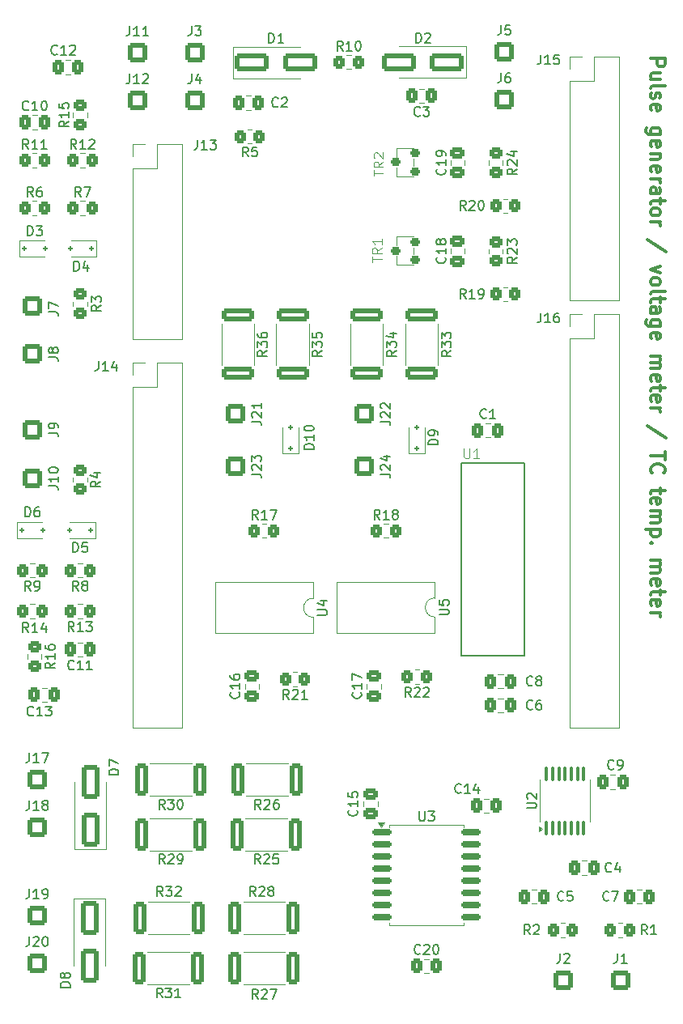
<source format=gto>
G04 #@! TF.GenerationSoftware,KiCad,Pcbnew,8.0.6*
G04 #@! TF.CreationDate,2024-12-04T22:51:12+00:00*
G04 #@! TF.ProjectId,Pulse generator daughter board,50756c73-6520-4676-956e-657261746f72,rev?*
G04 #@! TF.SameCoordinates,Original*
G04 #@! TF.FileFunction,Legend,Top*
G04 #@! TF.FilePolarity,Positive*
%FSLAX46Y46*%
G04 Gerber Fmt 4.6, Leading zero omitted, Abs format (unit mm)*
G04 Created by KiCad (PCBNEW 8.0.6) date 2024-12-04 22:51:12*
%MOMM*%
%LPD*%
G01*
G04 APERTURE LIST*
G04 Aperture macros list*
%AMRoundRect*
0 Rectangle with rounded corners*
0 $1 Rounding radius*
0 $2 $3 $4 $5 $6 $7 $8 $9 X,Y pos of 4 corners*
0 Add a 4 corners polygon primitive as box body*
4,1,4,$2,$3,$4,$5,$6,$7,$8,$9,$2,$3,0*
0 Add four circle primitives for the rounded corners*
1,1,$1+$1,$2,$3*
1,1,$1+$1,$4,$5*
1,1,$1+$1,$6,$7*
1,1,$1+$1,$8,$9*
0 Add four rect primitives between the rounded corners*
20,1,$1+$1,$2,$3,$4,$5,0*
20,1,$1+$1,$4,$5,$6,$7,0*
20,1,$1+$1,$6,$7,$8,$9,0*
20,1,$1+$1,$8,$9,$2,$3,0*%
G04 Aperture macros list end*
%ADD10C,0.300000*%
%ADD11C,0.150000*%
%ADD12C,0.100000*%
%ADD13C,0.120000*%
%ADD14C,0.200000*%
%ADD15RoundRect,0.250000X-0.337500X-0.475000X0.337500X-0.475000X0.337500X0.475000X-0.337500X0.475000X0*%
%ADD16RoundRect,0.150000X-0.875000X-0.150000X0.875000X-0.150000X0.875000X0.150000X-0.875000X0.150000X0*%
%ADD17RoundRect,0.200000X0.300000X-0.200000X0.300000X0.200000X-0.300000X0.200000X-0.300000X-0.200000X0*%
%ADD18RoundRect,0.249999X-1.425001X0.450001X-1.425001X-0.450001X1.425001X-0.450001X1.425001X0.450001X0*%
%ADD19RoundRect,0.250000X0.450000X-0.350000X0.450000X0.350000X-0.450000X0.350000X-0.450000X-0.350000X0*%
%ADD20RoundRect,0.250000X-0.350000X-0.450000X0.350000X-0.450000X0.350000X0.450000X-0.350000X0.450000X0*%
%ADD21RoundRect,0.250000X0.350000X0.450000X-0.350000X0.450000X-0.350000X-0.450000X0.350000X-0.450000X0*%
%ADD22RoundRect,0.250001X-0.799999X0.799999X-0.799999X-0.799999X0.799999X-0.799999X0.799999X0.799999X0*%
%ADD23RoundRect,0.250001X-0.799999X-0.799999X0.799999X-0.799999X0.799999X0.799999X-0.799999X0.799999X0*%
%ADD24RoundRect,0.125000X0.125000X-0.125000X0.125000X0.125000X-0.125000X0.125000X-0.125000X-0.125000X0*%
%ADD25RoundRect,0.250000X0.475000X-0.337500X0.475000X0.337500X-0.475000X0.337500X-0.475000X-0.337500X0*%
%ADD26RoundRect,0.250000X0.337500X0.475000X-0.337500X0.475000X-0.337500X-0.475000X0.337500X-0.475000X0*%
%ADD27RoundRect,0.125000X0.125000X0.125000X-0.125000X0.125000X-0.125000X-0.125000X0.125000X-0.125000X0*%
%ADD28RoundRect,0.250000X-0.650000X1.500000X-0.650000X-1.500000X0.650000X-1.500000X0.650000X1.500000X0*%
%ADD29RoundRect,0.250001X0.799999X-0.799999X0.799999X0.799999X-0.799999X0.799999X-0.799999X-0.799999X0*%
%ADD30RoundRect,0.250000X-0.475000X0.337500X-0.475000X-0.337500X0.475000X-0.337500X0.475000X0.337500X0*%
%ADD31RoundRect,0.250000X0.650000X-1.500000X0.650000X1.500000X-0.650000X1.500000X-0.650000X-1.500000X0*%
%ADD32C,1.600000*%
%ADD33RoundRect,0.250000X-0.450000X0.350000X-0.450000X-0.350000X0.450000X-0.350000X0.450000X0.350000X0*%
%ADD34RoundRect,0.249999X0.450001X1.425001X-0.450001X1.425001X-0.450001X-1.425001X0.450001X-1.425001X0*%
%ADD35R,1.600000X1.600000*%
%ADD36O,1.600000X1.600000*%
%ADD37RoundRect,0.250000X-1.500000X-0.650000X1.500000X-0.650000X1.500000X0.650000X-1.500000X0.650000X0*%
%ADD38R,1.700000X1.700000*%
%ADD39O,1.700000X1.700000*%
%ADD40RoundRect,0.125000X-0.125000X-0.125000X0.125000X-0.125000X0.125000X0.125000X-0.125000X0.125000X0*%
%ADD41RoundRect,0.250000X1.500000X0.650000X-1.500000X0.650000X-1.500000X-0.650000X1.500000X-0.650000X0*%
%ADD42RoundRect,0.100000X0.100000X-0.637500X0.100000X0.637500X-0.100000X0.637500X-0.100000X-0.637500X0*%
G04 APERTURE END LIST*
D10*
X166659171Y-47074510D02*
X168159171Y-47074510D01*
X168159171Y-47074510D02*
X168159171Y-47645939D01*
X168159171Y-47645939D02*
X168087742Y-47788796D01*
X168087742Y-47788796D02*
X168016314Y-47860225D01*
X168016314Y-47860225D02*
X167873457Y-47931653D01*
X167873457Y-47931653D02*
X167659171Y-47931653D01*
X167659171Y-47931653D02*
X167516314Y-47860225D01*
X167516314Y-47860225D02*
X167444885Y-47788796D01*
X167444885Y-47788796D02*
X167373457Y-47645939D01*
X167373457Y-47645939D02*
X167373457Y-47074510D01*
X167659171Y-49217368D02*
X166659171Y-49217368D01*
X167659171Y-48574510D02*
X166873457Y-48574510D01*
X166873457Y-48574510D02*
X166730600Y-48645939D01*
X166730600Y-48645939D02*
X166659171Y-48788796D01*
X166659171Y-48788796D02*
X166659171Y-49003082D01*
X166659171Y-49003082D02*
X166730600Y-49145939D01*
X166730600Y-49145939D02*
X166802028Y-49217368D01*
X166659171Y-50145939D02*
X166730600Y-50003082D01*
X166730600Y-50003082D02*
X166873457Y-49931653D01*
X166873457Y-49931653D02*
X168159171Y-49931653D01*
X166730600Y-50645939D02*
X166659171Y-50788796D01*
X166659171Y-50788796D02*
X166659171Y-51074510D01*
X166659171Y-51074510D02*
X166730600Y-51217367D01*
X166730600Y-51217367D02*
X166873457Y-51288796D01*
X166873457Y-51288796D02*
X166944885Y-51288796D01*
X166944885Y-51288796D02*
X167087742Y-51217367D01*
X167087742Y-51217367D02*
X167159171Y-51074510D01*
X167159171Y-51074510D02*
X167159171Y-50860225D01*
X167159171Y-50860225D02*
X167230600Y-50717367D01*
X167230600Y-50717367D02*
X167373457Y-50645939D01*
X167373457Y-50645939D02*
X167444885Y-50645939D01*
X167444885Y-50645939D02*
X167587742Y-50717367D01*
X167587742Y-50717367D02*
X167659171Y-50860225D01*
X167659171Y-50860225D02*
X167659171Y-51074510D01*
X167659171Y-51074510D02*
X167587742Y-51217367D01*
X166730600Y-52503082D02*
X166659171Y-52360225D01*
X166659171Y-52360225D02*
X166659171Y-52074511D01*
X166659171Y-52074511D02*
X166730600Y-51931653D01*
X166730600Y-51931653D02*
X166873457Y-51860225D01*
X166873457Y-51860225D02*
X167444885Y-51860225D01*
X167444885Y-51860225D02*
X167587742Y-51931653D01*
X167587742Y-51931653D02*
X167659171Y-52074511D01*
X167659171Y-52074511D02*
X167659171Y-52360225D01*
X167659171Y-52360225D02*
X167587742Y-52503082D01*
X167587742Y-52503082D02*
X167444885Y-52574511D01*
X167444885Y-52574511D02*
X167302028Y-52574511D01*
X167302028Y-52574511D02*
X167159171Y-51860225D01*
X167659171Y-55003082D02*
X166444885Y-55003082D01*
X166444885Y-55003082D02*
X166302028Y-54931653D01*
X166302028Y-54931653D02*
X166230600Y-54860224D01*
X166230600Y-54860224D02*
X166159171Y-54717367D01*
X166159171Y-54717367D02*
X166159171Y-54503082D01*
X166159171Y-54503082D02*
X166230600Y-54360224D01*
X166730600Y-55003082D02*
X166659171Y-54860224D01*
X166659171Y-54860224D02*
X166659171Y-54574510D01*
X166659171Y-54574510D02*
X166730600Y-54431653D01*
X166730600Y-54431653D02*
X166802028Y-54360224D01*
X166802028Y-54360224D02*
X166944885Y-54288796D01*
X166944885Y-54288796D02*
X167373457Y-54288796D01*
X167373457Y-54288796D02*
X167516314Y-54360224D01*
X167516314Y-54360224D02*
X167587742Y-54431653D01*
X167587742Y-54431653D02*
X167659171Y-54574510D01*
X167659171Y-54574510D02*
X167659171Y-54860224D01*
X167659171Y-54860224D02*
X167587742Y-55003082D01*
X166730600Y-56288796D02*
X166659171Y-56145939D01*
X166659171Y-56145939D02*
X166659171Y-55860225D01*
X166659171Y-55860225D02*
X166730600Y-55717367D01*
X166730600Y-55717367D02*
X166873457Y-55645939D01*
X166873457Y-55645939D02*
X167444885Y-55645939D01*
X167444885Y-55645939D02*
X167587742Y-55717367D01*
X167587742Y-55717367D02*
X167659171Y-55860225D01*
X167659171Y-55860225D02*
X167659171Y-56145939D01*
X167659171Y-56145939D02*
X167587742Y-56288796D01*
X167587742Y-56288796D02*
X167444885Y-56360225D01*
X167444885Y-56360225D02*
X167302028Y-56360225D01*
X167302028Y-56360225D02*
X167159171Y-55645939D01*
X167659171Y-57003081D02*
X166659171Y-57003081D01*
X167516314Y-57003081D02*
X167587742Y-57074510D01*
X167587742Y-57074510D02*
X167659171Y-57217367D01*
X167659171Y-57217367D02*
X167659171Y-57431653D01*
X167659171Y-57431653D02*
X167587742Y-57574510D01*
X167587742Y-57574510D02*
X167444885Y-57645939D01*
X167444885Y-57645939D02*
X166659171Y-57645939D01*
X166730600Y-58931653D02*
X166659171Y-58788796D01*
X166659171Y-58788796D02*
X166659171Y-58503082D01*
X166659171Y-58503082D02*
X166730600Y-58360224D01*
X166730600Y-58360224D02*
X166873457Y-58288796D01*
X166873457Y-58288796D02*
X167444885Y-58288796D01*
X167444885Y-58288796D02*
X167587742Y-58360224D01*
X167587742Y-58360224D02*
X167659171Y-58503082D01*
X167659171Y-58503082D02*
X167659171Y-58788796D01*
X167659171Y-58788796D02*
X167587742Y-58931653D01*
X167587742Y-58931653D02*
X167444885Y-59003082D01*
X167444885Y-59003082D02*
X167302028Y-59003082D01*
X167302028Y-59003082D02*
X167159171Y-58288796D01*
X166659171Y-59645938D02*
X167659171Y-59645938D01*
X167373457Y-59645938D02*
X167516314Y-59717367D01*
X167516314Y-59717367D02*
X167587742Y-59788796D01*
X167587742Y-59788796D02*
X167659171Y-59931653D01*
X167659171Y-59931653D02*
X167659171Y-60074510D01*
X166659171Y-61217367D02*
X167444885Y-61217367D01*
X167444885Y-61217367D02*
X167587742Y-61145938D01*
X167587742Y-61145938D02*
X167659171Y-61003081D01*
X167659171Y-61003081D02*
X167659171Y-60717367D01*
X167659171Y-60717367D02*
X167587742Y-60574509D01*
X166730600Y-61217367D02*
X166659171Y-61074509D01*
X166659171Y-61074509D02*
X166659171Y-60717367D01*
X166659171Y-60717367D02*
X166730600Y-60574509D01*
X166730600Y-60574509D02*
X166873457Y-60503081D01*
X166873457Y-60503081D02*
X167016314Y-60503081D01*
X167016314Y-60503081D02*
X167159171Y-60574509D01*
X167159171Y-60574509D02*
X167230600Y-60717367D01*
X167230600Y-60717367D02*
X167230600Y-61074509D01*
X167230600Y-61074509D02*
X167302028Y-61217367D01*
X167659171Y-61717367D02*
X167659171Y-62288795D01*
X168159171Y-61931652D02*
X166873457Y-61931652D01*
X166873457Y-61931652D02*
X166730600Y-62003081D01*
X166730600Y-62003081D02*
X166659171Y-62145938D01*
X166659171Y-62145938D02*
X166659171Y-62288795D01*
X166659171Y-63003081D02*
X166730600Y-62860224D01*
X166730600Y-62860224D02*
X166802028Y-62788795D01*
X166802028Y-62788795D02*
X166944885Y-62717367D01*
X166944885Y-62717367D02*
X167373457Y-62717367D01*
X167373457Y-62717367D02*
X167516314Y-62788795D01*
X167516314Y-62788795D02*
X167587742Y-62860224D01*
X167587742Y-62860224D02*
X167659171Y-63003081D01*
X167659171Y-63003081D02*
X167659171Y-63217367D01*
X167659171Y-63217367D02*
X167587742Y-63360224D01*
X167587742Y-63360224D02*
X167516314Y-63431653D01*
X167516314Y-63431653D02*
X167373457Y-63503081D01*
X167373457Y-63503081D02*
X166944885Y-63503081D01*
X166944885Y-63503081D02*
X166802028Y-63431653D01*
X166802028Y-63431653D02*
X166730600Y-63360224D01*
X166730600Y-63360224D02*
X166659171Y-63217367D01*
X166659171Y-63217367D02*
X166659171Y-63003081D01*
X166659171Y-64145938D02*
X167659171Y-64145938D01*
X167373457Y-64145938D02*
X167516314Y-64217367D01*
X167516314Y-64217367D02*
X167587742Y-64288796D01*
X167587742Y-64288796D02*
X167659171Y-64431653D01*
X167659171Y-64431653D02*
X167659171Y-64574510D01*
X168230600Y-67288795D02*
X166302028Y-66003081D01*
X167659171Y-68788795D02*
X166659171Y-69145938D01*
X166659171Y-69145938D02*
X167659171Y-69503081D01*
X166659171Y-70288795D02*
X166730600Y-70145938D01*
X166730600Y-70145938D02*
X166802028Y-70074509D01*
X166802028Y-70074509D02*
X166944885Y-70003081D01*
X166944885Y-70003081D02*
X167373457Y-70003081D01*
X167373457Y-70003081D02*
X167516314Y-70074509D01*
X167516314Y-70074509D02*
X167587742Y-70145938D01*
X167587742Y-70145938D02*
X167659171Y-70288795D01*
X167659171Y-70288795D02*
X167659171Y-70503081D01*
X167659171Y-70503081D02*
X167587742Y-70645938D01*
X167587742Y-70645938D02*
X167516314Y-70717367D01*
X167516314Y-70717367D02*
X167373457Y-70788795D01*
X167373457Y-70788795D02*
X166944885Y-70788795D01*
X166944885Y-70788795D02*
X166802028Y-70717367D01*
X166802028Y-70717367D02*
X166730600Y-70645938D01*
X166730600Y-70645938D02*
X166659171Y-70503081D01*
X166659171Y-70503081D02*
X166659171Y-70288795D01*
X166659171Y-71645938D02*
X166730600Y-71503081D01*
X166730600Y-71503081D02*
X166873457Y-71431652D01*
X166873457Y-71431652D02*
X168159171Y-71431652D01*
X167659171Y-72003081D02*
X167659171Y-72574509D01*
X168159171Y-72217366D02*
X166873457Y-72217366D01*
X166873457Y-72217366D02*
X166730600Y-72288795D01*
X166730600Y-72288795D02*
X166659171Y-72431652D01*
X166659171Y-72431652D02*
X166659171Y-72574509D01*
X166659171Y-73717367D02*
X167444885Y-73717367D01*
X167444885Y-73717367D02*
X167587742Y-73645938D01*
X167587742Y-73645938D02*
X167659171Y-73503081D01*
X167659171Y-73503081D02*
X167659171Y-73217367D01*
X167659171Y-73217367D02*
X167587742Y-73074509D01*
X166730600Y-73717367D02*
X166659171Y-73574509D01*
X166659171Y-73574509D02*
X166659171Y-73217367D01*
X166659171Y-73217367D02*
X166730600Y-73074509D01*
X166730600Y-73074509D02*
X166873457Y-73003081D01*
X166873457Y-73003081D02*
X167016314Y-73003081D01*
X167016314Y-73003081D02*
X167159171Y-73074509D01*
X167159171Y-73074509D02*
X167230600Y-73217367D01*
X167230600Y-73217367D02*
X167230600Y-73574509D01*
X167230600Y-73574509D02*
X167302028Y-73717367D01*
X167659171Y-75074510D02*
X166444885Y-75074510D01*
X166444885Y-75074510D02*
X166302028Y-75003081D01*
X166302028Y-75003081D02*
X166230600Y-74931652D01*
X166230600Y-74931652D02*
X166159171Y-74788795D01*
X166159171Y-74788795D02*
X166159171Y-74574510D01*
X166159171Y-74574510D02*
X166230600Y-74431652D01*
X166730600Y-75074510D02*
X166659171Y-74931652D01*
X166659171Y-74931652D02*
X166659171Y-74645938D01*
X166659171Y-74645938D02*
X166730600Y-74503081D01*
X166730600Y-74503081D02*
X166802028Y-74431652D01*
X166802028Y-74431652D02*
X166944885Y-74360224D01*
X166944885Y-74360224D02*
X167373457Y-74360224D01*
X167373457Y-74360224D02*
X167516314Y-74431652D01*
X167516314Y-74431652D02*
X167587742Y-74503081D01*
X167587742Y-74503081D02*
X167659171Y-74645938D01*
X167659171Y-74645938D02*
X167659171Y-74931652D01*
X167659171Y-74931652D02*
X167587742Y-75074510D01*
X166730600Y-76360224D02*
X166659171Y-76217367D01*
X166659171Y-76217367D02*
X166659171Y-75931653D01*
X166659171Y-75931653D02*
X166730600Y-75788795D01*
X166730600Y-75788795D02*
X166873457Y-75717367D01*
X166873457Y-75717367D02*
X167444885Y-75717367D01*
X167444885Y-75717367D02*
X167587742Y-75788795D01*
X167587742Y-75788795D02*
X167659171Y-75931653D01*
X167659171Y-75931653D02*
X167659171Y-76217367D01*
X167659171Y-76217367D02*
X167587742Y-76360224D01*
X167587742Y-76360224D02*
X167444885Y-76431653D01*
X167444885Y-76431653D02*
X167302028Y-76431653D01*
X167302028Y-76431653D02*
X167159171Y-75717367D01*
X166659171Y-78217366D02*
X167659171Y-78217366D01*
X167516314Y-78217366D02*
X167587742Y-78288795D01*
X167587742Y-78288795D02*
X167659171Y-78431652D01*
X167659171Y-78431652D02*
X167659171Y-78645938D01*
X167659171Y-78645938D02*
X167587742Y-78788795D01*
X167587742Y-78788795D02*
X167444885Y-78860224D01*
X167444885Y-78860224D02*
X166659171Y-78860224D01*
X167444885Y-78860224D02*
X167587742Y-78931652D01*
X167587742Y-78931652D02*
X167659171Y-79074509D01*
X167659171Y-79074509D02*
X167659171Y-79288795D01*
X167659171Y-79288795D02*
X167587742Y-79431652D01*
X167587742Y-79431652D02*
X167444885Y-79503081D01*
X167444885Y-79503081D02*
X166659171Y-79503081D01*
X166730600Y-80788795D02*
X166659171Y-80645938D01*
X166659171Y-80645938D02*
X166659171Y-80360224D01*
X166659171Y-80360224D02*
X166730600Y-80217366D01*
X166730600Y-80217366D02*
X166873457Y-80145938D01*
X166873457Y-80145938D02*
X167444885Y-80145938D01*
X167444885Y-80145938D02*
X167587742Y-80217366D01*
X167587742Y-80217366D02*
X167659171Y-80360224D01*
X167659171Y-80360224D02*
X167659171Y-80645938D01*
X167659171Y-80645938D02*
X167587742Y-80788795D01*
X167587742Y-80788795D02*
X167444885Y-80860224D01*
X167444885Y-80860224D02*
X167302028Y-80860224D01*
X167302028Y-80860224D02*
X167159171Y-80145938D01*
X167659171Y-81288795D02*
X167659171Y-81860223D01*
X168159171Y-81503080D02*
X166873457Y-81503080D01*
X166873457Y-81503080D02*
X166730600Y-81574509D01*
X166730600Y-81574509D02*
X166659171Y-81717366D01*
X166659171Y-81717366D02*
X166659171Y-81860223D01*
X166730600Y-82931652D02*
X166659171Y-82788795D01*
X166659171Y-82788795D02*
X166659171Y-82503081D01*
X166659171Y-82503081D02*
X166730600Y-82360223D01*
X166730600Y-82360223D02*
X166873457Y-82288795D01*
X166873457Y-82288795D02*
X167444885Y-82288795D01*
X167444885Y-82288795D02*
X167587742Y-82360223D01*
X167587742Y-82360223D02*
X167659171Y-82503081D01*
X167659171Y-82503081D02*
X167659171Y-82788795D01*
X167659171Y-82788795D02*
X167587742Y-82931652D01*
X167587742Y-82931652D02*
X167444885Y-83003081D01*
X167444885Y-83003081D02*
X167302028Y-83003081D01*
X167302028Y-83003081D02*
X167159171Y-82288795D01*
X166659171Y-83645937D02*
X167659171Y-83645937D01*
X167373457Y-83645937D02*
X167516314Y-83717366D01*
X167516314Y-83717366D02*
X167587742Y-83788795D01*
X167587742Y-83788795D02*
X167659171Y-83931652D01*
X167659171Y-83931652D02*
X167659171Y-84074509D01*
X168230600Y-86788794D02*
X166302028Y-85503080D01*
X168159171Y-88217366D02*
X168159171Y-89074509D01*
X166659171Y-88645937D02*
X168159171Y-88645937D01*
X166802028Y-90431651D02*
X166730600Y-90360223D01*
X166730600Y-90360223D02*
X166659171Y-90145937D01*
X166659171Y-90145937D02*
X166659171Y-90003080D01*
X166659171Y-90003080D02*
X166730600Y-89788794D01*
X166730600Y-89788794D02*
X166873457Y-89645937D01*
X166873457Y-89645937D02*
X167016314Y-89574508D01*
X167016314Y-89574508D02*
X167302028Y-89503080D01*
X167302028Y-89503080D02*
X167516314Y-89503080D01*
X167516314Y-89503080D02*
X167802028Y-89574508D01*
X167802028Y-89574508D02*
X167944885Y-89645937D01*
X167944885Y-89645937D02*
X168087742Y-89788794D01*
X168087742Y-89788794D02*
X168159171Y-90003080D01*
X168159171Y-90003080D02*
X168159171Y-90145937D01*
X168159171Y-90145937D02*
X168087742Y-90360223D01*
X168087742Y-90360223D02*
X168016314Y-90431651D01*
X167659171Y-92003080D02*
X167659171Y-92574508D01*
X168159171Y-92217365D02*
X166873457Y-92217365D01*
X166873457Y-92217365D02*
X166730600Y-92288794D01*
X166730600Y-92288794D02*
X166659171Y-92431651D01*
X166659171Y-92431651D02*
X166659171Y-92574508D01*
X166730600Y-93645937D02*
X166659171Y-93503080D01*
X166659171Y-93503080D02*
X166659171Y-93217366D01*
X166659171Y-93217366D02*
X166730600Y-93074508D01*
X166730600Y-93074508D02*
X166873457Y-93003080D01*
X166873457Y-93003080D02*
X167444885Y-93003080D01*
X167444885Y-93003080D02*
X167587742Y-93074508D01*
X167587742Y-93074508D02*
X167659171Y-93217366D01*
X167659171Y-93217366D02*
X167659171Y-93503080D01*
X167659171Y-93503080D02*
X167587742Y-93645937D01*
X167587742Y-93645937D02*
X167444885Y-93717366D01*
X167444885Y-93717366D02*
X167302028Y-93717366D01*
X167302028Y-93717366D02*
X167159171Y-93003080D01*
X166659171Y-94360222D02*
X167659171Y-94360222D01*
X167516314Y-94360222D02*
X167587742Y-94431651D01*
X167587742Y-94431651D02*
X167659171Y-94574508D01*
X167659171Y-94574508D02*
X167659171Y-94788794D01*
X167659171Y-94788794D02*
X167587742Y-94931651D01*
X167587742Y-94931651D02*
X167444885Y-95003080D01*
X167444885Y-95003080D02*
X166659171Y-95003080D01*
X167444885Y-95003080D02*
X167587742Y-95074508D01*
X167587742Y-95074508D02*
X167659171Y-95217365D01*
X167659171Y-95217365D02*
X167659171Y-95431651D01*
X167659171Y-95431651D02*
X167587742Y-95574508D01*
X167587742Y-95574508D02*
X167444885Y-95645937D01*
X167444885Y-95645937D02*
X166659171Y-95645937D01*
X167659171Y-96360222D02*
X166159171Y-96360222D01*
X167587742Y-96360222D02*
X167659171Y-96503080D01*
X167659171Y-96503080D02*
X167659171Y-96788794D01*
X167659171Y-96788794D02*
X167587742Y-96931651D01*
X167587742Y-96931651D02*
X167516314Y-97003080D01*
X167516314Y-97003080D02*
X167373457Y-97074508D01*
X167373457Y-97074508D02*
X166944885Y-97074508D01*
X166944885Y-97074508D02*
X166802028Y-97003080D01*
X166802028Y-97003080D02*
X166730600Y-96931651D01*
X166730600Y-96931651D02*
X166659171Y-96788794D01*
X166659171Y-96788794D02*
X166659171Y-96503080D01*
X166659171Y-96503080D02*
X166730600Y-96360222D01*
X166802028Y-97717365D02*
X166730600Y-97788794D01*
X166730600Y-97788794D02*
X166659171Y-97717365D01*
X166659171Y-97717365D02*
X166730600Y-97645937D01*
X166730600Y-97645937D02*
X166802028Y-97717365D01*
X166802028Y-97717365D02*
X166659171Y-97717365D01*
X166659171Y-99574508D02*
X167659171Y-99574508D01*
X167516314Y-99574508D02*
X167587742Y-99645937D01*
X167587742Y-99645937D02*
X167659171Y-99788794D01*
X167659171Y-99788794D02*
X167659171Y-100003080D01*
X167659171Y-100003080D02*
X167587742Y-100145937D01*
X167587742Y-100145937D02*
X167444885Y-100217366D01*
X167444885Y-100217366D02*
X166659171Y-100217366D01*
X167444885Y-100217366D02*
X167587742Y-100288794D01*
X167587742Y-100288794D02*
X167659171Y-100431651D01*
X167659171Y-100431651D02*
X167659171Y-100645937D01*
X167659171Y-100645937D02*
X167587742Y-100788794D01*
X167587742Y-100788794D02*
X167444885Y-100860223D01*
X167444885Y-100860223D02*
X166659171Y-100860223D01*
X166730600Y-102145937D02*
X166659171Y-102003080D01*
X166659171Y-102003080D02*
X166659171Y-101717366D01*
X166659171Y-101717366D02*
X166730600Y-101574508D01*
X166730600Y-101574508D02*
X166873457Y-101503080D01*
X166873457Y-101503080D02*
X167444885Y-101503080D01*
X167444885Y-101503080D02*
X167587742Y-101574508D01*
X167587742Y-101574508D02*
X167659171Y-101717366D01*
X167659171Y-101717366D02*
X167659171Y-102003080D01*
X167659171Y-102003080D02*
X167587742Y-102145937D01*
X167587742Y-102145937D02*
X167444885Y-102217366D01*
X167444885Y-102217366D02*
X167302028Y-102217366D01*
X167302028Y-102217366D02*
X167159171Y-101503080D01*
X167659171Y-102645937D02*
X167659171Y-103217365D01*
X168159171Y-102860222D02*
X166873457Y-102860222D01*
X166873457Y-102860222D02*
X166730600Y-102931651D01*
X166730600Y-102931651D02*
X166659171Y-103074508D01*
X166659171Y-103074508D02*
X166659171Y-103217365D01*
X166730600Y-104288794D02*
X166659171Y-104145937D01*
X166659171Y-104145937D02*
X166659171Y-103860223D01*
X166659171Y-103860223D02*
X166730600Y-103717365D01*
X166730600Y-103717365D02*
X166873457Y-103645937D01*
X166873457Y-103645937D02*
X167444885Y-103645937D01*
X167444885Y-103645937D02*
X167587742Y-103717365D01*
X167587742Y-103717365D02*
X167659171Y-103860223D01*
X167659171Y-103860223D02*
X167659171Y-104145937D01*
X167659171Y-104145937D02*
X167587742Y-104288794D01*
X167587742Y-104288794D02*
X167444885Y-104360223D01*
X167444885Y-104360223D02*
X167302028Y-104360223D01*
X167302028Y-104360223D02*
X167159171Y-103645937D01*
X166659171Y-105003079D02*
X167659171Y-105003079D01*
X167373457Y-105003079D02*
X167516314Y-105074508D01*
X167516314Y-105074508D02*
X167587742Y-105145937D01*
X167587742Y-105145937D02*
X167659171Y-105288794D01*
X167659171Y-105288794D02*
X167659171Y-105431651D01*
D11*
X142567142Y-140649580D02*
X142519523Y-140697200D01*
X142519523Y-140697200D02*
X142376666Y-140744819D01*
X142376666Y-140744819D02*
X142281428Y-140744819D01*
X142281428Y-140744819D02*
X142138571Y-140697200D01*
X142138571Y-140697200D02*
X142043333Y-140601961D01*
X142043333Y-140601961D02*
X141995714Y-140506723D01*
X141995714Y-140506723D02*
X141948095Y-140316247D01*
X141948095Y-140316247D02*
X141948095Y-140173390D01*
X141948095Y-140173390D02*
X141995714Y-139982914D01*
X141995714Y-139982914D02*
X142043333Y-139887676D01*
X142043333Y-139887676D02*
X142138571Y-139792438D01*
X142138571Y-139792438D02*
X142281428Y-139744819D01*
X142281428Y-139744819D02*
X142376666Y-139744819D01*
X142376666Y-139744819D02*
X142519523Y-139792438D01*
X142519523Y-139792438D02*
X142567142Y-139840057D01*
X142948095Y-139840057D02*
X142995714Y-139792438D01*
X142995714Y-139792438D02*
X143090952Y-139744819D01*
X143090952Y-139744819D02*
X143329047Y-139744819D01*
X143329047Y-139744819D02*
X143424285Y-139792438D01*
X143424285Y-139792438D02*
X143471904Y-139840057D01*
X143471904Y-139840057D02*
X143519523Y-139935295D01*
X143519523Y-139935295D02*
X143519523Y-140030533D01*
X143519523Y-140030533D02*
X143471904Y-140173390D01*
X143471904Y-140173390D02*
X142900476Y-140744819D01*
X142900476Y-140744819D02*
X143519523Y-140744819D01*
X144138571Y-139744819D02*
X144233809Y-139744819D01*
X144233809Y-139744819D02*
X144329047Y-139792438D01*
X144329047Y-139792438D02*
X144376666Y-139840057D01*
X144376666Y-139840057D02*
X144424285Y-139935295D01*
X144424285Y-139935295D02*
X144471904Y-140125771D01*
X144471904Y-140125771D02*
X144471904Y-140363866D01*
X144471904Y-140363866D02*
X144424285Y-140554342D01*
X144424285Y-140554342D02*
X144376666Y-140649580D01*
X144376666Y-140649580D02*
X144329047Y-140697200D01*
X144329047Y-140697200D02*
X144233809Y-140744819D01*
X144233809Y-140744819D02*
X144138571Y-140744819D01*
X144138571Y-140744819D02*
X144043333Y-140697200D01*
X144043333Y-140697200D02*
X143995714Y-140649580D01*
X143995714Y-140649580D02*
X143948095Y-140554342D01*
X143948095Y-140554342D02*
X143900476Y-140363866D01*
X143900476Y-140363866D02*
X143900476Y-140125771D01*
X143900476Y-140125771D02*
X143948095Y-139935295D01*
X143948095Y-139935295D02*
X143995714Y-139840057D01*
X143995714Y-139840057D02*
X144043333Y-139792438D01*
X144043333Y-139792438D02*
X144138571Y-139744819D01*
X142448095Y-125824819D02*
X142448095Y-126634342D01*
X142448095Y-126634342D02*
X142495714Y-126729580D01*
X142495714Y-126729580D02*
X142543333Y-126777200D01*
X142543333Y-126777200D02*
X142638571Y-126824819D01*
X142638571Y-126824819D02*
X142829047Y-126824819D01*
X142829047Y-126824819D02*
X142924285Y-126777200D01*
X142924285Y-126777200D02*
X142971904Y-126729580D01*
X142971904Y-126729580D02*
X143019523Y-126634342D01*
X143019523Y-126634342D02*
X143019523Y-125824819D01*
X143400476Y-125824819D02*
X144019523Y-125824819D01*
X144019523Y-125824819D02*
X143686190Y-126205771D01*
X143686190Y-126205771D02*
X143829047Y-126205771D01*
X143829047Y-126205771D02*
X143924285Y-126253390D01*
X143924285Y-126253390D02*
X143971904Y-126301009D01*
X143971904Y-126301009D02*
X144019523Y-126396247D01*
X144019523Y-126396247D02*
X144019523Y-126634342D01*
X144019523Y-126634342D02*
X143971904Y-126729580D01*
X143971904Y-126729580D02*
X143924285Y-126777200D01*
X143924285Y-126777200D02*
X143829047Y-126824819D01*
X143829047Y-126824819D02*
X143543333Y-126824819D01*
X143543333Y-126824819D02*
X143448095Y-126777200D01*
X143448095Y-126777200D02*
X143400476Y-126729580D01*
D12*
X137667419Y-59331904D02*
X137667419Y-58760476D01*
X138667419Y-59046190D02*
X137667419Y-59046190D01*
X138667419Y-57855714D02*
X138191228Y-58189047D01*
X138667419Y-58427142D02*
X137667419Y-58427142D01*
X137667419Y-58427142D02*
X137667419Y-58046190D01*
X137667419Y-58046190D02*
X137715038Y-57950952D01*
X137715038Y-57950952D02*
X137762657Y-57903333D01*
X137762657Y-57903333D02*
X137857895Y-57855714D01*
X137857895Y-57855714D02*
X138000752Y-57855714D01*
X138000752Y-57855714D02*
X138095990Y-57903333D01*
X138095990Y-57903333D02*
X138143609Y-57950952D01*
X138143609Y-57950952D02*
X138191228Y-58046190D01*
X138191228Y-58046190D02*
X138191228Y-58427142D01*
X137762657Y-57474761D02*
X137715038Y-57427142D01*
X137715038Y-57427142D02*
X137667419Y-57331904D01*
X137667419Y-57331904D02*
X137667419Y-57093809D01*
X137667419Y-57093809D02*
X137715038Y-56998571D01*
X137715038Y-56998571D02*
X137762657Y-56950952D01*
X137762657Y-56950952D02*
X137857895Y-56903333D01*
X137857895Y-56903333D02*
X137953133Y-56903333D01*
X137953133Y-56903333D02*
X138095990Y-56950952D01*
X138095990Y-56950952D02*
X138667419Y-57522380D01*
X138667419Y-57522380D02*
X138667419Y-56903333D01*
D11*
X126534819Y-77612857D02*
X126058628Y-77946190D01*
X126534819Y-78184285D02*
X125534819Y-78184285D01*
X125534819Y-78184285D02*
X125534819Y-77803333D01*
X125534819Y-77803333D02*
X125582438Y-77708095D01*
X125582438Y-77708095D02*
X125630057Y-77660476D01*
X125630057Y-77660476D02*
X125725295Y-77612857D01*
X125725295Y-77612857D02*
X125868152Y-77612857D01*
X125868152Y-77612857D02*
X125963390Y-77660476D01*
X125963390Y-77660476D02*
X126011009Y-77708095D01*
X126011009Y-77708095D02*
X126058628Y-77803333D01*
X126058628Y-77803333D02*
X126058628Y-78184285D01*
X125534819Y-77279523D02*
X125534819Y-76660476D01*
X125534819Y-76660476D02*
X125915771Y-76993809D01*
X125915771Y-76993809D02*
X125915771Y-76850952D01*
X125915771Y-76850952D02*
X125963390Y-76755714D01*
X125963390Y-76755714D02*
X126011009Y-76708095D01*
X126011009Y-76708095D02*
X126106247Y-76660476D01*
X126106247Y-76660476D02*
X126344342Y-76660476D01*
X126344342Y-76660476D02*
X126439580Y-76708095D01*
X126439580Y-76708095D02*
X126487200Y-76755714D01*
X126487200Y-76755714D02*
X126534819Y-76850952D01*
X126534819Y-76850952D02*
X126534819Y-77136666D01*
X126534819Y-77136666D02*
X126487200Y-77231904D01*
X126487200Y-77231904D02*
X126439580Y-77279523D01*
X125534819Y-75803333D02*
X125534819Y-75993809D01*
X125534819Y-75993809D02*
X125582438Y-76089047D01*
X125582438Y-76089047D02*
X125630057Y-76136666D01*
X125630057Y-76136666D02*
X125772914Y-76231904D01*
X125772914Y-76231904D02*
X125963390Y-76279523D01*
X125963390Y-76279523D02*
X126344342Y-76279523D01*
X126344342Y-76279523D02*
X126439580Y-76231904D01*
X126439580Y-76231904D02*
X126487200Y-76184285D01*
X126487200Y-76184285D02*
X126534819Y-76089047D01*
X126534819Y-76089047D02*
X126534819Y-75898571D01*
X126534819Y-75898571D02*
X126487200Y-75803333D01*
X126487200Y-75803333D02*
X126439580Y-75755714D01*
X126439580Y-75755714D02*
X126344342Y-75708095D01*
X126344342Y-75708095D02*
X126106247Y-75708095D01*
X126106247Y-75708095D02*
X126011009Y-75755714D01*
X126011009Y-75755714D02*
X125963390Y-75803333D01*
X125963390Y-75803333D02*
X125915771Y-75898571D01*
X125915771Y-75898571D02*
X125915771Y-76089047D01*
X125915771Y-76089047D02*
X125963390Y-76184285D01*
X125963390Y-76184285D02*
X126011009Y-76231904D01*
X126011009Y-76231904D02*
X126106247Y-76279523D01*
X132284819Y-77612857D02*
X131808628Y-77946190D01*
X132284819Y-78184285D02*
X131284819Y-78184285D01*
X131284819Y-78184285D02*
X131284819Y-77803333D01*
X131284819Y-77803333D02*
X131332438Y-77708095D01*
X131332438Y-77708095D02*
X131380057Y-77660476D01*
X131380057Y-77660476D02*
X131475295Y-77612857D01*
X131475295Y-77612857D02*
X131618152Y-77612857D01*
X131618152Y-77612857D02*
X131713390Y-77660476D01*
X131713390Y-77660476D02*
X131761009Y-77708095D01*
X131761009Y-77708095D02*
X131808628Y-77803333D01*
X131808628Y-77803333D02*
X131808628Y-78184285D01*
X131284819Y-77279523D02*
X131284819Y-76660476D01*
X131284819Y-76660476D02*
X131665771Y-76993809D01*
X131665771Y-76993809D02*
X131665771Y-76850952D01*
X131665771Y-76850952D02*
X131713390Y-76755714D01*
X131713390Y-76755714D02*
X131761009Y-76708095D01*
X131761009Y-76708095D02*
X131856247Y-76660476D01*
X131856247Y-76660476D02*
X132094342Y-76660476D01*
X132094342Y-76660476D02*
X132189580Y-76708095D01*
X132189580Y-76708095D02*
X132237200Y-76755714D01*
X132237200Y-76755714D02*
X132284819Y-76850952D01*
X132284819Y-76850952D02*
X132284819Y-77136666D01*
X132284819Y-77136666D02*
X132237200Y-77231904D01*
X132237200Y-77231904D02*
X132189580Y-77279523D01*
X131284819Y-75755714D02*
X131284819Y-76231904D01*
X131284819Y-76231904D02*
X131761009Y-76279523D01*
X131761009Y-76279523D02*
X131713390Y-76231904D01*
X131713390Y-76231904D02*
X131665771Y-76136666D01*
X131665771Y-76136666D02*
X131665771Y-75898571D01*
X131665771Y-75898571D02*
X131713390Y-75803333D01*
X131713390Y-75803333D02*
X131761009Y-75755714D01*
X131761009Y-75755714D02*
X131856247Y-75708095D01*
X131856247Y-75708095D02*
X132094342Y-75708095D01*
X132094342Y-75708095D02*
X132189580Y-75755714D01*
X132189580Y-75755714D02*
X132237200Y-75803333D01*
X132237200Y-75803333D02*
X132284819Y-75898571D01*
X132284819Y-75898571D02*
X132284819Y-76136666D01*
X132284819Y-76136666D02*
X132237200Y-76231904D01*
X132237200Y-76231904D02*
X132189580Y-76279523D01*
X140034819Y-77612857D02*
X139558628Y-77946190D01*
X140034819Y-78184285D02*
X139034819Y-78184285D01*
X139034819Y-78184285D02*
X139034819Y-77803333D01*
X139034819Y-77803333D02*
X139082438Y-77708095D01*
X139082438Y-77708095D02*
X139130057Y-77660476D01*
X139130057Y-77660476D02*
X139225295Y-77612857D01*
X139225295Y-77612857D02*
X139368152Y-77612857D01*
X139368152Y-77612857D02*
X139463390Y-77660476D01*
X139463390Y-77660476D02*
X139511009Y-77708095D01*
X139511009Y-77708095D02*
X139558628Y-77803333D01*
X139558628Y-77803333D02*
X139558628Y-78184285D01*
X139034819Y-77279523D02*
X139034819Y-76660476D01*
X139034819Y-76660476D02*
X139415771Y-76993809D01*
X139415771Y-76993809D02*
X139415771Y-76850952D01*
X139415771Y-76850952D02*
X139463390Y-76755714D01*
X139463390Y-76755714D02*
X139511009Y-76708095D01*
X139511009Y-76708095D02*
X139606247Y-76660476D01*
X139606247Y-76660476D02*
X139844342Y-76660476D01*
X139844342Y-76660476D02*
X139939580Y-76708095D01*
X139939580Y-76708095D02*
X139987200Y-76755714D01*
X139987200Y-76755714D02*
X140034819Y-76850952D01*
X140034819Y-76850952D02*
X140034819Y-77136666D01*
X140034819Y-77136666D02*
X139987200Y-77231904D01*
X139987200Y-77231904D02*
X139939580Y-77279523D01*
X139368152Y-75803333D02*
X140034819Y-75803333D01*
X138987200Y-76041428D02*
X139701485Y-76279523D01*
X139701485Y-76279523D02*
X139701485Y-75660476D01*
X145784819Y-77612857D02*
X145308628Y-77946190D01*
X145784819Y-78184285D02*
X144784819Y-78184285D01*
X144784819Y-78184285D02*
X144784819Y-77803333D01*
X144784819Y-77803333D02*
X144832438Y-77708095D01*
X144832438Y-77708095D02*
X144880057Y-77660476D01*
X144880057Y-77660476D02*
X144975295Y-77612857D01*
X144975295Y-77612857D02*
X145118152Y-77612857D01*
X145118152Y-77612857D02*
X145213390Y-77660476D01*
X145213390Y-77660476D02*
X145261009Y-77708095D01*
X145261009Y-77708095D02*
X145308628Y-77803333D01*
X145308628Y-77803333D02*
X145308628Y-78184285D01*
X144784819Y-77279523D02*
X144784819Y-76660476D01*
X144784819Y-76660476D02*
X145165771Y-76993809D01*
X145165771Y-76993809D02*
X145165771Y-76850952D01*
X145165771Y-76850952D02*
X145213390Y-76755714D01*
X145213390Y-76755714D02*
X145261009Y-76708095D01*
X145261009Y-76708095D02*
X145356247Y-76660476D01*
X145356247Y-76660476D02*
X145594342Y-76660476D01*
X145594342Y-76660476D02*
X145689580Y-76708095D01*
X145689580Y-76708095D02*
X145737200Y-76755714D01*
X145737200Y-76755714D02*
X145784819Y-76850952D01*
X145784819Y-76850952D02*
X145784819Y-77136666D01*
X145784819Y-77136666D02*
X145737200Y-77231904D01*
X145737200Y-77231904D02*
X145689580Y-77279523D01*
X144784819Y-76327142D02*
X144784819Y-75708095D01*
X144784819Y-75708095D02*
X145165771Y-76041428D01*
X145165771Y-76041428D02*
X145165771Y-75898571D01*
X145165771Y-75898571D02*
X145213390Y-75803333D01*
X145213390Y-75803333D02*
X145261009Y-75755714D01*
X145261009Y-75755714D02*
X145356247Y-75708095D01*
X145356247Y-75708095D02*
X145594342Y-75708095D01*
X145594342Y-75708095D02*
X145689580Y-75755714D01*
X145689580Y-75755714D02*
X145737200Y-75803333D01*
X145737200Y-75803333D02*
X145784819Y-75898571D01*
X145784819Y-75898571D02*
X145784819Y-76184285D01*
X145784819Y-76184285D02*
X145737200Y-76279523D01*
X145737200Y-76279523D02*
X145689580Y-76327142D01*
X152664819Y-58612857D02*
X152188628Y-58946190D01*
X152664819Y-59184285D02*
X151664819Y-59184285D01*
X151664819Y-59184285D02*
X151664819Y-58803333D01*
X151664819Y-58803333D02*
X151712438Y-58708095D01*
X151712438Y-58708095D02*
X151760057Y-58660476D01*
X151760057Y-58660476D02*
X151855295Y-58612857D01*
X151855295Y-58612857D02*
X151998152Y-58612857D01*
X151998152Y-58612857D02*
X152093390Y-58660476D01*
X152093390Y-58660476D02*
X152141009Y-58708095D01*
X152141009Y-58708095D02*
X152188628Y-58803333D01*
X152188628Y-58803333D02*
X152188628Y-59184285D01*
X151760057Y-58231904D02*
X151712438Y-58184285D01*
X151712438Y-58184285D02*
X151664819Y-58089047D01*
X151664819Y-58089047D02*
X151664819Y-57850952D01*
X151664819Y-57850952D02*
X151712438Y-57755714D01*
X151712438Y-57755714D02*
X151760057Y-57708095D01*
X151760057Y-57708095D02*
X151855295Y-57660476D01*
X151855295Y-57660476D02*
X151950533Y-57660476D01*
X151950533Y-57660476D02*
X152093390Y-57708095D01*
X152093390Y-57708095D02*
X152664819Y-58279523D01*
X152664819Y-58279523D02*
X152664819Y-57660476D01*
X151998152Y-56803333D02*
X152664819Y-56803333D01*
X151617200Y-57041428D02*
X152331485Y-57279523D01*
X152331485Y-57279523D02*
X152331485Y-56660476D01*
X152664819Y-67862857D02*
X152188628Y-68196190D01*
X152664819Y-68434285D02*
X151664819Y-68434285D01*
X151664819Y-68434285D02*
X151664819Y-68053333D01*
X151664819Y-68053333D02*
X151712438Y-67958095D01*
X151712438Y-67958095D02*
X151760057Y-67910476D01*
X151760057Y-67910476D02*
X151855295Y-67862857D01*
X151855295Y-67862857D02*
X151998152Y-67862857D01*
X151998152Y-67862857D02*
X152093390Y-67910476D01*
X152093390Y-67910476D02*
X152141009Y-67958095D01*
X152141009Y-67958095D02*
X152188628Y-68053333D01*
X152188628Y-68053333D02*
X152188628Y-68434285D01*
X151760057Y-67481904D02*
X151712438Y-67434285D01*
X151712438Y-67434285D02*
X151664819Y-67339047D01*
X151664819Y-67339047D02*
X151664819Y-67100952D01*
X151664819Y-67100952D02*
X151712438Y-67005714D01*
X151712438Y-67005714D02*
X151760057Y-66958095D01*
X151760057Y-66958095D02*
X151855295Y-66910476D01*
X151855295Y-66910476D02*
X151950533Y-66910476D01*
X151950533Y-66910476D02*
X152093390Y-66958095D01*
X152093390Y-66958095D02*
X152664819Y-67529523D01*
X152664819Y-67529523D02*
X152664819Y-66910476D01*
X151664819Y-66577142D02*
X151664819Y-65958095D01*
X151664819Y-65958095D02*
X152045771Y-66291428D01*
X152045771Y-66291428D02*
X152045771Y-66148571D01*
X152045771Y-66148571D02*
X152093390Y-66053333D01*
X152093390Y-66053333D02*
X152141009Y-66005714D01*
X152141009Y-66005714D02*
X152236247Y-65958095D01*
X152236247Y-65958095D02*
X152474342Y-65958095D01*
X152474342Y-65958095D02*
X152569580Y-66005714D01*
X152569580Y-66005714D02*
X152617200Y-66053333D01*
X152617200Y-66053333D02*
X152664819Y-66148571D01*
X152664819Y-66148571D02*
X152664819Y-66434285D01*
X152664819Y-66434285D02*
X152617200Y-66529523D01*
X152617200Y-66529523D02*
X152569580Y-66577142D01*
X147317142Y-62924819D02*
X146983809Y-62448628D01*
X146745714Y-62924819D02*
X146745714Y-61924819D01*
X146745714Y-61924819D02*
X147126666Y-61924819D01*
X147126666Y-61924819D02*
X147221904Y-61972438D01*
X147221904Y-61972438D02*
X147269523Y-62020057D01*
X147269523Y-62020057D02*
X147317142Y-62115295D01*
X147317142Y-62115295D02*
X147317142Y-62258152D01*
X147317142Y-62258152D02*
X147269523Y-62353390D01*
X147269523Y-62353390D02*
X147221904Y-62401009D01*
X147221904Y-62401009D02*
X147126666Y-62448628D01*
X147126666Y-62448628D02*
X146745714Y-62448628D01*
X147698095Y-62020057D02*
X147745714Y-61972438D01*
X147745714Y-61972438D02*
X147840952Y-61924819D01*
X147840952Y-61924819D02*
X148079047Y-61924819D01*
X148079047Y-61924819D02*
X148174285Y-61972438D01*
X148174285Y-61972438D02*
X148221904Y-62020057D01*
X148221904Y-62020057D02*
X148269523Y-62115295D01*
X148269523Y-62115295D02*
X148269523Y-62210533D01*
X148269523Y-62210533D02*
X148221904Y-62353390D01*
X148221904Y-62353390D02*
X147650476Y-62924819D01*
X147650476Y-62924819D02*
X148269523Y-62924819D01*
X148888571Y-61924819D02*
X148983809Y-61924819D01*
X148983809Y-61924819D02*
X149079047Y-61972438D01*
X149079047Y-61972438D02*
X149126666Y-62020057D01*
X149126666Y-62020057D02*
X149174285Y-62115295D01*
X149174285Y-62115295D02*
X149221904Y-62305771D01*
X149221904Y-62305771D02*
X149221904Y-62543866D01*
X149221904Y-62543866D02*
X149174285Y-62734342D01*
X149174285Y-62734342D02*
X149126666Y-62829580D01*
X149126666Y-62829580D02*
X149079047Y-62877200D01*
X149079047Y-62877200D02*
X148983809Y-62924819D01*
X148983809Y-62924819D02*
X148888571Y-62924819D01*
X148888571Y-62924819D02*
X148793333Y-62877200D01*
X148793333Y-62877200D02*
X148745714Y-62829580D01*
X148745714Y-62829580D02*
X148698095Y-62734342D01*
X148698095Y-62734342D02*
X148650476Y-62543866D01*
X148650476Y-62543866D02*
X148650476Y-62305771D01*
X148650476Y-62305771D02*
X148698095Y-62115295D01*
X148698095Y-62115295D02*
X148745714Y-62020057D01*
X148745714Y-62020057D02*
X148793333Y-61972438D01*
X148793333Y-61972438D02*
X148888571Y-61924819D01*
X147317142Y-72174819D02*
X146983809Y-71698628D01*
X146745714Y-72174819D02*
X146745714Y-71174819D01*
X146745714Y-71174819D02*
X147126666Y-71174819D01*
X147126666Y-71174819D02*
X147221904Y-71222438D01*
X147221904Y-71222438D02*
X147269523Y-71270057D01*
X147269523Y-71270057D02*
X147317142Y-71365295D01*
X147317142Y-71365295D02*
X147317142Y-71508152D01*
X147317142Y-71508152D02*
X147269523Y-71603390D01*
X147269523Y-71603390D02*
X147221904Y-71651009D01*
X147221904Y-71651009D02*
X147126666Y-71698628D01*
X147126666Y-71698628D02*
X146745714Y-71698628D01*
X148269523Y-72174819D02*
X147698095Y-72174819D01*
X147983809Y-72174819D02*
X147983809Y-71174819D01*
X147983809Y-71174819D02*
X147888571Y-71317676D01*
X147888571Y-71317676D02*
X147793333Y-71412914D01*
X147793333Y-71412914D02*
X147698095Y-71460533D01*
X148745714Y-72174819D02*
X148936190Y-72174819D01*
X148936190Y-72174819D02*
X149031428Y-72127200D01*
X149031428Y-72127200D02*
X149079047Y-72079580D01*
X149079047Y-72079580D02*
X149174285Y-71936723D01*
X149174285Y-71936723D02*
X149221904Y-71746247D01*
X149221904Y-71746247D02*
X149221904Y-71365295D01*
X149221904Y-71365295D02*
X149174285Y-71270057D01*
X149174285Y-71270057D02*
X149126666Y-71222438D01*
X149126666Y-71222438D02*
X149031428Y-71174819D01*
X149031428Y-71174819D02*
X148840952Y-71174819D01*
X148840952Y-71174819D02*
X148745714Y-71222438D01*
X148745714Y-71222438D02*
X148698095Y-71270057D01*
X148698095Y-71270057D02*
X148650476Y-71365295D01*
X148650476Y-71365295D02*
X148650476Y-71603390D01*
X148650476Y-71603390D02*
X148698095Y-71698628D01*
X148698095Y-71698628D02*
X148745714Y-71746247D01*
X148745714Y-71746247D02*
X148840952Y-71793866D01*
X148840952Y-71793866D02*
X149031428Y-71793866D01*
X149031428Y-71793866D02*
X149126666Y-71746247D01*
X149126666Y-71746247D02*
X149174285Y-71698628D01*
X149174285Y-71698628D02*
X149221904Y-71603390D01*
X124543333Y-57324819D02*
X124210000Y-56848628D01*
X123971905Y-57324819D02*
X123971905Y-56324819D01*
X123971905Y-56324819D02*
X124352857Y-56324819D01*
X124352857Y-56324819D02*
X124448095Y-56372438D01*
X124448095Y-56372438D02*
X124495714Y-56420057D01*
X124495714Y-56420057D02*
X124543333Y-56515295D01*
X124543333Y-56515295D02*
X124543333Y-56658152D01*
X124543333Y-56658152D02*
X124495714Y-56753390D01*
X124495714Y-56753390D02*
X124448095Y-56801009D01*
X124448095Y-56801009D02*
X124352857Y-56848628D01*
X124352857Y-56848628D02*
X123971905Y-56848628D01*
X125448095Y-56324819D02*
X124971905Y-56324819D01*
X124971905Y-56324819D02*
X124924286Y-56801009D01*
X124924286Y-56801009D02*
X124971905Y-56753390D01*
X124971905Y-56753390D02*
X125067143Y-56705771D01*
X125067143Y-56705771D02*
X125305238Y-56705771D01*
X125305238Y-56705771D02*
X125400476Y-56753390D01*
X125400476Y-56753390D02*
X125448095Y-56801009D01*
X125448095Y-56801009D02*
X125495714Y-56896247D01*
X125495714Y-56896247D02*
X125495714Y-57134342D01*
X125495714Y-57134342D02*
X125448095Y-57229580D01*
X125448095Y-57229580D02*
X125400476Y-57277200D01*
X125400476Y-57277200D02*
X125305238Y-57324819D01*
X125305238Y-57324819D02*
X125067143Y-57324819D01*
X125067143Y-57324819D02*
X124971905Y-57277200D01*
X124971905Y-57277200D02*
X124924286Y-57229580D01*
X138414819Y-90529523D02*
X139129104Y-90529523D01*
X139129104Y-90529523D02*
X139271961Y-90577142D01*
X139271961Y-90577142D02*
X139367200Y-90672380D01*
X139367200Y-90672380D02*
X139414819Y-90815237D01*
X139414819Y-90815237D02*
X139414819Y-90910475D01*
X138510057Y-90100951D02*
X138462438Y-90053332D01*
X138462438Y-90053332D02*
X138414819Y-89958094D01*
X138414819Y-89958094D02*
X138414819Y-89719999D01*
X138414819Y-89719999D02*
X138462438Y-89624761D01*
X138462438Y-89624761D02*
X138510057Y-89577142D01*
X138510057Y-89577142D02*
X138605295Y-89529523D01*
X138605295Y-89529523D02*
X138700533Y-89529523D01*
X138700533Y-89529523D02*
X138843390Y-89577142D01*
X138843390Y-89577142D02*
X139414819Y-90148570D01*
X139414819Y-90148570D02*
X139414819Y-89529523D01*
X138748152Y-88672380D02*
X139414819Y-88672380D01*
X138367200Y-88910475D02*
X139081485Y-89148570D01*
X139081485Y-89148570D02*
X139081485Y-88529523D01*
X124914819Y-90529523D02*
X125629104Y-90529523D01*
X125629104Y-90529523D02*
X125771961Y-90577142D01*
X125771961Y-90577142D02*
X125867200Y-90672380D01*
X125867200Y-90672380D02*
X125914819Y-90815237D01*
X125914819Y-90815237D02*
X125914819Y-90910475D01*
X125010057Y-90100951D02*
X124962438Y-90053332D01*
X124962438Y-90053332D02*
X124914819Y-89958094D01*
X124914819Y-89958094D02*
X124914819Y-89719999D01*
X124914819Y-89719999D02*
X124962438Y-89624761D01*
X124962438Y-89624761D02*
X125010057Y-89577142D01*
X125010057Y-89577142D02*
X125105295Y-89529523D01*
X125105295Y-89529523D02*
X125200533Y-89529523D01*
X125200533Y-89529523D02*
X125343390Y-89577142D01*
X125343390Y-89577142D02*
X125914819Y-90148570D01*
X125914819Y-90148570D02*
X125914819Y-89529523D01*
X124914819Y-89196189D02*
X124914819Y-88577142D01*
X124914819Y-88577142D02*
X125295771Y-88910475D01*
X125295771Y-88910475D02*
X125295771Y-88767618D01*
X125295771Y-88767618D02*
X125343390Y-88672380D01*
X125343390Y-88672380D02*
X125391009Y-88624761D01*
X125391009Y-88624761D02*
X125486247Y-88577142D01*
X125486247Y-88577142D02*
X125724342Y-88577142D01*
X125724342Y-88577142D02*
X125819580Y-88624761D01*
X125819580Y-88624761D02*
X125867200Y-88672380D01*
X125867200Y-88672380D02*
X125914819Y-88767618D01*
X125914819Y-88767618D02*
X125914819Y-89053332D01*
X125914819Y-89053332D02*
X125867200Y-89148570D01*
X125867200Y-89148570D02*
X125819580Y-89196189D01*
X138414819Y-85029523D02*
X139129104Y-85029523D01*
X139129104Y-85029523D02*
X139271961Y-85077142D01*
X139271961Y-85077142D02*
X139367200Y-85172380D01*
X139367200Y-85172380D02*
X139414819Y-85315237D01*
X139414819Y-85315237D02*
X139414819Y-85410475D01*
X138510057Y-84600951D02*
X138462438Y-84553332D01*
X138462438Y-84553332D02*
X138414819Y-84458094D01*
X138414819Y-84458094D02*
X138414819Y-84219999D01*
X138414819Y-84219999D02*
X138462438Y-84124761D01*
X138462438Y-84124761D02*
X138510057Y-84077142D01*
X138510057Y-84077142D02*
X138605295Y-84029523D01*
X138605295Y-84029523D02*
X138700533Y-84029523D01*
X138700533Y-84029523D02*
X138843390Y-84077142D01*
X138843390Y-84077142D02*
X139414819Y-84648570D01*
X139414819Y-84648570D02*
X139414819Y-84029523D01*
X138510057Y-83648570D02*
X138462438Y-83600951D01*
X138462438Y-83600951D02*
X138414819Y-83505713D01*
X138414819Y-83505713D02*
X138414819Y-83267618D01*
X138414819Y-83267618D02*
X138462438Y-83172380D01*
X138462438Y-83172380D02*
X138510057Y-83124761D01*
X138510057Y-83124761D02*
X138605295Y-83077142D01*
X138605295Y-83077142D02*
X138700533Y-83077142D01*
X138700533Y-83077142D02*
X138843390Y-83124761D01*
X138843390Y-83124761D02*
X139414819Y-83696189D01*
X139414819Y-83696189D02*
X139414819Y-83077142D01*
X124914819Y-85029523D02*
X125629104Y-85029523D01*
X125629104Y-85029523D02*
X125771961Y-85077142D01*
X125771961Y-85077142D02*
X125867200Y-85172380D01*
X125867200Y-85172380D02*
X125914819Y-85315237D01*
X125914819Y-85315237D02*
X125914819Y-85410475D01*
X125010057Y-84600951D02*
X124962438Y-84553332D01*
X124962438Y-84553332D02*
X124914819Y-84458094D01*
X124914819Y-84458094D02*
X124914819Y-84219999D01*
X124914819Y-84219999D02*
X124962438Y-84124761D01*
X124962438Y-84124761D02*
X125010057Y-84077142D01*
X125010057Y-84077142D02*
X125105295Y-84029523D01*
X125105295Y-84029523D02*
X125200533Y-84029523D01*
X125200533Y-84029523D02*
X125343390Y-84077142D01*
X125343390Y-84077142D02*
X125914819Y-84648570D01*
X125914819Y-84648570D02*
X125914819Y-84029523D01*
X125914819Y-83077142D02*
X125914819Y-83648570D01*
X125914819Y-83362856D02*
X124914819Y-83362856D01*
X124914819Y-83362856D02*
X125057676Y-83458094D01*
X125057676Y-83458094D02*
X125152914Y-83553332D01*
X125152914Y-83553332D02*
X125200533Y-83648570D01*
X112150476Y-48674819D02*
X112150476Y-49389104D01*
X112150476Y-49389104D02*
X112102857Y-49531961D01*
X112102857Y-49531961D02*
X112007619Y-49627200D01*
X112007619Y-49627200D02*
X111864762Y-49674819D01*
X111864762Y-49674819D02*
X111769524Y-49674819D01*
X113150476Y-49674819D02*
X112579048Y-49674819D01*
X112864762Y-49674819D02*
X112864762Y-48674819D01*
X112864762Y-48674819D02*
X112769524Y-48817676D01*
X112769524Y-48817676D02*
X112674286Y-48912914D01*
X112674286Y-48912914D02*
X112579048Y-48960533D01*
X113531429Y-48770057D02*
X113579048Y-48722438D01*
X113579048Y-48722438D02*
X113674286Y-48674819D01*
X113674286Y-48674819D02*
X113912381Y-48674819D01*
X113912381Y-48674819D02*
X114007619Y-48722438D01*
X114007619Y-48722438D02*
X114055238Y-48770057D01*
X114055238Y-48770057D02*
X114102857Y-48865295D01*
X114102857Y-48865295D02*
X114102857Y-48960533D01*
X114102857Y-48960533D02*
X114055238Y-49103390D01*
X114055238Y-49103390D02*
X113483810Y-49674819D01*
X113483810Y-49674819D02*
X114102857Y-49674819D01*
X112150476Y-43674819D02*
X112150476Y-44389104D01*
X112150476Y-44389104D02*
X112102857Y-44531961D01*
X112102857Y-44531961D02*
X112007619Y-44627200D01*
X112007619Y-44627200D02*
X111864762Y-44674819D01*
X111864762Y-44674819D02*
X111769524Y-44674819D01*
X113150476Y-44674819D02*
X112579048Y-44674819D01*
X112864762Y-44674819D02*
X112864762Y-43674819D01*
X112864762Y-43674819D02*
X112769524Y-43817676D01*
X112769524Y-43817676D02*
X112674286Y-43912914D01*
X112674286Y-43912914D02*
X112579048Y-43960533D01*
X114102857Y-44674819D02*
X113531429Y-44674819D01*
X113817143Y-44674819D02*
X113817143Y-43674819D01*
X113817143Y-43674819D02*
X113721905Y-43817676D01*
X113721905Y-43817676D02*
X113626667Y-43912914D01*
X113626667Y-43912914D02*
X113531429Y-43960533D01*
X131414819Y-87934285D02*
X130414819Y-87934285D01*
X130414819Y-87934285D02*
X130414819Y-87696190D01*
X130414819Y-87696190D02*
X130462438Y-87553333D01*
X130462438Y-87553333D02*
X130557676Y-87458095D01*
X130557676Y-87458095D02*
X130652914Y-87410476D01*
X130652914Y-87410476D02*
X130843390Y-87362857D01*
X130843390Y-87362857D02*
X130986247Y-87362857D01*
X130986247Y-87362857D02*
X131176723Y-87410476D01*
X131176723Y-87410476D02*
X131271961Y-87458095D01*
X131271961Y-87458095D02*
X131367200Y-87553333D01*
X131367200Y-87553333D02*
X131414819Y-87696190D01*
X131414819Y-87696190D02*
X131414819Y-87934285D01*
X131414819Y-86410476D02*
X131414819Y-86981904D01*
X131414819Y-86696190D02*
X130414819Y-86696190D01*
X130414819Y-86696190D02*
X130557676Y-86791428D01*
X130557676Y-86791428D02*
X130652914Y-86886666D01*
X130652914Y-86886666D02*
X130700533Y-86981904D01*
X130414819Y-85791428D02*
X130414819Y-85696190D01*
X130414819Y-85696190D02*
X130462438Y-85600952D01*
X130462438Y-85600952D02*
X130510057Y-85553333D01*
X130510057Y-85553333D02*
X130605295Y-85505714D01*
X130605295Y-85505714D02*
X130795771Y-85458095D01*
X130795771Y-85458095D02*
X131033866Y-85458095D01*
X131033866Y-85458095D02*
X131224342Y-85505714D01*
X131224342Y-85505714D02*
X131319580Y-85553333D01*
X131319580Y-85553333D02*
X131367200Y-85600952D01*
X131367200Y-85600952D02*
X131414819Y-85696190D01*
X131414819Y-85696190D02*
X131414819Y-85791428D01*
X131414819Y-85791428D02*
X131367200Y-85886666D01*
X131367200Y-85886666D02*
X131319580Y-85934285D01*
X131319580Y-85934285D02*
X131224342Y-85981904D01*
X131224342Y-85981904D02*
X131033866Y-86029523D01*
X131033866Y-86029523D02*
X130795771Y-86029523D01*
X130795771Y-86029523D02*
X130605295Y-85981904D01*
X130605295Y-85981904D02*
X130510057Y-85934285D01*
X130510057Y-85934285D02*
X130462438Y-85886666D01*
X130462438Y-85886666D02*
X130414819Y-85791428D01*
X144414819Y-87458094D02*
X143414819Y-87458094D01*
X143414819Y-87458094D02*
X143414819Y-87219999D01*
X143414819Y-87219999D02*
X143462438Y-87077142D01*
X143462438Y-87077142D02*
X143557676Y-86981904D01*
X143557676Y-86981904D02*
X143652914Y-86934285D01*
X143652914Y-86934285D02*
X143843390Y-86886666D01*
X143843390Y-86886666D02*
X143986247Y-86886666D01*
X143986247Y-86886666D02*
X144176723Y-86934285D01*
X144176723Y-86934285D02*
X144271961Y-86981904D01*
X144271961Y-86981904D02*
X144367200Y-87077142D01*
X144367200Y-87077142D02*
X144414819Y-87219999D01*
X144414819Y-87219999D02*
X144414819Y-87458094D01*
X144414819Y-86410475D02*
X144414819Y-86219999D01*
X144414819Y-86219999D02*
X144367200Y-86124761D01*
X144367200Y-86124761D02*
X144319580Y-86077142D01*
X144319580Y-86077142D02*
X144176723Y-85981904D01*
X144176723Y-85981904D02*
X143986247Y-85934285D01*
X143986247Y-85934285D02*
X143605295Y-85934285D01*
X143605295Y-85934285D02*
X143510057Y-85981904D01*
X143510057Y-85981904D02*
X143462438Y-86029523D01*
X143462438Y-86029523D02*
X143414819Y-86124761D01*
X143414819Y-86124761D02*
X143414819Y-86315237D01*
X143414819Y-86315237D02*
X143462438Y-86410475D01*
X143462438Y-86410475D02*
X143510057Y-86458094D01*
X143510057Y-86458094D02*
X143605295Y-86505713D01*
X143605295Y-86505713D02*
X143843390Y-86505713D01*
X143843390Y-86505713D02*
X143938628Y-86458094D01*
X143938628Y-86458094D02*
X143986247Y-86410475D01*
X143986247Y-86410475D02*
X144033866Y-86315237D01*
X144033866Y-86315237D02*
X144033866Y-86124761D01*
X144033866Y-86124761D02*
X143986247Y-86029523D01*
X143986247Y-86029523D02*
X143938628Y-85981904D01*
X143938628Y-85981904D02*
X143843390Y-85934285D01*
X145139580Y-58612857D02*
X145187200Y-58660476D01*
X145187200Y-58660476D02*
X145234819Y-58803333D01*
X145234819Y-58803333D02*
X145234819Y-58898571D01*
X145234819Y-58898571D02*
X145187200Y-59041428D01*
X145187200Y-59041428D02*
X145091961Y-59136666D01*
X145091961Y-59136666D02*
X144996723Y-59184285D01*
X144996723Y-59184285D02*
X144806247Y-59231904D01*
X144806247Y-59231904D02*
X144663390Y-59231904D01*
X144663390Y-59231904D02*
X144472914Y-59184285D01*
X144472914Y-59184285D02*
X144377676Y-59136666D01*
X144377676Y-59136666D02*
X144282438Y-59041428D01*
X144282438Y-59041428D02*
X144234819Y-58898571D01*
X144234819Y-58898571D02*
X144234819Y-58803333D01*
X144234819Y-58803333D02*
X144282438Y-58660476D01*
X144282438Y-58660476D02*
X144330057Y-58612857D01*
X145234819Y-57660476D02*
X145234819Y-58231904D01*
X145234819Y-57946190D02*
X144234819Y-57946190D01*
X144234819Y-57946190D02*
X144377676Y-58041428D01*
X144377676Y-58041428D02*
X144472914Y-58136666D01*
X144472914Y-58136666D02*
X144520533Y-58231904D01*
X145234819Y-57184285D02*
X145234819Y-56993809D01*
X145234819Y-56993809D02*
X145187200Y-56898571D01*
X145187200Y-56898571D02*
X145139580Y-56850952D01*
X145139580Y-56850952D02*
X144996723Y-56755714D01*
X144996723Y-56755714D02*
X144806247Y-56708095D01*
X144806247Y-56708095D02*
X144425295Y-56708095D01*
X144425295Y-56708095D02*
X144330057Y-56755714D01*
X144330057Y-56755714D02*
X144282438Y-56803333D01*
X144282438Y-56803333D02*
X144234819Y-56898571D01*
X144234819Y-56898571D02*
X144234819Y-57089047D01*
X144234819Y-57089047D02*
X144282438Y-57184285D01*
X144282438Y-57184285D02*
X144330057Y-57231904D01*
X144330057Y-57231904D02*
X144425295Y-57279523D01*
X144425295Y-57279523D02*
X144663390Y-57279523D01*
X144663390Y-57279523D02*
X144758628Y-57231904D01*
X144758628Y-57231904D02*
X144806247Y-57184285D01*
X144806247Y-57184285D02*
X144853866Y-57089047D01*
X144853866Y-57089047D02*
X144853866Y-56898571D01*
X144853866Y-56898571D02*
X144806247Y-56803333D01*
X144806247Y-56803333D02*
X144758628Y-56755714D01*
X144758628Y-56755714D02*
X144663390Y-56708095D01*
X145139580Y-67862857D02*
X145187200Y-67910476D01*
X145187200Y-67910476D02*
X145234819Y-68053333D01*
X145234819Y-68053333D02*
X145234819Y-68148571D01*
X145234819Y-68148571D02*
X145187200Y-68291428D01*
X145187200Y-68291428D02*
X145091961Y-68386666D01*
X145091961Y-68386666D02*
X144996723Y-68434285D01*
X144996723Y-68434285D02*
X144806247Y-68481904D01*
X144806247Y-68481904D02*
X144663390Y-68481904D01*
X144663390Y-68481904D02*
X144472914Y-68434285D01*
X144472914Y-68434285D02*
X144377676Y-68386666D01*
X144377676Y-68386666D02*
X144282438Y-68291428D01*
X144282438Y-68291428D02*
X144234819Y-68148571D01*
X144234819Y-68148571D02*
X144234819Y-68053333D01*
X144234819Y-68053333D02*
X144282438Y-67910476D01*
X144282438Y-67910476D02*
X144330057Y-67862857D01*
X145234819Y-66910476D02*
X145234819Y-67481904D01*
X145234819Y-67196190D02*
X144234819Y-67196190D01*
X144234819Y-67196190D02*
X144377676Y-67291428D01*
X144377676Y-67291428D02*
X144472914Y-67386666D01*
X144472914Y-67386666D02*
X144520533Y-67481904D01*
X144663390Y-66339047D02*
X144615771Y-66434285D01*
X144615771Y-66434285D02*
X144568152Y-66481904D01*
X144568152Y-66481904D02*
X144472914Y-66529523D01*
X144472914Y-66529523D02*
X144425295Y-66529523D01*
X144425295Y-66529523D02*
X144330057Y-66481904D01*
X144330057Y-66481904D02*
X144282438Y-66434285D01*
X144282438Y-66434285D02*
X144234819Y-66339047D01*
X144234819Y-66339047D02*
X144234819Y-66148571D01*
X144234819Y-66148571D02*
X144282438Y-66053333D01*
X144282438Y-66053333D02*
X144330057Y-66005714D01*
X144330057Y-66005714D02*
X144425295Y-65958095D01*
X144425295Y-65958095D02*
X144472914Y-65958095D01*
X144472914Y-65958095D02*
X144568152Y-66005714D01*
X144568152Y-66005714D02*
X144615771Y-66053333D01*
X144615771Y-66053333D02*
X144663390Y-66148571D01*
X144663390Y-66148571D02*
X144663390Y-66339047D01*
X144663390Y-66339047D02*
X144711009Y-66434285D01*
X144711009Y-66434285D02*
X144758628Y-66481904D01*
X144758628Y-66481904D02*
X144853866Y-66529523D01*
X144853866Y-66529523D02*
X145044342Y-66529523D01*
X145044342Y-66529523D02*
X145139580Y-66481904D01*
X145139580Y-66481904D02*
X145187200Y-66434285D01*
X145187200Y-66434285D02*
X145234819Y-66339047D01*
X145234819Y-66339047D02*
X145234819Y-66148571D01*
X145234819Y-66148571D02*
X145187200Y-66053333D01*
X145187200Y-66053333D02*
X145139580Y-66005714D01*
X145139580Y-66005714D02*
X145044342Y-65958095D01*
X145044342Y-65958095D02*
X144853866Y-65958095D01*
X144853866Y-65958095D02*
X144758628Y-66005714D01*
X144758628Y-66005714D02*
X144711009Y-66053333D01*
X144711009Y-66053333D02*
X144663390Y-66148571D01*
D12*
X137522419Y-68356904D02*
X137522419Y-67785476D01*
X138522419Y-68071190D02*
X137522419Y-68071190D01*
X138522419Y-66880714D02*
X138046228Y-67214047D01*
X138522419Y-67452142D02*
X137522419Y-67452142D01*
X137522419Y-67452142D02*
X137522419Y-67071190D01*
X137522419Y-67071190D02*
X137570038Y-66975952D01*
X137570038Y-66975952D02*
X137617657Y-66928333D01*
X137617657Y-66928333D02*
X137712895Y-66880714D01*
X137712895Y-66880714D02*
X137855752Y-66880714D01*
X137855752Y-66880714D02*
X137950990Y-66928333D01*
X137950990Y-66928333D02*
X137998609Y-66975952D01*
X137998609Y-66975952D02*
X138046228Y-67071190D01*
X138046228Y-67071190D02*
X138046228Y-67452142D01*
X138522419Y-65928333D02*
X138522419Y-66499761D01*
X138522419Y-66214047D02*
X137522419Y-66214047D01*
X137522419Y-66214047D02*
X137665276Y-66309285D01*
X137665276Y-66309285D02*
X137760514Y-66404523D01*
X137760514Y-66404523D02*
X137808133Y-66499761D01*
D11*
X154043333Y-138674819D02*
X153710000Y-138198628D01*
X153471905Y-138674819D02*
X153471905Y-137674819D01*
X153471905Y-137674819D02*
X153852857Y-137674819D01*
X153852857Y-137674819D02*
X153948095Y-137722438D01*
X153948095Y-137722438D02*
X153995714Y-137770057D01*
X153995714Y-137770057D02*
X154043333Y-137865295D01*
X154043333Y-137865295D02*
X154043333Y-138008152D01*
X154043333Y-138008152D02*
X153995714Y-138103390D01*
X153995714Y-138103390D02*
X153948095Y-138151009D01*
X153948095Y-138151009D02*
X153852857Y-138198628D01*
X153852857Y-138198628D02*
X153471905Y-138198628D01*
X154424286Y-137770057D02*
X154471905Y-137722438D01*
X154471905Y-137722438D02*
X154567143Y-137674819D01*
X154567143Y-137674819D02*
X154805238Y-137674819D01*
X154805238Y-137674819D02*
X154900476Y-137722438D01*
X154900476Y-137722438D02*
X154948095Y-137770057D01*
X154948095Y-137770057D02*
X154995714Y-137865295D01*
X154995714Y-137865295D02*
X154995714Y-137960533D01*
X154995714Y-137960533D02*
X154948095Y-138103390D01*
X154948095Y-138103390D02*
X154376667Y-138674819D01*
X154376667Y-138674819D02*
X154995714Y-138674819D01*
X166293333Y-138674819D02*
X165960000Y-138198628D01*
X165721905Y-138674819D02*
X165721905Y-137674819D01*
X165721905Y-137674819D02*
X166102857Y-137674819D01*
X166102857Y-137674819D02*
X166198095Y-137722438D01*
X166198095Y-137722438D02*
X166245714Y-137770057D01*
X166245714Y-137770057D02*
X166293333Y-137865295D01*
X166293333Y-137865295D02*
X166293333Y-138008152D01*
X166293333Y-138008152D02*
X166245714Y-138103390D01*
X166245714Y-138103390D02*
X166198095Y-138151009D01*
X166198095Y-138151009D02*
X166102857Y-138198628D01*
X166102857Y-138198628D02*
X165721905Y-138198628D01*
X167245714Y-138674819D02*
X166674286Y-138674819D01*
X166960000Y-138674819D02*
X166960000Y-137674819D01*
X166960000Y-137674819D02*
X166864762Y-137817676D01*
X166864762Y-137817676D02*
X166769524Y-137912914D01*
X166769524Y-137912914D02*
X166674286Y-137960533D01*
X162293333Y-135079580D02*
X162245714Y-135127200D01*
X162245714Y-135127200D02*
X162102857Y-135174819D01*
X162102857Y-135174819D02*
X162007619Y-135174819D01*
X162007619Y-135174819D02*
X161864762Y-135127200D01*
X161864762Y-135127200D02*
X161769524Y-135031961D01*
X161769524Y-135031961D02*
X161721905Y-134936723D01*
X161721905Y-134936723D02*
X161674286Y-134746247D01*
X161674286Y-134746247D02*
X161674286Y-134603390D01*
X161674286Y-134603390D02*
X161721905Y-134412914D01*
X161721905Y-134412914D02*
X161769524Y-134317676D01*
X161769524Y-134317676D02*
X161864762Y-134222438D01*
X161864762Y-134222438D02*
X162007619Y-134174819D01*
X162007619Y-134174819D02*
X162102857Y-134174819D01*
X162102857Y-134174819D02*
X162245714Y-134222438D01*
X162245714Y-134222438D02*
X162293333Y-134270057D01*
X162626667Y-134174819D02*
X163293333Y-134174819D01*
X163293333Y-134174819D02*
X162864762Y-135174819D01*
X157543333Y-135079580D02*
X157495714Y-135127200D01*
X157495714Y-135127200D02*
X157352857Y-135174819D01*
X157352857Y-135174819D02*
X157257619Y-135174819D01*
X157257619Y-135174819D02*
X157114762Y-135127200D01*
X157114762Y-135127200D02*
X157019524Y-135031961D01*
X157019524Y-135031961D02*
X156971905Y-134936723D01*
X156971905Y-134936723D02*
X156924286Y-134746247D01*
X156924286Y-134746247D02*
X156924286Y-134603390D01*
X156924286Y-134603390D02*
X156971905Y-134412914D01*
X156971905Y-134412914D02*
X157019524Y-134317676D01*
X157019524Y-134317676D02*
X157114762Y-134222438D01*
X157114762Y-134222438D02*
X157257619Y-134174819D01*
X157257619Y-134174819D02*
X157352857Y-134174819D01*
X157352857Y-134174819D02*
X157495714Y-134222438D01*
X157495714Y-134222438D02*
X157543333Y-134270057D01*
X158448095Y-134174819D02*
X157971905Y-134174819D01*
X157971905Y-134174819D02*
X157924286Y-134651009D01*
X157924286Y-134651009D02*
X157971905Y-134603390D01*
X157971905Y-134603390D02*
X158067143Y-134555771D01*
X158067143Y-134555771D02*
X158305238Y-134555771D01*
X158305238Y-134555771D02*
X158400476Y-134603390D01*
X158400476Y-134603390D02*
X158448095Y-134651009D01*
X158448095Y-134651009D02*
X158495714Y-134746247D01*
X158495714Y-134746247D02*
X158495714Y-134984342D01*
X158495714Y-134984342D02*
X158448095Y-135079580D01*
X158448095Y-135079580D02*
X158400476Y-135127200D01*
X158400476Y-135127200D02*
X158305238Y-135174819D01*
X158305238Y-135174819D02*
X158067143Y-135174819D01*
X158067143Y-135174819D02*
X157971905Y-135127200D01*
X157971905Y-135127200D02*
X157924286Y-135079580D01*
X162543333Y-132079580D02*
X162495714Y-132127200D01*
X162495714Y-132127200D02*
X162352857Y-132174819D01*
X162352857Y-132174819D02*
X162257619Y-132174819D01*
X162257619Y-132174819D02*
X162114762Y-132127200D01*
X162114762Y-132127200D02*
X162019524Y-132031961D01*
X162019524Y-132031961D02*
X161971905Y-131936723D01*
X161971905Y-131936723D02*
X161924286Y-131746247D01*
X161924286Y-131746247D02*
X161924286Y-131603390D01*
X161924286Y-131603390D02*
X161971905Y-131412914D01*
X161971905Y-131412914D02*
X162019524Y-131317676D01*
X162019524Y-131317676D02*
X162114762Y-131222438D01*
X162114762Y-131222438D02*
X162257619Y-131174819D01*
X162257619Y-131174819D02*
X162352857Y-131174819D01*
X162352857Y-131174819D02*
X162495714Y-131222438D01*
X162495714Y-131222438D02*
X162543333Y-131270057D01*
X163400476Y-131508152D02*
X163400476Y-132174819D01*
X163162381Y-131127200D02*
X162924286Y-131841485D01*
X162924286Y-131841485D02*
X163543333Y-131841485D01*
X106221905Y-98674819D02*
X106221905Y-97674819D01*
X106221905Y-97674819D02*
X106460000Y-97674819D01*
X106460000Y-97674819D02*
X106602857Y-97722438D01*
X106602857Y-97722438D02*
X106698095Y-97817676D01*
X106698095Y-97817676D02*
X106745714Y-97912914D01*
X106745714Y-97912914D02*
X106793333Y-98103390D01*
X106793333Y-98103390D02*
X106793333Y-98246247D01*
X106793333Y-98246247D02*
X106745714Y-98436723D01*
X106745714Y-98436723D02*
X106698095Y-98531961D01*
X106698095Y-98531961D02*
X106602857Y-98627200D01*
X106602857Y-98627200D02*
X106460000Y-98674819D01*
X106460000Y-98674819D02*
X106221905Y-98674819D01*
X107698095Y-97674819D02*
X107221905Y-97674819D01*
X107221905Y-97674819D02*
X107174286Y-98151009D01*
X107174286Y-98151009D02*
X107221905Y-98103390D01*
X107221905Y-98103390D02*
X107317143Y-98055771D01*
X107317143Y-98055771D02*
X107555238Y-98055771D01*
X107555238Y-98055771D02*
X107650476Y-98103390D01*
X107650476Y-98103390D02*
X107698095Y-98151009D01*
X107698095Y-98151009D02*
X107745714Y-98246247D01*
X107745714Y-98246247D02*
X107745714Y-98484342D01*
X107745714Y-98484342D02*
X107698095Y-98579580D01*
X107698095Y-98579580D02*
X107650476Y-98627200D01*
X107650476Y-98627200D02*
X107555238Y-98674819D01*
X107555238Y-98674819D02*
X107317143Y-98674819D01*
X107317143Y-98674819D02*
X107221905Y-98627200D01*
X107221905Y-98627200D02*
X107174286Y-98579580D01*
X141567142Y-113824819D02*
X141233809Y-113348628D01*
X140995714Y-113824819D02*
X140995714Y-112824819D01*
X140995714Y-112824819D02*
X141376666Y-112824819D01*
X141376666Y-112824819D02*
X141471904Y-112872438D01*
X141471904Y-112872438D02*
X141519523Y-112920057D01*
X141519523Y-112920057D02*
X141567142Y-113015295D01*
X141567142Y-113015295D02*
X141567142Y-113158152D01*
X141567142Y-113158152D02*
X141519523Y-113253390D01*
X141519523Y-113253390D02*
X141471904Y-113301009D01*
X141471904Y-113301009D02*
X141376666Y-113348628D01*
X141376666Y-113348628D02*
X140995714Y-113348628D01*
X141948095Y-112920057D02*
X141995714Y-112872438D01*
X141995714Y-112872438D02*
X142090952Y-112824819D01*
X142090952Y-112824819D02*
X142329047Y-112824819D01*
X142329047Y-112824819D02*
X142424285Y-112872438D01*
X142424285Y-112872438D02*
X142471904Y-112920057D01*
X142471904Y-112920057D02*
X142519523Y-113015295D01*
X142519523Y-113015295D02*
X142519523Y-113110533D01*
X142519523Y-113110533D02*
X142471904Y-113253390D01*
X142471904Y-113253390D02*
X141900476Y-113824819D01*
X141900476Y-113824819D02*
X142519523Y-113824819D01*
X142900476Y-112920057D02*
X142948095Y-112872438D01*
X142948095Y-112872438D02*
X143043333Y-112824819D01*
X143043333Y-112824819D02*
X143281428Y-112824819D01*
X143281428Y-112824819D02*
X143376666Y-112872438D01*
X143376666Y-112872438D02*
X143424285Y-112920057D01*
X143424285Y-112920057D02*
X143471904Y-113015295D01*
X143471904Y-113015295D02*
X143471904Y-113110533D01*
X143471904Y-113110533D02*
X143424285Y-113253390D01*
X143424285Y-113253390D02*
X142852857Y-113824819D01*
X142852857Y-113824819D02*
X143471904Y-113824819D01*
X106793333Y-102724819D02*
X106460000Y-102248628D01*
X106221905Y-102724819D02*
X106221905Y-101724819D01*
X106221905Y-101724819D02*
X106602857Y-101724819D01*
X106602857Y-101724819D02*
X106698095Y-101772438D01*
X106698095Y-101772438D02*
X106745714Y-101820057D01*
X106745714Y-101820057D02*
X106793333Y-101915295D01*
X106793333Y-101915295D02*
X106793333Y-102058152D01*
X106793333Y-102058152D02*
X106745714Y-102153390D01*
X106745714Y-102153390D02*
X106698095Y-102201009D01*
X106698095Y-102201009D02*
X106602857Y-102248628D01*
X106602857Y-102248628D02*
X106221905Y-102248628D01*
X107364762Y-102153390D02*
X107269524Y-102105771D01*
X107269524Y-102105771D02*
X107221905Y-102058152D01*
X107221905Y-102058152D02*
X107174286Y-101962914D01*
X107174286Y-101962914D02*
X107174286Y-101915295D01*
X107174286Y-101915295D02*
X107221905Y-101820057D01*
X107221905Y-101820057D02*
X107269524Y-101772438D01*
X107269524Y-101772438D02*
X107364762Y-101724819D01*
X107364762Y-101724819D02*
X107555238Y-101724819D01*
X107555238Y-101724819D02*
X107650476Y-101772438D01*
X107650476Y-101772438D02*
X107698095Y-101820057D01*
X107698095Y-101820057D02*
X107745714Y-101915295D01*
X107745714Y-101915295D02*
X107745714Y-101962914D01*
X107745714Y-101962914D02*
X107698095Y-102058152D01*
X107698095Y-102058152D02*
X107650476Y-102105771D01*
X107650476Y-102105771D02*
X107555238Y-102153390D01*
X107555238Y-102153390D02*
X107364762Y-102153390D01*
X107364762Y-102153390D02*
X107269524Y-102201009D01*
X107269524Y-102201009D02*
X107221905Y-102248628D01*
X107221905Y-102248628D02*
X107174286Y-102343866D01*
X107174286Y-102343866D02*
X107174286Y-102534342D01*
X107174286Y-102534342D02*
X107221905Y-102629580D01*
X107221905Y-102629580D02*
X107269524Y-102677200D01*
X107269524Y-102677200D02*
X107364762Y-102724819D01*
X107364762Y-102724819D02*
X107555238Y-102724819D01*
X107555238Y-102724819D02*
X107650476Y-102677200D01*
X107650476Y-102677200D02*
X107698095Y-102629580D01*
X107698095Y-102629580D02*
X107745714Y-102534342D01*
X107745714Y-102534342D02*
X107745714Y-102343866D01*
X107745714Y-102343866D02*
X107698095Y-102248628D01*
X107698095Y-102248628D02*
X107650476Y-102201009D01*
X107650476Y-102201009D02*
X107555238Y-102153390D01*
X105914819Y-144208094D02*
X104914819Y-144208094D01*
X104914819Y-144208094D02*
X104914819Y-143969999D01*
X104914819Y-143969999D02*
X104962438Y-143827142D01*
X104962438Y-143827142D02*
X105057676Y-143731904D01*
X105057676Y-143731904D02*
X105152914Y-143684285D01*
X105152914Y-143684285D02*
X105343390Y-143636666D01*
X105343390Y-143636666D02*
X105486247Y-143636666D01*
X105486247Y-143636666D02*
X105676723Y-143684285D01*
X105676723Y-143684285D02*
X105771961Y-143731904D01*
X105771961Y-143731904D02*
X105867200Y-143827142D01*
X105867200Y-143827142D02*
X105914819Y-143969999D01*
X105914819Y-143969999D02*
X105914819Y-144208094D01*
X105343390Y-143065237D02*
X105295771Y-143160475D01*
X105295771Y-143160475D02*
X105248152Y-143208094D01*
X105248152Y-143208094D02*
X105152914Y-143255713D01*
X105152914Y-143255713D02*
X105105295Y-143255713D01*
X105105295Y-143255713D02*
X105010057Y-143208094D01*
X105010057Y-143208094D02*
X104962438Y-143160475D01*
X104962438Y-143160475D02*
X104914819Y-143065237D01*
X104914819Y-143065237D02*
X104914819Y-142874761D01*
X104914819Y-142874761D02*
X104962438Y-142779523D01*
X104962438Y-142779523D02*
X105010057Y-142731904D01*
X105010057Y-142731904D02*
X105105295Y-142684285D01*
X105105295Y-142684285D02*
X105152914Y-142684285D01*
X105152914Y-142684285D02*
X105248152Y-142731904D01*
X105248152Y-142731904D02*
X105295771Y-142779523D01*
X105295771Y-142779523D02*
X105343390Y-142874761D01*
X105343390Y-142874761D02*
X105343390Y-143065237D01*
X105343390Y-143065237D02*
X105391009Y-143160475D01*
X105391009Y-143160475D02*
X105438628Y-143208094D01*
X105438628Y-143208094D02*
X105533866Y-143255713D01*
X105533866Y-143255713D02*
X105724342Y-143255713D01*
X105724342Y-143255713D02*
X105819580Y-143208094D01*
X105819580Y-143208094D02*
X105867200Y-143160475D01*
X105867200Y-143160475D02*
X105914819Y-143065237D01*
X105914819Y-143065237D02*
X105914819Y-142874761D01*
X105914819Y-142874761D02*
X105867200Y-142779523D01*
X105867200Y-142779523D02*
X105819580Y-142731904D01*
X105819580Y-142731904D02*
X105724342Y-142684285D01*
X105724342Y-142684285D02*
X105533866Y-142684285D01*
X105533866Y-142684285D02*
X105438628Y-142731904D01*
X105438628Y-142731904D02*
X105391009Y-142779523D01*
X105391009Y-142779523D02*
X105343390Y-142874761D01*
X157176666Y-140674819D02*
X157176666Y-141389104D01*
X157176666Y-141389104D02*
X157129047Y-141531961D01*
X157129047Y-141531961D02*
X157033809Y-141627200D01*
X157033809Y-141627200D02*
X156890952Y-141674819D01*
X156890952Y-141674819D02*
X156795714Y-141674819D01*
X157605238Y-140770057D02*
X157652857Y-140722438D01*
X157652857Y-140722438D02*
X157748095Y-140674819D01*
X157748095Y-140674819D02*
X157986190Y-140674819D01*
X157986190Y-140674819D02*
X158081428Y-140722438D01*
X158081428Y-140722438D02*
X158129047Y-140770057D01*
X158129047Y-140770057D02*
X158176666Y-140865295D01*
X158176666Y-140865295D02*
X158176666Y-140960533D01*
X158176666Y-140960533D02*
X158129047Y-141103390D01*
X158129047Y-141103390D02*
X157557619Y-141674819D01*
X157557619Y-141674819D02*
X158176666Y-141674819D01*
X154293333Y-112579580D02*
X154245714Y-112627200D01*
X154245714Y-112627200D02*
X154102857Y-112674819D01*
X154102857Y-112674819D02*
X154007619Y-112674819D01*
X154007619Y-112674819D02*
X153864762Y-112627200D01*
X153864762Y-112627200D02*
X153769524Y-112531961D01*
X153769524Y-112531961D02*
X153721905Y-112436723D01*
X153721905Y-112436723D02*
X153674286Y-112246247D01*
X153674286Y-112246247D02*
X153674286Y-112103390D01*
X153674286Y-112103390D02*
X153721905Y-111912914D01*
X153721905Y-111912914D02*
X153769524Y-111817676D01*
X153769524Y-111817676D02*
X153864762Y-111722438D01*
X153864762Y-111722438D02*
X154007619Y-111674819D01*
X154007619Y-111674819D02*
X154102857Y-111674819D01*
X154102857Y-111674819D02*
X154245714Y-111722438D01*
X154245714Y-111722438D02*
X154293333Y-111770057D01*
X154864762Y-112103390D02*
X154769524Y-112055771D01*
X154769524Y-112055771D02*
X154721905Y-112008152D01*
X154721905Y-112008152D02*
X154674286Y-111912914D01*
X154674286Y-111912914D02*
X154674286Y-111865295D01*
X154674286Y-111865295D02*
X154721905Y-111770057D01*
X154721905Y-111770057D02*
X154769524Y-111722438D01*
X154769524Y-111722438D02*
X154864762Y-111674819D01*
X154864762Y-111674819D02*
X155055238Y-111674819D01*
X155055238Y-111674819D02*
X155150476Y-111722438D01*
X155150476Y-111722438D02*
X155198095Y-111770057D01*
X155198095Y-111770057D02*
X155245714Y-111865295D01*
X155245714Y-111865295D02*
X155245714Y-111912914D01*
X155245714Y-111912914D02*
X155198095Y-112008152D01*
X155198095Y-112008152D02*
X155150476Y-112055771D01*
X155150476Y-112055771D02*
X155055238Y-112103390D01*
X155055238Y-112103390D02*
X154864762Y-112103390D01*
X154864762Y-112103390D02*
X154769524Y-112151009D01*
X154769524Y-112151009D02*
X154721905Y-112198628D01*
X154721905Y-112198628D02*
X154674286Y-112293866D01*
X154674286Y-112293866D02*
X154674286Y-112484342D01*
X154674286Y-112484342D02*
X154721905Y-112579580D01*
X154721905Y-112579580D02*
X154769524Y-112627200D01*
X154769524Y-112627200D02*
X154864762Y-112674819D01*
X154864762Y-112674819D02*
X155055238Y-112674819D01*
X155055238Y-112674819D02*
X155150476Y-112627200D01*
X155150476Y-112627200D02*
X155198095Y-112579580D01*
X155198095Y-112579580D02*
X155245714Y-112484342D01*
X155245714Y-112484342D02*
X155245714Y-112293866D01*
X155245714Y-112293866D02*
X155198095Y-112198628D01*
X155198095Y-112198628D02*
X155150476Y-112151009D01*
X155150476Y-112151009D02*
X155055238Y-112103390D01*
X103664819Y-73553333D02*
X104379104Y-73553333D01*
X104379104Y-73553333D02*
X104521961Y-73600952D01*
X104521961Y-73600952D02*
X104617200Y-73696190D01*
X104617200Y-73696190D02*
X104664819Y-73839047D01*
X104664819Y-73839047D02*
X104664819Y-73934285D01*
X103664819Y-73172380D02*
X103664819Y-72505714D01*
X103664819Y-72505714D02*
X104664819Y-72934285D01*
X123569580Y-113362857D02*
X123617200Y-113410476D01*
X123617200Y-113410476D02*
X123664819Y-113553333D01*
X123664819Y-113553333D02*
X123664819Y-113648571D01*
X123664819Y-113648571D02*
X123617200Y-113791428D01*
X123617200Y-113791428D02*
X123521961Y-113886666D01*
X123521961Y-113886666D02*
X123426723Y-113934285D01*
X123426723Y-113934285D02*
X123236247Y-113981904D01*
X123236247Y-113981904D02*
X123093390Y-113981904D01*
X123093390Y-113981904D02*
X122902914Y-113934285D01*
X122902914Y-113934285D02*
X122807676Y-113886666D01*
X122807676Y-113886666D02*
X122712438Y-113791428D01*
X122712438Y-113791428D02*
X122664819Y-113648571D01*
X122664819Y-113648571D02*
X122664819Y-113553333D01*
X122664819Y-113553333D02*
X122712438Y-113410476D01*
X122712438Y-113410476D02*
X122760057Y-113362857D01*
X123664819Y-112410476D02*
X123664819Y-112981904D01*
X123664819Y-112696190D02*
X122664819Y-112696190D01*
X122664819Y-112696190D02*
X122807676Y-112791428D01*
X122807676Y-112791428D02*
X122902914Y-112886666D01*
X122902914Y-112886666D02*
X122950533Y-112981904D01*
X122664819Y-111553333D02*
X122664819Y-111743809D01*
X122664819Y-111743809D02*
X122712438Y-111839047D01*
X122712438Y-111839047D02*
X122760057Y-111886666D01*
X122760057Y-111886666D02*
X122902914Y-111981904D01*
X122902914Y-111981904D02*
X123093390Y-112029523D01*
X123093390Y-112029523D02*
X123474342Y-112029523D01*
X123474342Y-112029523D02*
X123569580Y-111981904D01*
X123569580Y-111981904D02*
X123617200Y-111934285D01*
X123617200Y-111934285D02*
X123664819Y-111839047D01*
X123664819Y-111839047D02*
X123664819Y-111648571D01*
X123664819Y-111648571D02*
X123617200Y-111553333D01*
X123617200Y-111553333D02*
X123569580Y-111505714D01*
X123569580Y-111505714D02*
X123474342Y-111458095D01*
X123474342Y-111458095D02*
X123236247Y-111458095D01*
X123236247Y-111458095D02*
X123141009Y-111505714D01*
X123141009Y-111505714D02*
X123093390Y-111553333D01*
X123093390Y-111553333D02*
X123045771Y-111648571D01*
X123045771Y-111648571D02*
X123045771Y-111839047D01*
X123045771Y-111839047D02*
X123093390Y-111934285D01*
X123093390Y-111934285D02*
X123141009Y-111981904D01*
X123141009Y-111981904D02*
X123236247Y-112029523D01*
X110984819Y-121958094D02*
X109984819Y-121958094D01*
X109984819Y-121958094D02*
X109984819Y-121719999D01*
X109984819Y-121719999D02*
X110032438Y-121577142D01*
X110032438Y-121577142D02*
X110127676Y-121481904D01*
X110127676Y-121481904D02*
X110222914Y-121434285D01*
X110222914Y-121434285D02*
X110413390Y-121386666D01*
X110413390Y-121386666D02*
X110556247Y-121386666D01*
X110556247Y-121386666D02*
X110746723Y-121434285D01*
X110746723Y-121434285D02*
X110841961Y-121481904D01*
X110841961Y-121481904D02*
X110937200Y-121577142D01*
X110937200Y-121577142D02*
X110984819Y-121719999D01*
X110984819Y-121719999D02*
X110984819Y-121958094D01*
X109984819Y-121053332D02*
X109984819Y-120386666D01*
X109984819Y-120386666D02*
X110984819Y-120815237D01*
X138317142Y-95274819D02*
X137983809Y-94798628D01*
X137745714Y-95274819D02*
X137745714Y-94274819D01*
X137745714Y-94274819D02*
X138126666Y-94274819D01*
X138126666Y-94274819D02*
X138221904Y-94322438D01*
X138221904Y-94322438D02*
X138269523Y-94370057D01*
X138269523Y-94370057D02*
X138317142Y-94465295D01*
X138317142Y-94465295D02*
X138317142Y-94608152D01*
X138317142Y-94608152D02*
X138269523Y-94703390D01*
X138269523Y-94703390D02*
X138221904Y-94751009D01*
X138221904Y-94751009D02*
X138126666Y-94798628D01*
X138126666Y-94798628D02*
X137745714Y-94798628D01*
X139269523Y-95274819D02*
X138698095Y-95274819D01*
X138983809Y-95274819D02*
X138983809Y-94274819D01*
X138983809Y-94274819D02*
X138888571Y-94417676D01*
X138888571Y-94417676D02*
X138793333Y-94512914D01*
X138793333Y-94512914D02*
X138698095Y-94560533D01*
X139840952Y-94703390D02*
X139745714Y-94655771D01*
X139745714Y-94655771D02*
X139698095Y-94608152D01*
X139698095Y-94608152D02*
X139650476Y-94512914D01*
X139650476Y-94512914D02*
X139650476Y-94465295D01*
X139650476Y-94465295D02*
X139698095Y-94370057D01*
X139698095Y-94370057D02*
X139745714Y-94322438D01*
X139745714Y-94322438D02*
X139840952Y-94274819D01*
X139840952Y-94274819D02*
X140031428Y-94274819D01*
X140031428Y-94274819D02*
X140126666Y-94322438D01*
X140126666Y-94322438D02*
X140174285Y-94370057D01*
X140174285Y-94370057D02*
X140221904Y-94465295D01*
X140221904Y-94465295D02*
X140221904Y-94512914D01*
X140221904Y-94512914D02*
X140174285Y-94608152D01*
X140174285Y-94608152D02*
X140126666Y-94655771D01*
X140126666Y-94655771D02*
X140031428Y-94703390D01*
X140031428Y-94703390D02*
X139840952Y-94703390D01*
X139840952Y-94703390D02*
X139745714Y-94751009D01*
X139745714Y-94751009D02*
X139698095Y-94798628D01*
X139698095Y-94798628D02*
X139650476Y-94893866D01*
X139650476Y-94893866D02*
X139650476Y-95084342D01*
X139650476Y-95084342D02*
X139698095Y-95179580D01*
X139698095Y-95179580D02*
X139745714Y-95227200D01*
X139745714Y-95227200D02*
X139840952Y-95274819D01*
X139840952Y-95274819D02*
X140031428Y-95274819D01*
X140031428Y-95274819D02*
X140126666Y-95227200D01*
X140126666Y-95227200D02*
X140174285Y-95179580D01*
X140174285Y-95179580D02*
X140221904Y-95084342D01*
X140221904Y-95084342D02*
X140221904Y-94893866D01*
X140221904Y-94893866D02*
X140174285Y-94798628D01*
X140174285Y-94798628D02*
X140126666Y-94751009D01*
X140126666Y-94751009D02*
X140031428Y-94703390D01*
D12*
X147138095Y-87887419D02*
X147138095Y-88696942D01*
X147138095Y-88696942D02*
X147185714Y-88792180D01*
X147185714Y-88792180D02*
X147233333Y-88839800D01*
X147233333Y-88839800D02*
X147328571Y-88887419D01*
X147328571Y-88887419D02*
X147519047Y-88887419D01*
X147519047Y-88887419D02*
X147614285Y-88839800D01*
X147614285Y-88839800D02*
X147661904Y-88792180D01*
X147661904Y-88792180D02*
X147709523Y-88696942D01*
X147709523Y-88696942D02*
X147709523Y-87887419D01*
X148709523Y-88887419D02*
X148138095Y-88887419D01*
X148423809Y-88887419D02*
X148423809Y-87887419D01*
X148423809Y-87887419D02*
X148328571Y-88030276D01*
X148328571Y-88030276D02*
X148233333Y-88125514D01*
X148233333Y-88125514D02*
X148138095Y-88173133D01*
D11*
X101567142Y-107074819D02*
X101233809Y-106598628D01*
X100995714Y-107074819D02*
X100995714Y-106074819D01*
X100995714Y-106074819D02*
X101376666Y-106074819D01*
X101376666Y-106074819D02*
X101471904Y-106122438D01*
X101471904Y-106122438D02*
X101519523Y-106170057D01*
X101519523Y-106170057D02*
X101567142Y-106265295D01*
X101567142Y-106265295D02*
X101567142Y-106408152D01*
X101567142Y-106408152D02*
X101519523Y-106503390D01*
X101519523Y-106503390D02*
X101471904Y-106551009D01*
X101471904Y-106551009D02*
X101376666Y-106598628D01*
X101376666Y-106598628D02*
X100995714Y-106598628D01*
X102519523Y-107074819D02*
X101948095Y-107074819D01*
X102233809Y-107074819D02*
X102233809Y-106074819D01*
X102233809Y-106074819D02*
X102138571Y-106217676D01*
X102138571Y-106217676D02*
X102043333Y-106312914D01*
X102043333Y-106312914D02*
X101948095Y-106360533D01*
X103376666Y-106408152D02*
X103376666Y-107074819D01*
X103138571Y-106027200D02*
X102900476Y-106741485D01*
X102900476Y-106741485D02*
X103519523Y-106741485D01*
X104314819Y-110262857D02*
X103838628Y-110596190D01*
X104314819Y-110834285D02*
X103314819Y-110834285D01*
X103314819Y-110834285D02*
X103314819Y-110453333D01*
X103314819Y-110453333D02*
X103362438Y-110358095D01*
X103362438Y-110358095D02*
X103410057Y-110310476D01*
X103410057Y-110310476D02*
X103505295Y-110262857D01*
X103505295Y-110262857D02*
X103648152Y-110262857D01*
X103648152Y-110262857D02*
X103743390Y-110310476D01*
X103743390Y-110310476D02*
X103791009Y-110358095D01*
X103791009Y-110358095D02*
X103838628Y-110453333D01*
X103838628Y-110453333D02*
X103838628Y-110834285D01*
X104314819Y-109310476D02*
X104314819Y-109881904D01*
X104314819Y-109596190D02*
X103314819Y-109596190D01*
X103314819Y-109596190D02*
X103457676Y-109691428D01*
X103457676Y-109691428D02*
X103552914Y-109786666D01*
X103552914Y-109786666D02*
X103600533Y-109881904D01*
X103314819Y-108453333D02*
X103314819Y-108643809D01*
X103314819Y-108643809D02*
X103362438Y-108739047D01*
X103362438Y-108739047D02*
X103410057Y-108786666D01*
X103410057Y-108786666D02*
X103552914Y-108881904D01*
X103552914Y-108881904D02*
X103743390Y-108929523D01*
X103743390Y-108929523D02*
X104124342Y-108929523D01*
X104124342Y-108929523D02*
X104219580Y-108881904D01*
X104219580Y-108881904D02*
X104267200Y-108834285D01*
X104267200Y-108834285D02*
X104314819Y-108739047D01*
X104314819Y-108739047D02*
X104314819Y-108548571D01*
X104314819Y-108548571D02*
X104267200Y-108453333D01*
X104267200Y-108453333D02*
X104219580Y-108405714D01*
X104219580Y-108405714D02*
X104124342Y-108358095D01*
X104124342Y-108358095D02*
X103886247Y-108358095D01*
X103886247Y-108358095D02*
X103791009Y-108405714D01*
X103791009Y-108405714D02*
X103743390Y-108453333D01*
X103743390Y-108453333D02*
X103695771Y-108548571D01*
X103695771Y-108548571D02*
X103695771Y-108739047D01*
X103695771Y-108739047D02*
X103743390Y-108834285D01*
X103743390Y-108834285D02*
X103791009Y-108881904D01*
X103791009Y-108881904D02*
X103886247Y-108929523D01*
X125817142Y-131294819D02*
X125483809Y-130818628D01*
X125245714Y-131294819D02*
X125245714Y-130294819D01*
X125245714Y-130294819D02*
X125626666Y-130294819D01*
X125626666Y-130294819D02*
X125721904Y-130342438D01*
X125721904Y-130342438D02*
X125769523Y-130390057D01*
X125769523Y-130390057D02*
X125817142Y-130485295D01*
X125817142Y-130485295D02*
X125817142Y-130628152D01*
X125817142Y-130628152D02*
X125769523Y-130723390D01*
X125769523Y-130723390D02*
X125721904Y-130771009D01*
X125721904Y-130771009D02*
X125626666Y-130818628D01*
X125626666Y-130818628D02*
X125245714Y-130818628D01*
X126198095Y-130390057D02*
X126245714Y-130342438D01*
X126245714Y-130342438D02*
X126340952Y-130294819D01*
X126340952Y-130294819D02*
X126579047Y-130294819D01*
X126579047Y-130294819D02*
X126674285Y-130342438D01*
X126674285Y-130342438D02*
X126721904Y-130390057D01*
X126721904Y-130390057D02*
X126769523Y-130485295D01*
X126769523Y-130485295D02*
X126769523Y-130580533D01*
X126769523Y-130580533D02*
X126721904Y-130723390D01*
X126721904Y-130723390D02*
X126150476Y-131294819D01*
X126150476Y-131294819D02*
X126769523Y-131294819D01*
X127674285Y-130294819D02*
X127198095Y-130294819D01*
X127198095Y-130294819D02*
X127150476Y-130771009D01*
X127150476Y-130771009D02*
X127198095Y-130723390D01*
X127198095Y-130723390D02*
X127293333Y-130675771D01*
X127293333Y-130675771D02*
X127531428Y-130675771D01*
X127531428Y-130675771D02*
X127626666Y-130723390D01*
X127626666Y-130723390D02*
X127674285Y-130771009D01*
X127674285Y-130771009D02*
X127721904Y-130866247D01*
X127721904Y-130866247D02*
X127721904Y-131104342D01*
X127721904Y-131104342D02*
X127674285Y-131199580D01*
X127674285Y-131199580D02*
X127626666Y-131247200D01*
X127626666Y-131247200D02*
X127531428Y-131294819D01*
X127531428Y-131294819D02*
X127293333Y-131294819D01*
X127293333Y-131294819D02*
X127198095Y-131247200D01*
X127198095Y-131247200D02*
X127150476Y-131199580D01*
X101793333Y-102724819D02*
X101460000Y-102248628D01*
X101221905Y-102724819D02*
X101221905Y-101724819D01*
X101221905Y-101724819D02*
X101602857Y-101724819D01*
X101602857Y-101724819D02*
X101698095Y-101772438D01*
X101698095Y-101772438D02*
X101745714Y-101820057D01*
X101745714Y-101820057D02*
X101793333Y-101915295D01*
X101793333Y-101915295D02*
X101793333Y-102058152D01*
X101793333Y-102058152D02*
X101745714Y-102153390D01*
X101745714Y-102153390D02*
X101698095Y-102201009D01*
X101698095Y-102201009D02*
X101602857Y-102248628D01*
X101602857Y-102248628D02*
X101221905Y-102248628D01*
X102269524Y-102724819D02*
X102460000Y-102724819D01*
X102460000Y-102724819D02*
X102555238Y-102677200D01*
X102555238Y-102677200D02*
X102602857Y-102629580D01*
X102602857Y-102629580D02*
X102698095Y-102486723D01*
X102698095Y-102486723D02*
X102745714Y-102296247D01*
X102745714Y-102296247D02*
X102745714Y-101915295D01*
X102745714Y-101915295D02*
X102698095Y-101820057D01*
X102698095Y-101820057D02*
X102650476Y-101772438D01*
X102650476Y-101772438D02*
X102555238Y-101724819D01*
X102555238Y-101724819D02*
X102364762Y-101724819D01*
X102364762Y-101724819D02*
X102269524Y-101772438D01*
X102269524Y-101772438D02*
X102221905Y-101820057D01*
X102221905Y-101820057D02*
X102174286Y-101915295D01*
X102174286Y-101915295D02*
X102174286Y-102153390D01*
X102174286Y-102153390D02*
X102221905Y-102248628D01*
X102221905Y-102248628D02*
X102269524Y-102296247D01*
X102269524Y-102296247D02*
X102364762Y-102343866D01*
X102364762Y-102343866D02*
X102555238Y-102343866D01*
X102555238Y-102343866D02*
X102650476Y-102296247D01*
X102650476Y-102296247D02*
X102698095Y-102248628D01*
X102698095Y-102248628D02*
X102745714Y-102153390D01*
X162793333Y-121329580D02*
X162745714Y-121377200D01*
X162745714Y-121377200D02*
X162602857Y-121424819D01*
X162602857Y-121424819D02*
X162507619Y-121424819D01*
X162507619Y-121424819D02*
X162364762Y-121377200D01*
X162364762Y-121377200D02*
X162269524Y-121281961D01*
X162269524Y-121281961D02*
X162221905Y-121186723D01*
X162221905Y-121186723D02*
X162174286Y-120996247D01*
X162174286Y-120996247D02*
X162174286Y-120853390D01*
X162174286Y-120853390D02*
X162221905Y-120662914D01*
X162221905Y-120662914D02*
X162269524Y-120567676D01*
X162269524Y-120567676D02*
X162364762Y-120472438D01*
X162364762Y-120472438D02*
X162507619Y-120424819D01*
X162507619Y-120424819D02*
X162602857Y-120424819D01*
X162602857Y-120424819D02*
X162745714Y-120472438D01*
X162745714Y-120472438D02*
X162793333Y-120520057D01*
X163269524Y-121424819D02*
X163460000Y-121424819D01*
X163460000Y-121424819D02*
X163555238Y-121377200D01*
X163555238Y-121377200D02*
X163602857Y-121329580D01*
X163602857Y-121329580D02*
X163698095Y-121186723D01*
X163698095Y-121186723D02*
X163745714Y-120996247D01*
X163745714Y-120996247D02*
X163745714Y-120615295D01*
X163745714Y-120615295D02*
X163698095Y-120520057D01*
X163698095Y-120520057D02*
X163650476Y-120472438D01*
X163650476Y-120472438D02*
X163555238Y-120424819D01*
X163555238Y-120424819D02*
X163364762Y-120424819D01*
X163364762Y-120424819D02*
X163269524Y-120472438D01*
X163269524Y-120472438D02*
X163221905Y-120520057D01*
X163221905Y-120520057D02*
X163174286Y-120615295D01*
X163174286Y-120615295D02*
X163174286Y-120853390D01*
X163174286Y-120853390D02*
X163221905Y-120948628D01*
X163221905Y-120948628D02*
X163269524Y-120996247D01*
X163269524Y-120996247D02*
X163364762Y-121043866D01*
X163364762Y-121043866D02*
X163555238Y-121043866D01*
X163555238Y-121043866D02*
X163650476Y-120996247D01*
X163650476Y-120996247D02*
X163698095Y-120948628D01*
X163698095Y-120948628D02*
X163745714Y-120853390D01*
X106317142Y-106974819D02*
X105983809Y-106498628D01*
X105745714Y-106974819D02*
X105745714Y-105974819D01*
X105745714Y-105974819D02*
X106126666Y-105974819D01*
X106126666Y-105974819D02*
X106221904Y-106022438D01*
X106221904Y-106022438D02*
X106269523Y-106070057D01*
X106269523Y-106070057D02*
X106317142Y-106165295D01*
X106317142Y-106165295D02*
X106317142Y-106308152D01*
X106317142Y-106308152D02*
X106269523Y-106403390D01*
X106269523Y-106403390D02*
X106221904Y-106451009D01*
X106221904Y-106451009D02*
X106126666Y-106498628D01*
X106126666Y-106498628D02*
X105745714Y-106498628D01*
X107269523Y-106974819D02*
X106698095Y-106974819D01*
X106983809Y-106974819D02*
X106983809Y-105974819D01*
X106983809Y-105974819D02*
X106888571Y-106117676D01*
X106888571Y-106117676D02*
X106793333Y-106212914D01*
X106793333Y-106212914D02*
X106698095Y-106260533D01*
X107602857Y-105974819D02*
X108221904Y-105974819D01*
X108221904Y-105974819D02*
X107888571Y-106355771D01*
X107888571Y-106355771D02*
X108031428Y-106355771D01*
X108031428Y-106355771D02*
X108126666Y-106403390D01*
X108126666Y-106403390D02*
X108174285Y-106451009D01*
X108174285Y-106451009D02*
X108221904Y-106546247D01*
X108221904Y-106546247D02*
X108221904Y-106784342D01*
X108221904Y-106784342D02*
X108174285Y-106879580D01*
X108174285Y-106879580D02*
X108126666Y-106927200D01*
X108126666Y-106927200D02*
X108031428Y-106974819D01*
X108031428Y-106974819D02*
X107745714Y-106974819D01*
X107745714Y-106974819D02*
X107650476Y-106927200D01*
X107650476Y-106927200D02*
X107602857Y-106879580D01*
X115817142Y-125574819D02*
X115483809Y-125098628D01*
X115245714Y-125574819D02*
X115245714Y-124574819D01*
X115245714Y-124574819D02*
X115626666Y-124574819D01*
X115626666Y-124574819D02*
X115721904Y-124622438D01*
X115721904Y-124622438D02*
X115769523Y-124670057D01*
X115769523Y-124670057D02*
X115817142Y-124765295D01*
X115817142Y-124765295D02*
X115817142Y-124908152D01*
X115817142Y-124908152D02*
X115769523Y-125003390D01*
X115769523Y-125003390D02*
X115721904Y-125051009D01*
X115721904Y-125051009D02*
X115626666Y-125098628D01*
X115626666Y-125098628D02*
X115245714Y-125098628D01*
X116150476Y-124574819D02*
X116769523Y-124574819D01*
X116769523Y-124574819D02*
X116436190Y-124955771D01*
X116436190Y-124955771D02*
X116579047Y-124955771D01*
X116579047Y-124955771D02*
X116674285Y-125003390D01*
X116674285Y-125003390D02*
X116721904Y-125051009D01*
X116721904Y-125051009D02*
X116769523Y-125146247D01*
X116769523Y-125146247D02*
X116769523Y-125384342D01*
X116769523Y-125384342D02*
X116721904Y-125479580D01*
X116721904Y-125479580D02*
X116674285Y-125527200D01*
X116674285Y-125527200D02*
X116579047Y-125574819D01*
X116579047Y-125574819D02*
X116293333Y-125574819D01*
X116293333Y-125574819D02*
X116198095Y-125527200D01*
X116198095Y-125527200D02*
X116150476Y-125479580D01*
X117388571Y-124574819D02*
X117483809Y-124574819D01*
X117483809Y-124574819D02*
X117579047Y-124622438D01*
X117579047Y-124622438D02*
X117626666Y-124670057D01*
X117626666Y-124670057D02*
X117674285Y-124765295D01*
X117674285Y-124765295D02*
X117721904Y-124955771D01*
X117721904Y-124955771D02*
X117721904Y-125193866D01*
X117721904Y-125193866D02*
X117674285Y-125384342D01*
X117674285Y-125384342D02*
X117626666Y-125479580D01*
X117626666Y-125479580D02*
X117579047Y-125527200D01*
X117579047Y-125527200D02*
X117483809Y-125574819D01*
X117483809Y-125574819D02*
X117388571Y-125574819D01*
X117388571Y-125574819D02*
X117293333Y-125527200D01*
X117293333Y-125527200D02*
X117245714Y-125479580D01*
X117245714Y-125479580D02*
X117198095Y-125384342D01*
X117198095Y-125384342D02*
X117150476Y-125193866D01*
X117150476Y-125193866D02*
X117150476Y-124955771D01*
X117150476Y-124955771D02*
X117198095Y-124765295D01*
X117198095Y-124765295D02*
X117245714Y-124670057D01*
X117245714Y-124670057D02*
X117293333Y-124622438D01*
X117293333Y-124622438D02*
X117388571Y-124574819D01*
X106317142Y-110909580D02*
X106269523Y-110957200D01*
X106269523Y-110957200D02*
X106126666Y-111004819D01*
X106126666Y-111004819D02*
X106031428Y-111004819D01*
X106031428Y-111004819D02*
X105888571Y-110957200D01*
X105888571Y-110957200D02*
X105793333Y-110861961D01*
X105793333Y-110861961D02*
X105745714Y-110766723D01*
X105745714Y-110766723D02*
X105698095Y-110576247D01*
X105698095Y-110576247D02*
X105698095Y-110433390D01*
X105698095Y-110433390D02*
X105745714Y-110242914D01*
X105745714Y-110242914D02*
X105793333Y-110147676D01*
X105793333Y-110147676D02*
X105888571Y-110052438D01*
X105888571Y-110052438D02*
X106031428Y-110004819D01*
X106031428Y-110004819D02*
X106126666Y-110004819D01*
X106126666Y-110004819D02*
X106269523Y-110052438D01*
X106269523Y-110052438D02*
X106317142Y-110100057D01*
X107269523Y-111004819D02*
X106698095Y-111004819D01*
X106983809Y-111004819D02*
X106983809Y-110004819D01*
X106983809Y-110004819D02*
X106888571Y-110147676D01*
X106888571Y-110147676D02*
X106793333Y-110242914D01*
X106793333Y-110242914D02*
X106698095Y-110290533D01*
X108221904Y-111004819D02*
X107650476Y-111004819D01*
X107936190Y-111004819D02*
X107936190Y-110004819D01*
X107936190Y-110004819D02*
X107840952Y-110147676D01*
X107840952Y-110147676D02*
X107745714Y-110242914D01*
X107745714Y-110242914D02*
X107650476Y-110290533D01*
X101650476Y-119674819D02*
X101650476Y-120389104D01*
X101650476Y-120389104D02*
X101602857Y-120531961D01*
X101602857Y-120531961D02*
X101507619Y-120627200D01*
X101507619Y-120627200D02*
X101364762Y-120674819D01*
X101364762Y-120674819D02*
X101269524Y-120674819D01*
X102650476Y-120674819D02*
X102079048Y-120674819D01*
X102364762Y-120674819D02*
X102364762Y-119674819D01*
X102364762Y-119674819D02*
X102269524Y-119817676D01*
X102269524Y-119817676D02*
X102174286Y-119912914D01*
X102174286Y-119912914D02*
X102079048Y-119960533D01*
X102983810Y-119674819D02*
X103650476Y-119674819D01*
X103650476Y-119674819D02*
X103221905Y-120674819D01*
X144544819Y-105241904D02*
X145354342Y-105241904D01*
X145354342Y-105241904D02*
X145449580Y-105194285D01*
X145449580Y-105194285D02*
X145497200Y-105146666D01*
X145497200Y-105146666D02*
X145544819Y-105051428D01*
X145544819Y-105051428D02*
X145544819Y-104860952D01*
X145544819Y-104860952D02*
X145497200Y-104765714D01*
X145497200Y-104765714D02*
X145449580Y-104718095D01*
X145449580Y-104718095D02*
X145354342Y-104670476D01*
X145354342Y-104670476D02*
X144544819Y-104670476D01*
X144544819Y-103718095D02*
X144544819Y-104194285D01*
X144544819Y-104194285D02*
X145021009Y-104241904D01*
X145021009Y-104241904D02*
X144973390Y-104194285D01*
X144973390Y-104194285D02*
X144925771Y-104099047D01*
X144925771Y-104099047D02*
X144925771Y-103860952D01*
X144925771Y-103860952D02*
X144973390Y-103765714D01*
X144973390Y-103765714D02*
X145021009Y-103718095D01*
X145021009Y-103718095D02*
X145116247Y-103670476D01*
X145116247Y-103670476D02*
X145354342Y-103670476D01*
X145354342Y-103670476D02*
X145449580Y-103718095D01*
X145449580Y-103718095D02*
X145497200Y-103765714D01*
X145497200Y-103765714D02*
X145544819Y-103860952D01*
X145544819Y-103860952D02*
X145544819Y-104099047D01*
X145544819Y-104099047D02*
X145497200Y-104194285D01*
X145497200Y-104194285D02*
X145449580Y-104241904D01*
X154293333Y-115079580D02*
X154245714Y-115127200D01*
X154245714Y-115127200D02*
X154102857Y-115174819D01*
X154102857Y-115174819D02*
X154007619Y-115174819D01*
X154007619Y-115174819D02*
X153864762Y-115127200D01*
X153864762Y-115127200D02*
X153769524Y-115031961D01*
X153769524Y-115031961D02*
X153721905Y-114936723D01*
X153721905Y-114936723D02*
X153674286Y-114746247D01*
X153674286Y-114746247D02*
X153674286Y-114603390D01*
X153674286Y-114603390D02*
X153721905Y-114412914D01*
X153721905Y-114412914D02*
X153769524Y-114317676D01*
X153769524Y-114317676D02*
X153864762Y-114222438D01*
X153864762Y-114222438D02*
X154007619Y-114174819D01*
X154007619Y-114174819D02*
X154102857Y-114174819D01*
X154102857Y-114174819D02*
X154245714Y-114222438D01*
X154245714Y-114222438D02*
X154293333Y-114270057D01*
X155150476Y-114174819D02*
X154960000Y-114174819D01*
X154960000Y-114174819D02*
X154864762Y-114222438D01*
X154864762Y-114222438D02*
X154817143Y-114270057D01*
X154817143Y-114270057D02*
X154721905Y-114412914D01*
X154721905Y-114412914D02*
X154674286Y-114603390D01*
X154674286Y-114603390D02*
X154674286Y-114984342D01*
X154674286Y-114984342D02*
X154721905Y-115079580D01*
X154721905Y-115079580D02*
X154769524Y-115127200D01*
X154769524Y-115127200D02*
X154864762Y-115174819D01*
X154864762Y-115174819D02*
X155055238Y-115174819D01*
X155055238Y-115174819D02*
X155150476Y-115127200D01*
X155150476Y-115127200D02*
X155198095Y-115079580D01*
X155198095Y-115079580D02*
X155245714Y-114984342D01*
X155245714Y-114984342D02*
X155245714Y-114746247D01*
X155245714Y-114746247D02*
X155198095Y-114651009D01*
X155198095Y-114651009D02*
X155150476Y-114603390D01*
X155150476Y-114603390D02*
X155055238Y-114555771D01*
X155055238Y-114555771D02*
X154864762Y-114555771D01*
X154864762Y-114555771D02*
X154769524Y-114603390D01*
X154769524Y-114603390D02*
X154721905Y-114651009D01*
X154721905Y-114651009D02*
X154674286Y-114746247D01*
X134447142Y-46244819D02*
X134113809Y-45768628D01*
X133875714Y-46244819D02*
X133875714Y-45244819D01*
X133875714Y-45244819D02*
X134256666Y-45244819D01*
X134256666Y-45244819D02*
X134351904Y-45292438D01*
X134351904Y-45292438D02*
X134399523Y-45340057D01*
X134399523Y-45340057D02*
X134447142Y-45435295D01*
X134447142Y-45435295D02*
X134447142Y-45578152D01*
X134447142Y-45578152D02*
X134399523Y-45673390D01*
X134399523Y-45673390D02*
X134351904Y-45721009D01*
X134351904Y-45721009D02*
X134256666Y-45768628D01*
X134256666Y-45768628D02*
X133875714Y-45768628D01*
X135399523Y-46244819D02*
X134828095Y-46244819D01*
X135113809Y-46244819D02*
X135113809Y-45244819D01*
X135113809Y-45244819D02*
X135018571Y-45387676D01*
X135018571Y-45387676D02*
X134923333Y-45482914D01*
X134923333Y-45482914D02*
X134828095Y-45530533D01*
X136018571Y-45244819D02*
X136113809Y-45244819D01*
X136113809Y-45244819D02*
X136209047Y-45292438D01*
X136209047Y-45292438D02*
X136256666Y-45340057D01*
X136256666Y-45340057D02*
X136304285Y-45435295D01*
X136304285Y-45435295D02*
X136351904Y-45625771D01*
X136351904Y-45625771D02*
X136351904Y-45863866D01*
X136351904Y-45863866D02*
X136304285Y-46054342D01*
X136304285Y-46054342D02*
X136256666Y-46149580D01*
X136256666Y-46149580D02*
X136209047Y-46197200D01*
X136209047Y-46197200D02*
X136113809Y-46244819D01*
X136113809Y-46244819D02*
X136018571Y-46244819D01*
X136018571Y-46244819D02*
X135923333Y-46197200D01*
X135923333Y-46197200D02*
X135875714Y-46149580D01*
X135875714Y-46149580D02*
X135828095Y-46054342D01*
X135828095Y-46054342D02*
X135780476Y-45863866D01*
X135780476Y-45863866D02*
X135780476Y-45625771D01*
X135780476Y-45625771D02*
X135828095Y-45435295D01*
X135828095Y-45435295D02*
X135875714Y-45340057D01*
X135875714Y-45340057D02*
X135923333Y-45292438D01*
X135923333Y-45292438D02*
X136018571Y-45244819D01*
X142543333Y-53009580D02*
X142495714Y-53057200D01*
X142495714Y-53057200D02*
X142352857Y-53104819D01*
X142352857Y-53104819D02*
X142257619Y-53104819D01*
X142257619Y-53104819D02*
X142114762Y-53057200D01*
X142114762Y-53057200D02*
X142019524Y-52961961D01*
X142019524Y-52961961D02*
X141971905Y-52866723D01*
X141971905Y-52866723D02*
X141924286Y-52676247D01*
X141924286Y-52676247D02*
X141924286Y-52533390D01*
X141924286Y-52533390D02*
X141971905Y-52342914D01*
X141971905Y-52342914D02*
X142019524Y-52247676D01*
X142019524Y-52247676D02*
X142114762Y-52152438D01*
X142114762Y-52152438D02*
X142257619Y-52104819D01*
X142257619Y-52104819D02*
X142352857Y-52104819D01*
X142352857Y-52104819D02*
X142495714Y-52152438D01*
X142495714Y-52152438D02*
X142543333Y-52200057D01*
X142876667Y-52104819D02*
X143495714Y-52104819D01*
X143495714Y-52104819D02*
X143162381Y-52485771D01*
X143162381Y-52485771D02*
X143305238Y-52485771D01*
X143305238Y-52485771D02*
X143400476Y-52533390D01*
X143400476Y-52533390D02*
X143448095Y-52581009D01*
X143448095Y-52581009D02*
X143495714Y-52676247D01*
X143495714Y-52676247D02*
X143495714Y-52914342D01*
X143495714Y-52914342D02*
X143448095Y-53009580D01*
X143448095Y-53009580D02*
X143400476Y-53057200D01*
X143400476Y-53057200D02*
X143305238Y-53104819D01*
X143305238Y-53104819D02*
X143019524Y-53104819D01*
X143019524Y-53104819D02*
X142924286Y-53057200D01*
X142924286Y-53057200D02*
X142876667Y-53009580D01*
X101650476Y-124674819D02*
X101650476Y-125389104D01*
X101650476Y-125389104D02*
X101602857Y-125531961D01*
X101602857Y-125531961D02*
X101507619Y-125627200D01*
X101507619Y-125627200D02*
X101364762Y-125674819D01*
X101364762Y-125674819D02*
X101269524Y-125674819D01*
X102650476Y-125674819D02*
X102079048Y-125674819D01*
X102364762Y-125674819D02*
X102364762Y-124674819D01*
X102364762Y-124674819D02*
X102269524Y-124817676D01*
X102269524Y-124817676D02*
X102174286Y-124912914D01*
X102174286Y-124912914D02*
X102079048Y-124960533D01*
X103221905Y-125103390D02*
X103126667Y-125055771D01*
X103126667Y-125055771D02*
X103079048Y-125008152D01*
X103079048Y-125008152D02*
X103031429Y-124912914D01*
X103031429Y-124912914D02*
X103031429Y-124865295D01*
X103031429Y-124865295D02*
X103079048Y-124770057D01*
X103079048Y-124770057D02*
X103126667Y-124722438D01*
X103126667Y-124722438D02*
X103221905Y-124674819D01*
X103221905Y-124674819D02*
X103412381Y-124674819D01*
X103412381Y-124674819D02*
X103507619Y-124722438D01*
X103507619Y-124722438D02*
X103555238Y-124770057D01*
X103555238Y-124770057D02*
X103602857Y-124865295D01*
X103602857Y-124865295D02*
X103602857Y-124912914D01*
X103602857Y-124912914D02*
X103555238Y-125008152D01*
X103555238Y-125008152D02*
X103507619Y-125055771D01*
X103507619Y-125055771D02*
X103412381Y-125103390D01*
X103412381Y-125103390D02*
X103221905Y-125103390D01*
X103221905Y-125103390D02*
X103126667Y-125151009D01*
X103126667Y-125151009D02*
X103079048Y-125198628D01*
X103079048Y-125198628D02*
X103031429Y-125293866D01*
X103031429Y-125293866D02*
X103031429Y-125484342D01*
X103031429Y-125484342D02*
X103079048Y-125579580D01*
X103079048Y-125579580D02*
X103126667Y-125627200D01*
X103126667Y-125627200D02*
X103221905Y-125674819D01*
X103221905Y-125674819D02*
X103412381Y-125674819D01*
X103412381Y-125674819D02*
X103507619Y-125627200D01*
X103507619Y-125627200D02*
X103555238Y-125579580D01*
X103555238Y-125579580D02*
X103602857Y-125484342D01*
X103602857Y-125484342D02*
X103602857Y-125293866D01*
X103602857Y-125293866D02*
X103555238Y-125198628D01*
X103555238Y-125198628D02*
X103507619Y-125151009D01*
X103507619Y-125151009D02*
X103412381Y-125103390D01*
X118626666Y-43674819D02*
X118626666Y-44389104D01*
X118626666Y-44389104D02*
X118579047Y-44531961D01*
X118579047Y-44531961D02*
X118483809Y-44627200D01*
X118483809Y-44627200D02*
X118340952Y-44674819D01*
X118340952Y-44674819D02*
X118245714Y-44674819D01*
X119007619Y-43674819D02*
X119626666Y-43674819D01*
X119626666Y-43674819D02*
X119293333Y-44055771D01*
X119293333Y-44055771D02*
X119436190Y-44055771D01*
X119436190Y-44055771D02*
X119531428Y-44103390D01*
X119531428Y-44103390D02*
X119579047Y-44151009D01*
X119579047Y-44151009D02*
X119626666Y-44246247D01*
X119626666Y-44246247D02*
X119626666Y-44484342D01*
X119626666Y-44484342D02*
X119579047Y-44579580D01*
X119579047Y-44579580D02*
X119531428Y-44627200D01*
X119531428Y-44627200D02*
X119436190Y-44674819D01*
X119436190Y-44674819D02*
X119150476Y-44674819D01*
X119150476Y-44674819D02*
X119055238Y-44627200D01*
X119055238Y-44627200D02*
X119007619Y-44579580D01*
X118626666Y-48674819D02*
X118626666Y-49389104D01*
X118626666Y-49389104D02*
X118579047Y-49531961D01*
X118579047Y-49531961D02*
X118483809Y-49627200D01*
X118483809Y-49627200D02*
X118340952Y-49674819D01*
X118340952Y-49674819D02*
X118245714Y-49674819D01*
X119531428Y-49008152D02*
X119531428Y-49674819D01*
X119293333Y-48627200D02*
X119055238Y-49341485D01*
X119055238Y-49341485D02*
X119674285Y-49341485D01*
X101567142Y-56524819D02*
X101233809Y-56048628D01*
X100995714Y-56524819D02*
X100995714Y-55524819D01*
X100995714Y-55524819D02*
X101376666Y-55524819D01*
X101376666Y-55524819D02*
X101471904Y-55572438D01*
X101471904Y-55572438D02*
X101519523Y-55620057D01*
X101519523Y-55620057D02*
X101567142Y-55715295D01*
X101567142Y-55715295D02*
X101567142Y-55858152D01*
X101567142Y-55858152D02*
X101519523Y-55953390D01*
X101519523Y-55953390D02*
X101471904Y-56001009D01*
X101471904Y-56001009D02*
X101376666Y-56048628D01*
X101376666Y-56048628D02*
X100995714Y-56048628D01*
X102519523Y-56524819D02*
X101948095Y-56524819D01*
X102233809Y-56524819D02*
X102233809Y-55524819D01*
X102233809Y-55524819D02*
X102138571Y-55667676D01*
X102138571Y-55667676D02*
X102043333Y-55762914D01*
X102043333Y-55762914D02*
X101948095Y-55810533D01*
X103471904Y-56524819D02*
X102900476Y-56524819D01*
X103186190Y-56524819D02*
X103186190Y-55524819D01*
X103186190Y-55524819D02*
X103090952Y-55667676D01*
X103090952Y-55667676D02*
X102995714Y-55762914D01*
X102995714Y-55762914D02*
X102900476Y-55810533D01*
X125567142Y-95274819D02*
X125233809Y-94798628D01*
X124995714Y-95274819D02*
X124995714Y-94274819D01*
X124995714Y-94274819D02*
X125376666Y-94274819D01*
X125376666Y-94274819D02*
X125471904Y-94322438D01*
X125471904Y-94322438D02*
X125519523Y-94370057D01*
X125519523Y-94370057D02*
X125567142Y-94465295D01*
X125567142Y-94465295D02*
X125567142Y-94608152D01*
X125567142Y-94608152D02*
X125519523Y-94703390D01*
X125519523Y-94703390D02*
X125471904Y-94751009D01*
X125471904Y-94751009D02*
X125376666Y-94798628D01*
X125376666Y-94798628D02*
X124995714Y-94798628D01*
X126519523Y-95274819D02*
X125948095Y-95274819D01*
X126233809Y-95274819D02*
X126233809Y-94274819D01*
X126233809Y-94274819D02*
X126138571Y-94417676D01*
X126138571Y-94417676D02*
X126043333Y-94512914D01*
X126043333Y-94512914D02*
X125948095Y-94560533D01*
X126852857Y-94274819D02*
X127519523Y-94274819D01*
X127519523Y-94274819D02*
X127090952Y-95274819D01*
X163176666Y-140674819D02*
X163176666Y-141389104D01*
X163176666Y-141389104D02*
X163129047Y-141531961D01*
X163129047Y-141531961D02*
X163033809Y-141627200D01*
X163033809Y-141627200D02*
X162890952Y-141674819D01*
X162890952Y-141674819D02*
X162795714Y-141674819D01*
X164176666Y-141674819D02*
X163605238Y-141674819D01*
X163890952Y-141674819D02*
X163890952Y-140674819D01*
X163890952Y-140674819D02*
X163795714Y-140817676D01*
X163795714Y-140817676D02*
X163700476Y-140912914D01*
X163700476Y-140912914D02*
X163605238Y-140960533D01*
X125867142Y-125574819D02*
X125533809Y-125098628D01*
X125295714Y-125574819D02*
X125295714Y-124574819D01*
X125295714Y-124574819D02*
X125676666Y-124574819D01*
X125676666Y-124574819D02*
X125771904Y-124622438D01*
X125771904Y-124622438D02*
X125819523Y-124670057D01*
X125819523Y-124670057D02*
X125867142Y-124765295D01*
X125867142Y-124765295D02*
X125867142Y-124908152D01*
X125867142Y-124908152D02*
X125819523Y-125003390D01*
X125819523Y-125003390D02*
X125771904Y-125051009D01*
X125771904Y-125051009D02*
X125676666Y-125098628D01*
X125676666Y-125098628D02*
X125295714Y-125098628D01*
X126248095Y-124670057D02*
X126295714Y-124622438D01*
X126295714Y-124622438D02*
X126390952Y-124574819D01*
X126390952Y-124574819D02*
X126629047Y-124574819D01*
X126629047Y-124574819D02*
X126724285Y-124622438D01*
X126724285Y-124622438D02*
X126771904Y-124670057D01*
X126771904Y-124670057D02*
X126819523Y-124765295D01*
X126819523Y-124765295D02*
X126819523Y-124860533D01*
X126819523Y-124860533D02*
X126771904Y-125003390D01*
X126771904Y-125003390D02*
X126200476Y-125574819D01*
X126200476Y-125574819D02*
X126819523Y-125574819D01*
X127676666Y-124574819D02*
X127486190Y-124574819D01*
X127486190Y-124574819D02*
X127390952Y-124622438D01*
X127390952Y-124622438D02*
X127343333Y-124670057D01*
X127343333Y-124670057D02*
X127248095Y-124812914D01*
X127248095Y-124812914D02*
X127200476Y-125003390D01*
X127200476Y-125003390D02*
X127200476Y-125384342D01*
X127200476Y-125384342D02*
X127248095Y-125479580D01*
X127248095Y-125479580D02*
X127295714Y-125527200D01*
X127295714Y-125527200D02*
X127390952Y-125574819D01*
X127390952Y-125574819D02*
X127581428Y-125574819D01*
X127581428Y-125574819D02*
X127676666Y-125527200D01*
X127676666Y-125527200D02*
X127724285Y-125479580D01*
X127724285Y-125479580D02*
X127771904Y-125384342D01*
X127771904Y-125384342D02*
X127771904Y-125146247D01*
X127771904Y-125146247D02*
X127724285Y-125051009D01*
X127724285Y-125051009D02*
X127676666Y-125003390D01*
X127676666Y-125003390D02*
X127581428Y-124955771D01*
X127581428Y-124955771D02*
X127390952Y-124955771D01*
X127390952Y-124955771D02*
X127295714Y-125003390D01*
X127295714Y-125003390D02*
X127248095Y-125051009D01*
X127248095Y-125051009D02*
X127200476Y-125146247D01*
X115817142Y-131294819D02*
X115483809Y-130818628D01*
X115245714Y-131294819D02*
X115245714Y-130294819D01*
X115245714Y-130294819D02*
X115626666Y-130294819D01*
X115626666Y-130294819D02*
X115721904Y-130342438D01*
X115721904Y-130342438D02*
X115769523Y-130390057D01*
X115769523Y-130390057D02*
X115817142Y-130485295D01*
X115817142Y-130485295D02*
X115817142Y-130628152D01*
X115817142Y-130628152D02*
X115769523Y-130723390D01*
X115769523Y-130723390D02*
X115721904Y-130771009D01*
X115721904Y-130771009D02*
X115626666Y-130818628D01*
X115626666Y-130818628D02*
X115245714Y-130818628D01*
X116198095Y-130390057D02*
X116245714Y-130342438D01*
X116245714Y-130342438D02*
X116340952Y-130294819D01*
X116340952Y-130294819D02*
X116579047Y-130294819D01*
X116579047Y-130294819D02*
X116674285Y-130342438D01*
X116674285Y-130342438D02*
X116721904Y-130390057D01*
X116721904Y-130390057D02*
X116769523Y-130485295D01*
X116769523Y-130485295D02*
X116769523Y-130580533D01*
X116769523Y-130580533D02*
X116721904Y-130723390D01*
X116721904Y-130723390D02*
X116150476Y-131294819D01*
X116150476Y-131294819D02*
X116769523Y-131294819D01*
X117245714Y-131294819D02*
X117436190Y-131294819D01*
X117436190Y-131294819D02*
X117531428Y-131247200D01*
X117531428Y-131247200D02*
X117579047Y-131199580D01*
X117579047Y-131199580D02*
X117674285Y-131056723D01*
X117674285Y-131056723D02*
X117721904Y-130866247D01*
X117721904Y-130866247D02*
X117721904Y-130485295D01*
X117721904Y-130485295D02*
X117674285Y-130390057D01*
X117674285Y-130390057D02*
X117626666Y-130342438D01*
X117626666Y-130342438D02*
X117531428Y-130294819D01*
X117531428Y-130294819D02*
X117340952Y-130294819D01*
X117340952Y-130294819D02*
X117245714Y-130342438D01*
X117245714Y-130342438D02*
X117198095Y-130390057D01*
X117198095Y-130390057D02*
X117150476Y-130485295D01*
X117150476Y-130485295D02*
X117150476Y-130723390D01*
X117150476Y-130723390D02*
X117198095Y-130818628D01*
X117198095Y-130818628D02*
X117245714Y-130866247D01*
X117245714Y-130866247D02*
X117340952Y-130913866D01*
X117340952Y-130913866D02*
X117531428Y-130913866D01*
X117531428Y-130913866D02*
X117626666Y-130866247D01*
X117626666Y-130866247D02*
X117674285Y-130818628D01*
X117674285Y-130818628D02*
X117721904Y-130723390D01*
X109164819Y-72886666D02*
X108688628Y-73219999D01*
X109164819Y-73458094D02*
X108164819Y-73458094D01*
X108164819Y-73458094D02*
X108164819Y-73077142D01*
X108164819Y-73077142D02*
X108212438Y-72981904D01*
X108212438Y-72981904D02*
X108260057Y-72934285D01*
X108260057Y-72934285D02*
X108355295Y-72886666D01*
X108355295Y-72886666D02*
X108498152Y-72886666D01*
X108498152Y-72886666D02*
X108593390Y-72934285D01*
X108593390Y-72934285D02*
X108641009Y-72981904D01*
X108641009Y-72981904D02*
X108688628Y-73077142D01*
X108688628Y-73077142D02*
X108688628Y-73458094D01*
X108164819Y-72553332D02*
X108164819Y-71934285D01*
X108164819Y-71934285D02*
X108545771Y-72267618D01*
X108545771Y-72267618D02*
X108545771Y-72124761D01*
X108545771Y-72124761D02*
X108593390Y-72029523D01*
X108593390Y-72029523D02*
X108641009Y-71981904D01*
X108641009Y-71981904D02*
X108736247Y-71934285D01*
X108736247Y-71934285D02*
X108974342Y-71934285D01*
X108974342Y-71934285D02*
X109069580Y-71981904D01*
X109069580Y-71981904D02*
X109117200Y-72029523D01*
X109117200Y-72029523D02*
X109164819Y-72124761D01*
X109164819Y-72124761D02*
X109164819Y-72410475D01*
X109164819Y-72410475D02*
X109117200Y-72505713D01*
X109117200Y-72505713D02*
X109069580Y-72553332D01*
X126721905Y-45424819D02*
X126721905Y-44424819D01*
X126721905Y-44424819D02*
X126960000Y-44424819D01*
X126960000Y-44424819D02*
X127102857Y-44472438D01*
X127102857Y-44472438D02*
X127198095Y-44567676D01*
X127198095Y-44567676D02*
X127245714Y-44662914D01*
X127245714Y-44662914D02*
X127293333Y-44853390D01*
X127293333Y-44853390D02*
X127293333Y-44996247D01*
X127293333Y-44996247D02*
X127245714Y-45186723D01*
X127245714Y-45186723D02*
X127198095Y-45281961D01*
X127198095Y-45281961D02*
X127102857Y-45377200D01*
X127102857Y-45377200D02*
X126960000Y-45424819D01*
X126960000Y-45424819D02*
X126721905Y-45424819D01*
X128245714Y-45424819D02*
X127674286Y-45424819D01*
X127960000Y-45424819D02*
X127960000Y-44424819D01*
X127960000Y-44424819D02*
X127864762Y-44567676D01*
X127864762Y-44567676D02*
X127769524Y-44662914D01*
X127769524Y-44662914D02*
X127674286Y-44710533D01*
X103664819Y-91779523D02*
X104379104Y-91779523D01*
X104379104Y-91779523D02*
X104521961Y-91827142D01*
X104521961Y-91827142D02*
X104617200Y-91922380D01*
X104617200Y-91922380D02*
X104664819Y-92065237D01*
X104664819Y-92065237D02*
X104664819Y-92160475D01*
X104664819Y-90779523D02*
X104664819Y-91350951D01*
X104664819Y-91065237D02*
X103664819Y-91065237D01*
X103664819Y-91065237D02*
X103807676Y-91160475D01*
X103807676Y-91160475D02*
X103902914Y-91255713D01*
X103902914Y-91255713D02*
X103950533Y-91350951D01*
X103664819Y-90160475D02*
X103664819Y-90065237D01*
X103664819Y-90065237D02*
X103712438Y-89969999D01*
X103712438Y-89969999D02*
X103760057Y-89922380D01*
X103760057Y-89922380D02*
X103855295Y-89874761D01*
X103855295Y-89874761D02*
X104045771Y-89827142D01*
X104045771Y-89827142D02*
X104283866Y-89827142D01*
X104283866Y-89827142D02*
X104474342Y-89874761D01*
X104474342Y-89874761D02*
X104569580Y-89922380D01*
X104569580Y-89922380D02*
X104617200Y-89969999D01*
X104617200Y-89969999D02*
X104664819Y-90065237D01*
X104664819Y-90065237D02*
X104664819Y-90160475D01*
X104664819Y-90160475D02*
X104617200Y-90255713D01*
X104617200Y-90255713D02*
X104569580Y-90303332D01*
X104569580Y-90303332D02*
X104474342Y-90350951D01*
X104474342Y-90350951D02*
X104283866Y-90398570D01*
X104283866Y-90398570D02*
X104045771Y-90398570D01*
X104045771Y-90398570D02*
X103855295Y-90350951D01*
X103855295Y-90350951D02*
X103760057Y-90303332D01*
X103760057Y-90303332D02*
X103712438Y-90255713D01*
X103712438Y-90255713D02*
X103664819Y-90160475D01*
X101650476Y-133924819D02*
X101650476Y-134639104D01*
X101650476Y-134639104D02*
X101602857Y-134781961D01*
X101602857Y-134781961D02*
X101507619Y-134877200D01*
X101507619Y-134877200D02*
X101364762Y-134924819D01*
X101364762Y-134924819D02*
X101269524Y-134924819D01*
X102650476Y-134924819D02*
X102079048Y-134924819D01*
X102364762Y-134924819D02*
X102364762Y-133924819D01*
X102364762Y-133924819D02*
X102269524Y-134067676D01*
X102269524Y-134067676D02*
X102174286Y-134162914D01*
X102174286Y-134162914D02*
X102079048Y-134210533D01*
X103126667Y-134924819D02*
X103317143Y-134924819D01*
X103317143Y-134924819D02*
X103412381Y-134877200D01*
X103412381Y-134877200D02*
X103460000Y-134829580D01*
X103460000Y-134829580D02*
X103555238Y-134686723D01*
X103555238Y-134686723D02*
X103602857Y-134496247D01*
X103602857Y-134496247D02*
X103602857Y-134115295D01*
X103602857Y-134115295D02*
X103555238Y-134020057D01*
X103555238Y-134020057D02*
X103507619Y-133972438D01*
X103507619Y-133972438D02*
X103412381Y-133924819D01*
X103412381Y-133924819D02*
X103221905Y-133924819D01*
X103221905Y-133924819D02*
X103126667Y-133972438D01*
X103126667Y-133972438D02*
X103079048Y-134020057D01*
X103079048Y-134020057D02*
X103031429Y-134115295D01*
X103031429Y-134115295D02*
X103031429Y-134353390D01*
X103031429Y-134353390D02*
X103079048Y-134448628D01*
X103079048Y-134448628D02*
X103126667Y-134496247D01*
X103126667Y-134496247D02*
X103221905Y-134543866D01*
X103221905Y-134543866D02*
X103412381Y-134543866D01*
X103412381Y-134543866D02*
X103507619Y-134496247D01*
X103507619Y-134496247D02*
X103555238Y-134448628D01*
X103555238Y-134448628D02*
X103602857Y-134353390D01*
X106567142Y-56524819D02*
X106233809Y-56048628D01*
X105995714Y-56524819D02*
X105995714Y-55524819D01*
X105995714Y-55524819D02*
X106376666Y-55524819D01*
X106376666Y-55524819D02*
X106471904Y-55572438D01*
X106471904Y-55572438D02*
X106519523Y-55620057D01*
X106519523Y-55620057D02*
X106567142Y-55715295D01*
X106567142Y-55715295D02*
X106567142Y-55858152D01*
X106567142Y-55858152D02*
X106519523Y-55953390D01*
X106519523Y-55953390D02*
X106471904Y-56001009D01*
X106471904Y-56001009D02*
X106376666Y-56048628D01*
X106376666Y-56048628D02*
X105995714Y-56048628D01*
X107519523Y-56524819D02*
X106948095Y-56524819D01*
X107233809Y-56524819D02*
X107233809Y-55524819D01*
X107233809Y-55524819D02*
X107138571Y-55667676D01*
X107138571Y-55667676D02*
X107043333Y-55762914D01*
X107043333Y-55762914D02*
X106948095Y-55810533D01*
X107900476Y-55620057D02*
X107948095Y-55572438D01*
X107948095Y-55572438D02*
X108043333Y-55524819D01*
X108043333Y-55524819D02*
X108281428Y-55524819D01*
X108281428Y-55524819D02*
X108376666Y-55572438D01*
X108376666Y-55572438D02*
X108424285Y-55620057D01*
X108424285Y-55620057D02*
X108471904Y-55715295D01*
X108471904Y-55715295D02*
X108471904Y-55810533D01*
X108471904Y-55810533D02*
X108424285Y-55953390D01*
X108424285Y-55953390D02*
X107852857Y-56524819D01*
X107852857Y-56524819D02*
X108471904Y-56524819D01*
X151006666Y-43584819D02*
X151006666Y-44299104D01*
X151006666Y-44299104D02*
X150959047Y-44441961D01*
X150959047Y-44441961D02*
X150863809Y-44537200D01*
X150863809Y-44537200D02*
X150720952Y-44584819D01*
X150720952Y-44584819D02*
X150625714Y-44584819D01*
X151959047Y-43584819D02*
X151482857Y-43584819D01*
X151482857Y-43584819D02*
X151435238Y-44061009D01*
X151435238Y-44061009D02*
X151482857Y-44013390D01*
X151482857Y-44013390D02*
X151578095Y-43965771D01*
X151578095Y-43965771D02*
X151816190Y-43965771D01*
X151816190Y-43965771D02*
X151911428Y-44013390D01*
X151911428Y-44013390D02*
X151959047Y-44061009D01*
X151959047Y-44061009D02*
X152006666Y-44156247D01*
X152006666Y-44156247D02*
X152006666Y-44394342D01*
X152006666Y-44394342D02*
X151959047Y-44489580D01*
X151959047Y-44489580D02*
X151911428Y-44537200D01*
X151911428Y-44537200D02*
X151816190Y-44584819D01*
X151816190Y-44584819D02*
X151578095Y-44584819D01*
X151578095Y-44584819D02*
X151482857Y-44537200D01*
X151482857Y-44537200D02*
X151435238Y-44489580D01*
X103664819Y-78303333D02*
X104379104Y-78303333D01*
X104379104Y-78303333D02*
X104521961Y-78350952D01*
X104521961Y-78350952D02*
X104617200Y-78446190D01*
X104617200Y-78446190D02*
X104664819Y-78589047D01*
X104664819Y-78589047D02*
X104664819Y-78684285D01*
X104093390Y-77684285D02*
X104045771Y-77779523D01*
X104045771Y-77779523D02*
X103998152Y-77827142D01*
X103998152Y-77827142D02*
X103902914Y-77874761D01*
X103902914Y-77874761D02*
X103855295Y-77874761D01*
X103855295Y-77874761D02*
X103760057Y-77827142D01*
X103760057Y-77827142D02*
X103712438Y-77779523D01*
X103712438Y-77779523D02*
X103664819Y-77684285D01*
X103664819Y-77684285D02*
X103664819Y-77493809D01*
X103664819Y-77493809D02*
X103712438Y-77398571D01*
X103712438Y-77398571D02*
X103760057Y-77350952D01*
X103760057Y-77350952D02*
X103855295Y-77303333D01*
X103855295Y-77303333D02*
X103902914Y-77303333D01*
X103902914Y-77303333D02*
X103998152Y-77350952D01*
X103998152Y-77350952D02*
X104045771Y-77398571D01*
X104045771Y-77398571D02*
X104093390Y-77493809D01*
X104093390Y-77493809D02*
X104093390Y-77684285D01*
X104093390Y-77684285D02*
X104141009Y-77779523D01*
X104141009Y-77779523D02*
X104188628Y-77827142D01*
X104188628Y-77827142D02*
X104283866Y-77874761D01*
X104283866Y-77874761D02*
X104474342Y-77874761D01*
X104474342Y-77874761D02*
X104569580Y-77827142D01*
X104569580Y-77827142D02*
X104617200Y-77779523D01*
X104617200Y-77779523D02*
X104664819Y-77684285D01*
X104664819Y-77684285D02*
X104664819Y-77493809D01*
X104664819Y-77493809D02*
X104617200Y-77398571D01*
X104617200Y-77398571D02*
X104569580Y-77350952D01*
X104569580Y-77350952D02*
X104474342Y-77303333D01*
X104474342Y-77303333D02*
X104283866Y-77303333D01*
X104283866Y-77303333D02*
X104188628Y-77350952D01*
X104188628Y-77350952D02*
X104141009Y-77398571D01*
X104141009Y-77398571D02*
X104093390Y-77493809D01*
X108900476Y-78724819D02*
X108900476Y-79439104D01*
X108900476Y-79439104D02*
X108852857Y-79581961D01*
X108852857Y-79581961D02*
X108757619Y-79677200D01*
X108757619Y-79677200D02*
X108614762Y-79724819D01*
X108614762Y-79724819D02*
X108519524Y-79724819D01*
X109900476Y-79724819D02*
X109329048Y-79724819D01*
X109614762Y-79724819D02*
X109614762Y-78724819D01*
X109614762Y-78724819D02*
X109519524Y-78867676D01*
X109519524Y-78867676D02*
X109424286Y-78962914D01*
X109424286Y-78962914D02*
X109329048Y-79010533D01*
X110757619Y-79058152D02*
X110757619Y-79724819D01*
X110519524Y-78677200D02*
X110281429Y-79391485D01*
X110281429Y-79391485D02*
X110900476Y-79391485D01*
X131814819Y-105271904D02*
X132624342Y-105271904D01*
X132624342Y-105271904D02*
X132719580Y-105224285D01*
X132719580Y-105224285D02*
X132767200Y-105176666D01*
X132767200Y-105176666D02*
X132814819Y-105081428D01*
X132814819Y-105081428D02*
X132814819Y-104890952D01*
X132814819Y-104890952D02*
X132767200Y-104795714D01*
X132767200Y-104795714D02*
X132719580Y-104748095D01*
X132719580Y-104748095D02*
X132624342Y-104700476D01*
X132624342Y-104700476D02*
X131814819Y-104700476D01*
X132148152Y-103795714D02*
X132814819Y-103795714D01*
X131767200Y-104033809D02*
X132481485Y-104271904D01*
X132481485Y-104271904D02*
X132481485Y-103652857D01*
X136319580Y-113362857D02*
X136367200Y-113410476D01*
X136367200Y-113410476D02*
X136414819Y-113553333D01*
X136414819Y-113553333D02*
X136414819Y-113648571D01*
X136414819Y-113648571D02*
X136367200Y-113791428D01*
X136367200Y-113791428D02*
X136271961Y-113886666D01*
X136271961Y-113886666D02*
X136176723Y-113934285D01*
X136176723Y-113934285D02*
X135986247Y-113981904D01*
X135986247Y-113981904D02*
X135843390Y-113981904D01*
X135843390Y-113981904D02*
X135652914Y-113934285D01*
X135652914Y-113934285D02*
X135557676Y-113886666D01*
X135557676Y-113886666D02*
X135462438Y-113791428D01*
X135462438Y-113791428D02*
X135414819Y-113648571D01*
X135414819Y-113648571D02*
X135414819Y-113553333D01*
X135414819Y-113553333D02*
X135462438Y-113410476D01*
X135462438Y-113410476D02*
X135510057Y-113362857D01*
X136414819Y-112410476D02*
X136414819Y-112981904D01*
X136414819Y-112696190D02*
X135414819Y-112696190D01*
X135414819Y-112696190D02*
X135557676Y-112791428D01*
X135557676Y-112791428D02*
X135652914Y-112886666D01*
X135652914Y-112886666D02*
X135700533Y-112981904D01*
X135414819Y-112077142D02*
X135414819Y-111410476D01*
X135414819Y-111410476D02*
X136414819Y-111839047D01*
X155150476Y-73674819D02*
X155150476Y-74389104D01*
X155150476Y-74389104D02*
X155102857Y-74531961D01*
X155102857Y-74531961D02*
X155007619Y-74627200D01*
X155007619Y-74627200D02*
X154864762Y-74674819D01*
X154864762Y-74674819D02*
X154769524Y-74674819D01*
X156150476Y-74674819D02*
X155579048Y-74674819D01*
X155864762Y-74674819D02*
X155864762Y-73674819D01*
X155864762Y-73674819D02*
X155769524Y-73817676D01*
X155769524Y-73817676D02*
X155674286Y-73912914D01*
X155674286Y-73912914D02*
X155579048Y-73960533D01*
X157007619Y-73674819D02*
X156817143Y-73674819D01*
X156817143Y-73674819D02*
X156721905Y-73722438D01*
X156721905Y-73722438D02*
X156674286Y-73770057D01*
X156674286Y-73770057D02*
X156579048Y-73912914D01*
X156579048Y-73912914D02*
X156531429Y-74103390D01*
X156531429Y-74103390D02*
X156531429Y-74484342D01*
X156531429Y-74484342D02*
X156579048Y-74579580D01*
X156579048Y-74579580D02*
X156626667Y-74627200D01*
X156626667Y-74627200D02*
X156721905Y-74674819D01*
X156721905Y-74674819D02*
X156912381Y-74674819D01*
X156912381Y-74674819D02*
X157007619Y-74627200D01*
X157007619Y-74627200D02*
X157055238Y-74579580D01*
X157055238Y-74579580D02*
X157102857Y-74484342D01*
X157102857Y-74484342D02*
X157102857Y-74246247D01*
X157102857Y-74246247D02*
X157055238Y-74151009D01*
X157055238Y-74151009D02*
X157007619Y-74103390D01*
X157007619Y-74103390D02*
X156912381Y-74055771D01*
X156912381Y-74055771D02*
X156721905Y-74055771D01*
X156721905Y-74055771D02*
X156626667Y-74103390D01*
X156626667Y-74103390D02*
X156579048Y-74151009D01*
X156579048Y-74151009D02*
X156531429Y-74246247D01*
X106321905Y-69274819D02*
X106321905Y-68274819D01*
X106321905Y-68274819D02*
X106560000Y-68274819D01*
X106560000Y-68274819D02*
X106702857Y-68322438D01*
X106702857Y-68322438D02*
X106798095Y-68417676D01*
X106798095Y-68417676D02*
X106845714Y-68512914D01*
X106845714Y-68512914D02*
X106893333Y-68703390D01*
X106893333Y-68703390D02*
X106893333Y-68846247D01*
X106893333Y-68846247D02*
X106845714Y-69036723D01*
X106845714Y-69036723D02*
X106798095Y-69131961D01*
X106798095Y-69131961D02*
X106702857Y-69227200D01*
X106702857Y-69227200D02*
X106560000Y-69274819D01*
X106560000Y-69274819D02*
X106321905Y-69274819D01*
X107750476Y-68608152D02*
X107750476Y-69274819D01*
X107512381Y-68227200D02*
X107274286Y-68941485D01*
X107274286Y-68941485D02*
X107893333Y-68941485D01*
X127673333Y-52049580D02*
X127625714Y-52097200D01*
X127625714Y-52097200D02*
X127482857Y-52144819D01*
X127482857Y-52144819D02*
X127387619Y-52144819D01*
X127387619Y-52144819D02*
X127244762Y-52097200D01*
X127244762Y-52097200D02*
X127149524Y-52001961D01*
X127149524Y-52001961D02*
X127101905Y-51906723D01*
X127101905Y-51906723D02*
X127054286Y-51716247D01*
X127054286Y-51716247D02*
X127054286Y-51573390D01*
X127054286Y-51573390D02*
X127101905Y-51382914D01*
X127101905Y-51382914D02*
X127149524Y-51287676D01*
X127149524Y-51287676D02*
X127244762Y-51192438D01*
X127244762Y-51192438D02*
X127387619Y-51144819D01*
X127387619Y-51144819D02*
X127482857Y-51144819D01*
X127482857Y-51144819D02*
X127625714Y-51192438D01*
X127625714Y-51192438D02*
X127673333Y-51240057D01*
X128054286Y-51240057D02*
X128101905Y-51192438D01*
X128101905Y-51192438D02*
X128197143Y-51144819D01*
X128197143Y-51144819D02*
X128435238Y-51144819D01*
X128435238Y-51144819D02*
X128530476Y-51192438D01*
X128530476Y-51192438D02*
X128578095Y-51240057D01*
X128578095Y-51240057D02*
X128625714Y-51335295D01*
X128625714Y-51335295D02*
X128625714Y-51430533D01*
X128625714Y-51430533D02*
X128578095Y-51573390D01*
X128578095Y-51573390D02*
X128006667Y-52144819D01*
X128006667Y-52144819D02*
X128625714Y-52144819D01*
X101567142Y-52399580D02*
X101519523Y-52447200D01*
X101519523Y-52447200D02*
X101376666Y-52494819D01*
X101376666Y-52494819D02*
X101281428Y-52494819D01*
X101281428Y-52494819D02*
X101138571Y-52447200D01*
X101138571Y-52447200D02*
X101043333Y-52351961D01*
X101043333Y-52351961D02*
X100995714Y-52256723D01*
X100995714Y-52256723D02*
X100948095Y-52066247D01*
X100948095Y-52066247D02*
X100948095Y-51923390D01*
X100948095Y-51923390D02*
X100995714Y-51732914D01*
X100995714Y-51732914D02*
X101043333Y-51637676D01*
X101043333Y-51637676D02*
X101138571Y-51542438D01*
X101138571Y-51542438D02*
X101281428Y-51494819D01*
X101281428Y-51494819D02*
X101376666Y-51494819D01*
X101376666Y-51494819D02*
X101519523Y-51542438D01*
X101519523Y-51542438D02*
X101567142Y-51590057D01*
X102519523Y-52494819D02*
X101948095Y-52494819D01*
X102233809Y-52494819D02*
X102233809Y-51494819D01*
X102233809Y-51494819D02*
X102138571Y-51637676D01*
X102138571Y-51637676D02*
X102043333Y-51732914D01*
X102043333Y-51732914D02*
X101948095Y-51780533D01*
X103138571Y-51494819D02*
X103233809Y-51494819D01*
X103233809Y-51494819D02*
X103329047Y-51542438D01*
X103329047Y-51542438D02*
X103376666Y-51590057D01*
X103376666Y-51590057D02*
X103424285Y-51685295D01*
X103424285Y-51685295D02*
X103471904Y-51875771D01*
X103471904Y-51875771D02*
X103471904Y-52113866D01*
X103471904Y-52113866D02*
X103424285Y-52304342D01*
X103424285Y-52304342D02*
X103376666Y-52399580D01*
X103376666Y-52399580D02*
X103329047Y-52447200D01*
X103329047Y-52447200D02*
X103233809Y-52494819D01*
X103233809Y-52494819D02*
X103138571Y-52494819D01*
X103138571Y-52494819D02*
X103043333Y-52447200D01*
X103043333Y-52447200D02*
X102995714Y-52399580D01*
X102995714Y-52399580D02*
X102948095Y-52304342D01*
X102948095Y-52304342D02*
X102900476Y-52113866D01*
X102900476Y-52113866D02*
X102900476Y-51875771D01*
X102900476Y-51875771D02*
X102948095Y-51685295D01*
X102948095Y-51685295D02*
X102995714Y-51590057D01*
X102995714Y-51590057D02*
X103043333Y-51542438D01*
X103043333Y-51542438D02*
X103138571Y-51494819D01*
X128817142Y-114074819D02*
X128483809Y-113598628D01*
X128245714Y-114074819D02*
X128245714Y-113074819D01*
X128245714Y-113074819D02*
X128626666Y-113074819D01*
X128626666Y-113074819D02*
X128721904Y-113122438D01*
X128721904Y-113122438D02*
X128769523Y-113170057D01*
X128769523Y-113170057D02*
X128817142Y-113265295D01*
X128817142Y-113265295D02*
X128817142Y-113408152D01*
X128817142Y-113408152D02*
X128769523Y-113503390D01*
X128769523Y-113503390D02*
X128721904Y-113551009D01*
X128721904Y-113551009D02*
X128626666Y-113598628D01*
X128626666Y-113598628D02*
X128245714Y-113598628D01*
X129198095Y-113170057D02*
X129245714Y-113122438D01*
X129245714Y-113122438D02*
X129340952Y-113074819D01*
X129340952Y-113074819D02*
X129579047Y-113074819D01*
X129579047Y-113074819D02*
X129674285Y-113122438D01*
X129674285Y-113122438D02*
X129721904Y-113170057D01*
X129721904Y-113170057D02*
X129769523Y-113265295D01*
X129769523Y-113265295D02*
X129769523Y-113360533D01*
X129769523Y-113360533D02*
X129721904Y-113503390D01*
X129721904Y-113503390D02*
X129150476Y-114074819D01*
X129150476Y-114074819D02*
X129769523Y-114074819D01*
X130721904Y-114074819D02*
X130150476Y-114074819D01*
X130436190Y-114074819D02*
X130436190Y-113074819D01*
X130436190Y-113074819D02*
X130340952Y-113217676D01*
X130340952Y-113217676D02*
X130245714Y-113312914D01*
X130245714Y-113312914D02*
X130150476Y-113360533D01*
X125317142Y-134674819D02*
X124983809Y-134198628D01*
X124745714Y-134674819D02*
X124745714Y-133674819D01*
X124745714Y-133674819D02*
X125126666Y-133674819D01*
X125126666Y-133674819D02*
X125221904Y-133722438D01*
X125221904Y-133722438D02*
X125269523Y-133770057D01*
X125269523Y-133770057D02*
X125317142Y-133865295D01*
X125317142Y-133865295D02*
X125317142Y-134008152D01*
X125317142Y-134008152D02*
X125269523Y-134103390D01*
X125269523Y-134103390D02*
X125221904Y-134151009D01*
X125221904Y-134151009D02*
X125126666Y-134198628D01*
X125126666Y-134198628D02*
X124745714Y-134198628D01*
X125698095Y-133770057D02*
X125745714Y-133722438D01*
X125745714Y-133722438D02*
X125840952Y-133674819D01*
X125840952Y-133674819D02*
X126079047Y-133674819D01*
X126079047Y-133674819D02*
X126174285Y-133722438D01*
X126174285Y-133722438D02*
X126221904Y-133770057D01*
X126221904Y-133770057D02*
X126269523Y-133865295D01*
X126269523Y-133865295D02*
X126269523Y-133960533D01*
X126269523Y-133960533D02*
X126221904Y-134103390D01*
X126221904Y-134103390D02*
X125650476Y-134674819D01*
X125650476Y-134674819D02*
X126269523Y-134674819D01*
X126840952Y-134103390D02*
X126745714Y-134055771D01*
X126745714Y-134055771D02*
X126698095Y-134008152D01*
X126698095Y-134008152D02*
X126650476Y-133912914D01*
X126650476Y-133912914D02*
X126650476Y-133865295D01*
X126650476Y-133865295D02*
X126698095Y-133770057D01*
X126698095Y-133770057D02*
X126745714Y-133722438D01*
X126745714Y-133722438D02*
X126840952Y-133674819D01*
X126840952Y-133674819D02*
X127031428Y-133674819D01*
X127031428Y-133674819D02*
X127126666Y-133722438D01*
X127126666Y-133722438D02*
X127174285Y-133770057D01*
X127174285Y-133770057D02*
X127221904Y-133865295D01*
X127221904Y-133865295D02*
X127221904Y-133912914D01*
X127221904Y-133912914D02*
X127174285Y-134008152D01*
X127174285Y-134008152D02*
X127126666Y-134055771D01*
X127126666Y-134055771D02*
X127031428Y-134103390D01*
X127031428Y-134103390D02*
X126840952Y-134103390D01*
X126840952Y-134103390D02*
X126745714Y-134151009D01*
X126745714Y-134151009D02*
X126698095Y-134198628D01*
X126698095Y-134198628D02*
X126650476Y-134293866D01*
X126650476Y-134293866D02*
X126650476Y-134484342D01*
X126650476Y-134484342D02*
X126698095Y-134579580D01*
X126698095Y-134579580D02*
X126745714Y-134627200D01*
X126745714Y-134627200D02*
X126840952Y-134674819D01*
X126840952Y-134674819D02*
X127031428Y-134674819D01*
X127031428Y-134674819D02*
X127126666Y-134627200D01*
X127126666Y-134627200D02*
X127174285Y-134579580D01*
X127174285Y-134579580D02*
X127221904Y-134484342D01*
X127221904Y-134484342D02*
X127221904Y-134293866D01*
X127221904Y-134293866D02*
X127174285Y-134198628D01*
X127174285Y-134198628D02*
X127126666Y-134151009D01*
X127126666Y-134151009D02*
X127031428Y-134103390D01*
X115567142Y-145294819D02*
X115233809Y-144818628D01*
X114995714Y-145294819D02*
X114995714Y-144294819D01*
X114995714Y-144294819D02*
X115376666Y-144294819D01*
X115376666Y-144294819D02*
X115471904Y-144342438D01*
X115471904Y-144342438D02*
X115519523Y-144390057D01*
X115519523Y-144390057D02*
X115567142Y-144485295D01*
X115567142Y-144485295D02*
X115567142Y-144628152D01*
X115567142Y-144628152D02*
X115519523Y-144723390D01*
X115519523Y-144723390D02*
X115471904Y-144771009D01*
X115471904Y-144771009D02*
X115376666Y-144818628D01*
X115376666Y-144818628D02*
X114995714Y-144818628D01*
X115900476Y-144294819D02*
X116519523Y-144294819D01*
X116519523Y-144294819D02*
X116186190Y-144675771D01*
X116186190Y-144675771D02*
X116329047Y-144675771D01*
X116329047Y-144675771D02*
X116424285Y-144723390D01*
X116424285Y-144723390D02*
X116471904Y-144771009D01*
X116471904Y-144771009D02*
X116519523Y-144866247D01*
X116519523Y-144866247D02*
X116519523Y-145104342D01*
X116519523Y-145104342D02*
X116471904Y-145199580D01*
X116471904Y-145199580D02*
X116424285Y-145247200D01*
X116424285Y-145247200D02*
X116329047Y-145294819D01*
X116329047Y-145294819D02*
X116043333Y-145294819D01*
X116043333Y-145294819D02*
X115948095Y-145247200D01*
X115948095Y-145247200D02*
X115900476Y-145199580D01*
X117471904Y-145294819D02*
X116900476Y-145294819D01*
X117186190Y-145294819D02*
X117186190Y-144294819D01*
X117186190Y-144294819D02*
X117090952Y-144437676D01*
X117090952Y-144437676D02*
X116995714Y-144532914D01*
X116995714Y-144532914D02*
X116900476Y-144580533D01*
X101650476Y-138924819D02*
X101650476Y-139639104D01*
X101650476Y-139639104D02*
X101602857Y-139781961D01*
X101602857Y-139781961D02*
X101507619Y-139877200D01*
X101507619Y-139877200D02*
X101364762Y-139924819D01*
X101364762Y-139924819D02*
X101269524Y-139924819D01*
X102079048Y-139020057D02*
X102126667Y-138972438D01*
X102126667Y-138972438D02*
X102221905Y-138924819D01*
X102221905Y-138924819D02*
X102460000Y-138924819D01*
X102460000Y-138924819D02*
X102555238Y-138972438D01*
X102555238Y-138972438D02*
X102602857Y-139020057D01*
X102602857Y-139020057D02*
X102650476Y-139115295D01*
X102650476Y-139115295D02*
X102650476Y-139210533D01*
X102650476Y-139210533D02*
X102602857Y-139353390D01*
X102602857Y-139353390D02*
X102031429Y-139924819D01*
X102031429Y-139924819D02*
X102650476Y-139924819D01*
X103269524Y-138924819D02*
X103364762Y-138924819D01*
X103364762Y-138924819D02*
X103460000Y-138972438D01*
X103460000Y-138972438D02*
X103507619Y-139020057D01*
X103507619Y-139020057D02*
X103555238Y-139115295D01*
X103555238Y-139115295D02*
X103602857Y-139305771D01*
X103602857Y-139305771D02*
X103602857Y-139543866D01*
X103602857Y-139543866D02*
X103555238Y-139734342D01*
X103555238Y-139734342D02*
X103507619Y-139829580D01*
X103507619Y-139829580D02*
X103460000Y-139877200D01*
X103460000Y-139877200D02*
X103364762Y-139924819D01*
X103364762Y-139924819D02*
X103269524Y-139924819D01*
X103269524Y-139924819D02*
X103174286Y-139877200D01*
X103174286Y-139877200D02*
X103126667Y-139829580D01*
X103126667Y-139829580D02*
X103079048Y-139734342D01*
X103079048Y-139734342D02*
X103031429Y-139543866D01*
X103031429Y-139543866D02*
X103031429Y-139305771D01*
X103031429Y-139305771D02*
X103079048Y-139115295D01*
X103079048Y-139115295D02*
X103126667Y-139020057D01*
X103126667Y-139020057D02*
X103174286Y-138972438D01*
X103174286Y-138972438D02*
X103269524Y-138924819D01*
X135919580Y-125662857D02*
X135967200Y-125710476D01*
X135967200Y-125710476D02*
X136014819Y-125853333D01*
X136014819Y-125853333D02*
X136014819Y-125948571D01*
X136014819Y-125948571D02*
X135967200Y-126091428D01*
X135967200Y-126091428D02*
X135871961Y-126186666D01*
X135871961Y-126186666D02*
X135776723Y-126234285D01*
X135776723Y-126234285D02*
X135586247Y-126281904D01*
X135586247Y-126281904D02*
X135443390Y-126281904D01*
X135443390Y-126281904D02*
X135252914Y-126234285D01*
X135252914Y-126234285D02*
X135157676Y-126186666D01*
X135157676Y-126186666D02*
X135062438Y-126091428D01*
X135062438Y-126091428D02*
X135014819Y-125948571D01*
X135014819Y-125948571D02*
X135014819Y-125853333D01*
X135014819Y-125853333D02*
X135062438Y-125710476D01*
X135062438Y-125710476D02*
X135110057Y-125662857D01*
X136014819Y-124710476D02*
X136014819Y-125281904D01*
X136014819Y-124996190D02*
X135014819Y-124996190D01*
X135014819Y-124996190D02*
X135157676Y-125091428D01*
X135157676Y-125091428D02*
X135252914Y-125186666D01*
X135252914Y-125186666D02*
X135300533Y-125281904D01*
X135014819Y-123805714D02*
X135014819Y-124281904D01*
X135014819Y-124281904D02*
X135491009Y-124329523D01*
X135491009Y-124329523D02*
X135443390Y-124281904D01*
X135443390Y-124281904D02*
X135395771Y-124186666D01*
X135395771Y-124186666D02*
X135395771Y-123948571D01*
X135395771Y-123948571D02*
X135443390Y-123853333D01*
X135443390Y-123853333D02*
X135491009Y-123805714D01*
X135491009Y-123805714D02*
X135586247Y-123758095D01*
X135586247Y-123758095D02*
X135824342Y-123758095D01*
X135824342Y-123758095D02*
X135919580Y-123805714D01*
X135919580Y-123805714D02*
X135967200Y-123853333D01*
X135967200Y-123853333D02*
X136014819Y-123948571D01*
X136014819Y-123948571D02*
X136014819Y-124186666D01*
X136014819Y-124186666D02*
X135967200Y-124281904D01*
X135967200Y-124281904D02*
X135919580Y-124329523D01*
X149453333Y-84629580D02*
X149405714Y-84677200D01*
X149405714Y-84677200D02*
X149262857Y-84724819D01*
X149262857Y-84724819D02*
X149167619Y-84724819D01*
X149167619Y-84724819D02*
X149024762Y-84677200D01*
X149024762Y-84677200D02*
X148929524Y-84581961D01*
X148929524Y-84581961D02*
X148881905Y-84486723D01*
X148881905Y-84486723D02*
X148834286Y-84296247D01*
X148834286Y-84296247D02*
X148834286Y-84153390D01*
X148834286Y-84153390D02*
X148881905Y-83962914D01*
X148881905Y-83962914D02*
X148929524Y-83867676D01*
X148929524Y-83867676D02*
X149024762Y-83772438D01*
X149024762Y-83772438D02*
X149167619Y-83724819D01*
X149167619Y-83724819D02*
X149262857Y-83724819D01*
X149262857Y-83724819D02*
X149405714Y-83772438D01*
X149405714Y-83772438D02*
X149453333Y-83820057D01*
X150405714Y-84724819D02*
X149834286Y-84724819D01*
X150120000Y-84724819D02*
X150120000Y-83724819D01*
X150120000Y-83724819D02*
X150024762Y-83867676D01*
X150024762Y-83867676D02*
X149929524Y-83962914D01*
X149929524Y-83962914D02*
X149834286Y-84010533D01*
X101221905Y-94974819D02*
X101221905Y-93974819D01*
X101221905Y-93974819D02*
X101460000Y-93974819D01*
X101460000Y-93974819D02*
X101602857Y-94022438D01*
X101602857Y-94022438D02*
X101698095Y-94117676D01*
X101698095Y-94117676D02*
X101745714Y-94212914D01*
X101745714Y-94212914D02*
X101793333Y-94403390D01*
X101793333Y-94403390D02*
X101793333Y-94546247D01*
X101793333Y-94546247D02*
X101745714Y-94736723D01*
X101745714Y-94736723D02*
X101698095Y-94831961D01*
X101698095Y-94831961D02*
X101602857Y-94927200D01*
X101602857Y-94927200D02*
X101460000Y-94974819D01*
X101460000Y-94974819D02*
X101221905Y-94974819D01*
X102650476Y-93974819D02*
X102460000Y-93974819D01*
X102460000Y-93974819D02*
X102364762Y-94022438D01*
X102364762Y-94022438D02*
X102317143Y-94070057D01*
X102317143Y-94070057D02*
X102221905Y-94212914D01*
X102221905Y-94212914D02*
X102174286Y-94403390D01*
X102174286Y-94403390D02*
X102174286Y-94784342D01*
X102174286Y-94784342D02*
X102221905Y-94879580D01*
X102221905Y-94879580D02*
X102269524Y-94927200D01*
X102269524Y-94927200D02*
X102364762Y-94974819D01*
X102364762Y-94974819D02*
X102555238Y-94974819D01*
X102555238Y-94974819D02*
X102650476Y-94927200D01*
X102650476Y-94927200D02*
X102698095Y-94879580D01*
X102698095Y-94879580D02*
X102745714Y-94784342D01*
X102745714Y-94784342D02*
X102745714Y-94546247D01*
X102745714Y-94546247D02*
X102698095Y-94451009D01*
X102698095Y-94451009D02*
X102650476Y-94403390D01*
X102650476Y-94403390D02*
X102555238Y-94355771D01*
X102555238Y-94355771D02*
X102364762Y-94355771D01*
X102364762Y-94355771D02*
X102269524Y-94403390D01*
X102269524Y-94403390D02*
X102221905Y-94451009D01*
X102221905Y-94451009D02*
X102174286Y-94546247D01*
X142101905Y-45394819D02*
X142101905Y-44394819D01*
X142101905Y-44394819D02*
X142340000Y-44394819D01*
X142340000Y-44394819D02*
X142482857Y-44442438D01*
X142482857Y-44442438D02*
X142578095Y-44537676D01*
X142578095Y-44537676D02*
X142625714Y-44632914D01*
X142625714Y-44632914D02*
X142673333Y-44823390D01*
X142673333Y-44823390D02*
X142673333Y-44966247D01*
X142673333Y-44966247D02*
X142625714Y-45156723D01*
X142625714Y-45156723D02*
X142578095Y-45251961D01*
X142578095Y-45251961D02*
X142482857Y-45347200D01*
X142482857Y-45347200D02*
X142340000Y-45394819D01*
X142340000Y-45394819D02*
X142101905Y-45394819D01*
X143054286Y-44490057D02*
X143101905Y-44442438D01*
X143101905Y-44442438D02*
X143197143Y-44394819D01*
X143197143Y-44394819D02*
X143435238Y-44394819D01*
X143435238Y-44394819D02*
X143530476Y-44442438D01*
X143530476Y-44442438D02*
X143578095Y-44490057D01*
X143578095Y-44490057D02*
X143625714Y-44585295D01*
X143625714Y-44585295D02*
X143625714Y-44680533D01*
X143625714Y-44680533D02*
X143578095Y-44823390D01*
X143578095Y-44823390D02*
X143006667Y-45394819D01*
X143006667Y-45394819D02*
X143625714Y-45394819D01*
X109064819Y-91286666D02*
X108588628Y-91619999D01*
X109064819Y-91858094D02*
X108064819Y-91858094D01*
X108064819Y-91858094D02*
X108064819Y-91477142D01*
X108064819Y-91477142D02*
X108112438Y-91381904D01*
X108112438Y-91381904D02*
X108160057Y-91334285D01*
X108160057Y-91334285D02*
X108255295Y-91286666D01*
X108255295Y-91286666D02*
X108398152Y-91286666D01*
X108398152Y-91286666D02*
X108493390Y-91334285D01*
X108493390Y-91334285D02*
X108541009Y-91381904D01*
X108541009Y-91381904D02*
X108588628Y-91477142D01*
X108588628Y-91477142D02*
X108588628Y-91858094D01*
X108398152Y-90429523D02*
X109064819Y-90429523D01*
X108017200Y-90667618D02*
X108731485Y-90905713D01*
X108731485Y-90905713D02*
X108731485Y-90286666D01*
X107043333Y-61524819D02*
X106710000Y-61048628D01*
X106471905Y-61524819D02*
X106471905Y-60524819D01*
X106471905Y-60524819D02*
X106852857Y-60524819D01*
X106852857Y-60524819D02*
X106948095Y-60572438D01*
X106948095Y-60572438D02*
X106995714Y-60620057D01*
X106995714Y-60620057D02*
X107043333Y-60715295D01*
X107043333Y-60715295D02*
X107043333Y-60858152D01*
X107043333Y-60858152D02*
X106995714Y-60953390D01*
X106995714Y-60953390D02*
X106948095Y-61001009D01*
X106948095Y-61001009D02*
X106852857Y-61048628D01*
X106852857Y-61048628D02*
X106471905Y-61048628D01*
X107376667Y-60524819D02*
X108043333Y-60524819D01*
X108043333Y-60524819D02*
X107614762Y-61524819D01*
X155150476Y-46674819D02*
X155150476Y-47389104D01*
X155150476Y-47389104D02*
X155102857Y-47531961D01*
X155102857Y-47531961D02*
X155007619Y-47627200D01*
X155007619Y-47627200D02*
X154864762Y-47674819D01*
X154864762Y-47674819D02*
X154769524Y-47674819D01*
X156150476Y-47674819D02*
X155579048Y-47674819D01*
X155864762Y-47674819D02*
X155864762Y-46674819D01*
X155864762Y-46674819D02*
X155769524Y-46817676D01*
X155769524Y-46817676D02*
X155674286Y-46912914D01*
X155674286Y-46912914D02*
X155579048Y-46960533D01*
X157055238Y-46674819D02*
X156579048Y-46674819D01*
X156579048Y-46674819D02*
X156531429Y-47151009D01*
X156531429Y-47151009D02*
X156579048Y-47103390D01*
X156579048Y-47103390D02*
X156674286Y-47055771D01*
X156674286Y-47055771D02*
X156912381Y-47055771D01*
X156912381Y-47055771D02*
X157007619Y-47103390D01*
X157007619Y-47103390D02*
X157055238Y-47151009D01*
X157055238Y-47151009D02*
X157102857Y-47246247D01*
X157102857Y-47246247D02*
X157102857Y-47484342D01*
X157102857Y-47484342D02*
X157055238Y-47579580D01*
X157055238Y-47579580D02*
X157007619Y-47627200D01*
X157007619Y-47627200D02*
X156912381Y-47674819D01*
X156912381Y-47674819D02*
X156674286Y-47674819D01*
X156674286Y-47674819D02*
X156579048Y-47627200D01*
X156579048Y-47627200D02*
X156531429Y-47579580D01*
X101471905Y-65574819D02*
X101471905Y-64574819D01*
X101471905Y-64574819D02*
X101710000Y-64574819D01*
X101710000Y-64574819D02*
X101852857Y-64622438D01*
X101852857Y-64622438D02*
X101948095Y-64717676D01*
X101948095Y-64717676D02*
X101995714Y-64812914D01*
X101995714Y-64812914D02*
X102043333Y-65003390D01*
X102043333Y-65003390D02*
X102043333Y-65146247D01*
X102043333Y-65146247D02*
X101995714Y-65336723D01*
X101995714Y-65336723D02*
X101948095Y-65431961D01*
X101948095Y-65431961D02*
X101852857Y-65527200D01*
X101852857Y-65527200D02*
X101710000Y-65574819D01*
X101710000Y-65574819D02*
X101471905Y-65574819D01*
X102376667Y-64574819D02*
X102995714Y-64574819D01*
X102995714Y-64574819D02*
X102662381Y-64955771D01*
X102662381Y-64955771D02*
X102805238Y-64955771D01*
X102805238Y-64955771D02*
X102900476Y-65003390D01*
X102900476Y-65003390D02*
X102948095Y-65051009D01*
X102948095Y-65051009D02*
X102995714Y-65146247D01*
X102995714Y-65146247D02*
X102995714Y-65384342D01*
X102995714Y-65384342D02*
X102948095Y-65479580D01*
X102948095Y-65479580D02*
X102900476Y-65527200D01*
X102900476Y-65527200D02*
X102805238Y-65574819D01*
X102805238Y-65574819D02*
X102519524Y-65574819D01*
X102519524Y-65574819D02*
X102424286Y-65527200D01*
X102424286Y-65527200D02*
X102376667Y-65479580D01*
X102067142Y-115729580D02*
X102019523Y-115777200D01*
X102019523Y-115777200D02*
X101876666Y-115824819D01*
X101876666Y-115824819D02*
X101781428Y-115824819D01*
X101781428Y-115824819D02*
X101638571Y-115777200D01*
X101638571Y-115777200D02*
X101543333Y-115681961D01*
X101543333Y-115681961D02*
X101495714Y-115586723D01*
X101495714Y-115586723D02*
X101448095Y-115396247D01*
X101448095Y-115396247D02*
X101448095Y-115253390D01*
X101448095Y-115253390D02*
X101495714Y-115062914D01*
X101495714Y-115062914D02*
X101543333Y-114967676D01*
X101543333Y-114967676D02*
X101638571Y-114872438D01*
X101638571Y-114872438D02*
X101781428Y-114824819D01*
X101781428Y-114824819D02*
X101876666Y-114824819D01*
X101876666Y-114824819D02*
X102019523Y-114872438D01*
X102019523Y-114872438D02*
X102067142Y-114920057D01*
X103019523Y-115824819D02*
X102448095Y-115824819D01*
X102733809Y-115824819D02*
X102733809Y-114824819D01*
X102733809Y-114824819D02*
X102638571Y-114967676D01*
X102638571Y-114967676D02*
X102543333Y-115062914D01*
X102543333Y-115062914D02*
X102448095Y-115110533D01*
X103352857Y-114824819D02*
X103971904Y-114824819D01*
X103971904Y-114824819D02*
X103638571Y-115205771D01*
X103638571Y-115205771D02*
X103781428Y-115205771D01*
X103781428Y-115205771D02*
X103876666Y-115253390D01*
X103876666Y-115253390D02*
X103924285Y-115301009D01*
X103924285Y-115301009D02*
X103971904Y-115396247D01*
X103971904Y-115396247D02*
X103971904Y-115634342D01*
X103971904Y-115634342D02*
X103924285Y-115729580D01*
X103924285Y-115729580D02*
X103876666Y-115777200D01*
X103876666Y-115777200D02*
X103781428Y-115824819D01*
X103781428Y-115824819D02*
X103495714Y-115824819D01*
X103495714Y-115824819D02*
X103400476Y-115777200D01*
X103400476Y-115777200D02*
X103352857Y-115729580D01*
X104567142Y-46579580D02*
X104519523Y-46627200D01*
X104519523Y-46627200D02*
X104376666Y-46674819D01*
X104376666Y-46674819D02*
X104281428Y-46674819D01*
X104281428Y-46674819D02*
X104138571Y-46627200D01*
X104138571Y-46627200D02*
X104043333Y-46531961D01*
X104043333Y-46531961D02*
X103995714Y-46436723D01*
X103995714Y-46436723D02*
X103948095Y-46246247D01*
X103948095Y-46246247D02*
X103948095Y-46103390D01*
X103948095Y-46103390D02*
X103995714Y-45912914D01*
X103995714Y-45912914D02*
X104043333Y-45817676D01*
X104043333Y-45817676D02*
X104138571Y-45722438D01*
X104138571Y-45722438D02*
X104281428Y-45674819D01*
X104281428Y-45674819D02*
X104376666Y-45674819D01*
X104376666Y-45674819D02*
X104519523Y-45722438D01*
X104519523Y-45722438D02*
X104567142Y-45770057D01*
X105519523Y-46674819D02*
X104948095Y-46674819D01*
X105233809Y-46674819D02*
X105233809Y-45674819D01*
X105233809Y-45674819D02*
X105138571Y-45817676D01*
X105138571Y-45817676D02*
X105043333Y-45912914D01*
X105043333Y-45912914D02*
X104948095Y-45960533D01*
X105900476Y-45770057D02*
X105948095Y-45722438D01*
X105948095Y-45722438D02*
X106043333Y-45674819D01*
X106043333Y-45674819D02*
X106281428Y-45674819D01*
X106281428Y-45674819D02*
X106376666Y-45722438D01*
X106376666Y-45722438D02*
X106424285Y-45770057D01*
X106424285Y-45770057D02*
X106471904Y-45865295D01*
X106471904Y-45865295D02*
X106471904Y-45960533D01*
X106471904Y-45960533D02*
X106424285Y-46103390D01*
X106424285Y-46103390D02*
X105852857Y-46674819D01*
X105852857Y-46674819D02*
X106471904Y-46674819D01*
X151006666Y-48584819D02*
X151006666Y-49299104D01*
X151006666Y-49299104D02*
X150959047Y-49441961D01*
X150959047Y-49441961D02*
X150863809Y-49537200D01*
X150863809Y-49537200D02*
X150720952Y-49584819D01*
X150720952Y-49584819D02*
X150625714Y-49584819D01*
X151911428Y-48584819D02*
X151720952Y-48584819D01*
X151720952Y-48584819D02*
X151625714Y-48632438D01*
X151625714Y-48632438D02*
X151578095Y-48680057D01*
X151578095Y-48680057D02*
X151482857Y-48822914D01*
X151482857Y-48822914D02*
X151435238Y-49013390D01*
X151435238Y-49013390D02*
X151435238Y-49394342D01*
X151435238Y-49394342D02*
X151482857Y-49489580D01*
X151482857Y-49489580D02*
X151530476Y-49537200D01*
X151530476Y-49537200D02*
X151625714Y-49584819D01*
X151625714Y-49584819D02*
X151816190Y-49584819D01*
X151816190Y-49584819D02*
X151911428Y-49537200D01*
X151911428Y-49537200D02*
X151959047Y-49489580D01*
X151959047Y-49489580D02*
X152006666Y-49394342D01*
X152006666Y-49394342D02*
X152006666Y-49156247D01*
X152006666Y-49156247D02*
X151959047Y-49061009D01*
X151959047Y-49061009D02*
X151911428Y-49013390D01*
X151911428Y-49013390D02*
X151816190Y-48965771D01*
X151816190Y-48965771D02*
X151625714Y-48965771D01*
X151625714Y-48965771D02*
X151530476Y-49013390D01*
X151530476Y-49013390D02*
X151482857Y-49061009D01*
X151482857Y-49061009D02*
X151435238Y-49156247D01*
X153714819Y-125481904D02*
X154524342Y-125481904D01*
X154524342Y-125481904D02*
X154619580Y-125434285D01*
X154619580Y-125434285D02*
X154667200Y-125386666D01*
X154667200Y-125386666D02*
X154714819Y-125291428D01*
X154714819Y-125291428D02*
X154714819Y-125100952D01*
X154714819Y-125100952D02*
X154667200Y-125005714D01*
X154667200Y-125005714D02*
X154619580Y-124958095D01*
X154619580Y-124958095D02*
X154524342Y-124910476D01*
X154524342Y-124910476D02*
X153714819Y-124910476D01*
X153810057Y-124481904D02*
X153762438Y-124434285D01*
X153762438Y-124434285D02*
X153714819Y-124339047D01*
X153714819Y-124339047D02*
X153714819Y-124100952D01*
X153714819Y-124100952D02*
X153762438Y-124005714D01*
X153762438Y-124005714D02*
X153810057Y-123958095D01*
X153810057Y-123958095D02*
X153905295Y-123910476D01*
X153905295Y-123910476D02*
X154000533Y-123910476D01*
X154000533Y-123910476D02*
X154143390Y-123958095D01*
X154143390Y-123958095D02*
X154714819Y-124529523D01*
X154714819Y-124529523D02*
X154714819Y-123910476D01*
X125567142Y-145424819D02*
X125233809Y-144948628D01*
X124995714Y-145424819D02*
X124995714Y-144424819D01*
X124995714Y-144424819D02*
X125376666Y-144424819D01*
X125376666Y-144424819D02*
X125471904Y-144472438D01*
X125471904Y-144472438D02*
X125519523Y-144520057D01*
X125519523Y-144520057D02*
X125567142Y-144615295D01*
X125567142Y-144615295D02*
X125567142Y-144758152D01*
X125567142Y-144758152D02*
X125519523Y-144853390D01*
X125519523Y-144853390D02*
X125471904Y-144901009D01*
X125471904Y-144901009D02*
X125376666Y-144948628D01*
X125376666Y-144948628D02*
X124995714Y-144948628D01*
X125948095Y-144520057D02*
X125995714Y-144472438D01*
X125995714Y-144472438D02*
X126090952Y-144424819D01*
X126090952Y-144424819D02*
X126329047Y-144424819D01*
X126329047Y-144424819D02*
X126424285Y-144472438D01*
X126424285Y-144472438D02*
X126471904Y-144520057D01*
X126471904Y-144520057D02*
X126519523Y-144615295D01*
X126519523Y-144615295D02*
X126519523Y-144710533D01*
X126519523Y-144710533D02*
X126471904Y-144853390D01*
X126471904Y-144853390D02*
X125900476Y-145424819D01*
X125900476Y-145424819D02*
X126519523Y-145424819D01*
X126852857Y-144424819D02*
X127519523Y-144424819D01*
X127519523Y-144424819D02*
X127090952Y-145424819D01*
X115617142Y-134674819D02*
X115283809Y-134198628D01*
X115045714Y-134674819D02*
X115045714Y-133674819D01*
X115045714Y-133674819D02*
X115426666Y-133674819D01*
X115426666Y-133674819D02*
X115521904Y-133722438D01*
X115521904Y-133722438D02*
X115569523Y-133770057D01*
X115569523Y-133770057D02*
X115617142Y-133865295D01*
X115617142Y-133865295D02*
X115617142Y-134008152D01*
X115617142Y-134008152D02*
X115569523Y-134103390D01*
X115569523Y-134103390D02*
X115521904Y-134151009D01*
X115521904Y-134151009D02*
X115426666Y-134198628D01*
X115426666Y-134198628D02*
X115045714Y-134198628D01*
X115950476Y-133674819D02*
X116569523Y-133674819D01*
X116569523Y-133674819D02*
X116236190Y-134055771D01*
X116236190Y-134055771D02*
X116379047Y-134055771D01*
X116379047Y-134055771D02*
X116474285Y-134103390D01*
X116474285Y-134103390D02*
X116521904Y-134151009D01*
X116521904Y-134151009D02*
X116569523Y-134246247D01*
X116569523Y-134246247D02*
X116569523Y-134484342D01*
X116569523Y-134484342D02*
X116521904Y-134579580D01*
X116521904Y-134579580D02*
X116474285Y-134627200D01*
X116474285Y-134627200D02*
X116379047Y-134674819D01*
X116379047Y-134674819D02*
X116093333Y-134674819D01*
X116093333Y-134674819D02*
X115998095Y-134627200D01*
X115998095Y-134627200D02*
X115950476Y-134579580D01*
X116950476Y-133770057D02*
X116998095Y-133722438D01*
X116998095Y-133722438D02*
X117093333Y-133674819D01*
X117093333Y-133674819D02*
X117331428Y-133674819D01*
X117331428Y-133674819D02*
X117426666Y-133722438D01*
X117426666Y-133722438D02*
X117474285Y-133770057D01*
X117474285Y-133770057D02*
X117521904Y-133865295D01*
X117521904Y-133865295D02*
X117521904Y-133960533D01*
X117521904Y-133960533D02*
X117474285Y-134103390D01*
X117474285Y-134103390D02*
X116902857Y-134674819D01*
X116902857Y-134674819D02*
X117521904Y-134674819D01*
X103664819Y-86203333D02*
X104379104Y-86203333D01*
X104379104Y-86203333D02*
X104521961Y-86250952D01*
X104521961Y-86250952D02*
X104617200Y-86346190D01*
X104617200Y-86346190D02*
X104664819Y-86489047D01*
X104664819Y-86489047D02*
X104664819Y-86584285D01*
X104664819Y-85679523D02*
X104664819Y-85489047D01*
X104664819Y-85489047D02*
X104617200Y-85393809D01*
X104617200Y-85393809D02*
X104569580Y-85346190D01*
X104569580Y-85346190D02*
X104426723Y-85250952D01*
X104426723Y-85250952D02*
X104236247Y-85203333D01*
X104236247Y-85203333D02*
X103855295Y-85203333D01*
X103855295Y-85203333D02*
X103760057Y-85250952D01*
X103760057Y-85250952D02*
X103712438Y-85298571D01*
X103712438Y-85298571D02*
X103664819Y-85393809D01*
X103664819Y-85393809D02*
X103664819Y-85584285D01*
X103664819Y-85584285D02*
X103712438Y-85679523D01*
X103712438Y-85679523D02*
X103760057Y-85727142D01*
X103760057Y-85727142D02*
X103855295Y-85774761D01*
X103855295Y-85774761D02*
X104093390Y-85774761D01*
X104093390Y-85774761D02*
X104188628Y-85727142D01*
X104188628Y-85727142D02*
X104236247Y-85679523D01*
X104236247Y-85679523D02*
X104283866Y-85584285D01*
X104283866Y-85584285D02*
X104283866Y-85393809D01*
X104283866Y-85393809D02*
X104236247Y-85298571D01*
X104236247Y-85298571D02*
X104188628Y-85250952D01*
X104188628Y-85250952D02*
X104093390Y-85203333D01*
X102043333Y-61524819D02*
X101710000Y-61048628D01*
X101471905Y-61524819D02*
X101471905Y-60524819D01*
X101471905Y-60524819D02*
X101852857Y-60524819D01*
X101852857Y-60524819D02*
X101948095Y-60572438D01*
X101948095Y-60572438D02*
X101995714Y-60620057D01*
X101995714Y-60620057D02*
X102043333Y-60715295D01*
X102043333Y-60715295D02*
X102043333Y-60858152D01*
X102043333Y-60858152D02*
X101995714Y-60953390D01*
X101995714Y-60953390D02*
X101948095Y-61001009D01*
X101948095Y-61001009D02*
X101852857Y-61048628D01*
X101852857Y-61048628D02*
X101471905Y-61048628D01*
X102900476Y-60524819D02*
X102710000Y-60524819D01*
X102710000Y-60524819D02*
X102614762Y-60572438D01*
X102614762Y-60572438D02*
X102567143Y-60620057D01*
X102567143Y-60620057D02*
X102471905Y-60762914D01*
X102471905Y-60762914D02*
X102424286Y-60953390D01*
X102424286Y-60953390D02*
X102424286Y-61334342D01*
X102424286Y-61334342D02*
X102471905Y-61429580D01*
X102471905Y-61429580D02*
X102519524Y-61477200D01*
X102519524Y-61477200D02*
X102614762Y-61524819D01*
X102614762Y-61524819D02*
X102805238Y-61524819D01*
X102805238Y-61524819D02*
X102900476Y-61477200D01*
X102900476Y-61477200D02*
X102948095Y-61429580D01*
X102948095Y-61429580D02*
X102995714Y-61334342D01*
X102995714Y-61334342D02*
X102995714Y-61096247D01*
X102995714Y-61096247D02*
X102948095Y-61001009D01*
X102948095Y-61001009D02*
X102900476Y-60953390D01*
X102900476Y-60953390D02*
X102805238Y-60905771D01*
X102805238Y-60905771D02*
X102614762Y-60905771D01*
X102614762Y-60905771D02*
X102519524Y-60953390D01*
X102519524Y-60953390D02*
X102471905Y-61001009D01*
X102471905Y-61001009D02*
X102424286Y-61096247D01*
X105764819Y-53612857D02*
X105288628Y-53946190D01*
X105764819Y-54184285D02*
X104764819Y-54184285D01*
X104764819Y-54184285D02*
X104764819Y-53803333D01*
X104764819Y-53803333D02*
X104812438Y-53708095D01*
X104812438Y-53708095D02*
X104860057Y-53660476D01*
X104860057Y-53660476D02*
X104955295Y-53612857D01*
X104955295Y-53612857D02*
X105098152Y-53612857D01*
X105098152Y-53612857D02*
X105193390Y-53660476D01*
X105193390Y-53660476D02*
X105241009Y-53708095D01*
X105241009Y-53708095D02*
X105288628Y-53803333D01*
X105288628Y-53803333D02*
X105288628Y-54184285D01*
X105764819Y-52660476D02*
X105764819Y-53231904D01*
X105764819Y-52946190D02*
X104764819Y-52946190D01*
X104764819Y-52946190D02*
X104907676Y-53041428D01*
X104907676Y-53041428D02*
X105002914Y-53136666D01*
X105002914Y-53136666D02*
X105050533Y-53231904D01*
X104764819Y-51755714D02*
X104764819Y-52231904D01*
X104764819Y-52231904D02*
X105241009Y-52279523D01*
X105241009Y-52279523D02*
X105193390Y-52231904D01*
X105193390Y-52231904D02*
X105145771Y-52136666D01*
X105145771Y-52136666D02*
X105145771Y-51898571D01*
X105145771Y-51898571D02*
X105193390Y-51803333D01*
X105193390Y-51803333D02*
X105241009Y-51755714D01*
X105241009Y-51755714D02*
X105336247Y-51708095D01*
X105336247Y-51708095D02*
X105574342Y-51708095D01*
X105574342Y-51708095D02*
X105669580Y-51755714D01*
X105669580Y-51755714D02*
X105717200Y-51803333D01*
X105717200Y-51803333D02*
X105764819Y-51898571D01*
X105764819Y-51898571D02*
X105764819Y-52136666D01*
X105764819Y-52136666D02*
X105717200Y-52231904D01*
X105717200Y-52231904D02*
X105669580Y-52279523D01*
X146817142Y-123829580D02*
X146769523Y-123877200D01*
X146769523Y-123877200D02*
X146626666Y-123924819D01*
X146626666Y-123924819D02*
X146531428Y-123924819D01*
X146531428Y-123924819D02*
X146388571Y-123877200D01*
X146388571Y-123877200D02*
X146293333Y-123781961D01*
X146293333Y-123781961D02*
X146245714Y-123686723D01*
X146245714Y-123686723D02*
X146198095Y-123496247D01*
X146198095Y-123496247D02*
X146198095Y-123353390D01*
X146198095Y-123353390D02*
X146245714Y-123162914D01*
X146245714Y-123162914D02*
X146293333Y-123067676D01*
X146293333Y-123067676D02*
X146388571Y-122972438D01*
X146388571Y-122972438D02*
X146531428Y-122924819D01*
X146531428Y-122924819D02*
X146626666Y-122924819D01*
X146626666Y-122924819D02*
X146769523Y-122972438D01*
X146769523Y-122972438D02*
X146817142Y-123020057D01*
X147769523Y-123924819D02*
X147198095Y-123924819D01*
X147483809Y-123924819D02*
X147483809Y-122924819D01*
X147483809Y-122924819D02*
X147388571Y-123067676D01*
X147388571Y-123067676D02*
X147293333Y-123162914D01*
X147293333Y-123162914D02*
X147198095Y-123210533D01*
X148626666Y-123258152D02*
X148626666Y-123924819D01*
X148388571Y-122877200D02*
X148150476Y-123591485D01*
X148150476Y-123591485D02*
X148769523Y-123591485D01*
X119250476Y-55574819D02*
X119250476Y-56289104D01*
X119250476Y-56289104D02*
X119202857Y-56431961D01*
X119202857Y-56431961D02*
X119107619Y-56527200D01*
X119107619Y-56527200D02*
X118964762Y-56574819D01*
X118964762Y-56574819D02*
X118869524Y-56574819D01*
X120250476Y-56574819D02*
X119679048Y-56574819D01*
X119964762Y-56574819D02*
X119964762Y-55574819D01*
X119964762Y-55574819D02*
X119869524Y-55717676D01*
X119869524Y-55717676D02*
X119774286Y-55812914D01*
X119774286Y-55812914D02*
X119679048Y-55860533D01*
X120583810Y-55574819D02*
X121202857Y-55574819D01*
X121202857Y-55574819D02*
X120869524Y-55955771D01*
X120869524Y-55955771D02*
X121012381Y-55955771D01*
X121012381Y-55955771D02*
X121107619Y-56003390D01*
X121107619Y-56003390D02*
X121155238Y-56051009D01*
X121155238Y-56051009D02*
X121202857Y-56146247D01*
X121202857Y-56146247D02*
X121202857Y-56384342D01*
X121202857Y-56384342D02*
X121155238Y-56479580D01*
X121155238Y-56479580D02*
X121107619Y-56527200D01*
X121107619Y-56527200D02*
X121012381Y-56574819D01*
X121012381Y-56574819D02*
X120726667Y-56574819D01*
X120726667Y-56574819D02*
X120631429Y-56527200D01*
X120631429Y-56527200D02*
X120583810Y-56479580D01*
D13*
X142948748Y-141235000D02*
X143471252Y-141235000D01*
X142948748Y-142705000D02*
X143471252Y-142705000D01*
X139350000Y-127210000D02*
X139350000Y-127465000D01*
X139350000Y-137730000D02*
X139350000Y-137475000D01*
X143210000Y-127210000D02*
X139350000Y-127210000D01*
X143210000Y-127210000D02*
X147070000Y-127210000D01*
X143210000Y-137730000D02*
X139350000Y-137730000D01*
X143210000Y-137730000D02*
X147070000Y-137730000D01*
X147070000Y-127210000D02*
X147070000Y-127465000D01*
X147070000Y-137730000D02*
X147070000Y-137475000D01*
X138497500Y-127465000D02*
X138157500Y-126995000D01*
X138837500Y-126995000D01*
X138497500Y-127465000D01*
G36*
X138497500Y-127465000D02*
G01*
X138157500Y-126995000D01*
X138837500Y-126995000D01*
X138497500Y-127465000D01*
G37*
D12*
X140060000Y-59420000D02*
X141860000Y-59420000D01*
X140060000Y-58470000D02*
X140060000Y-59420000D01*
X141860000Y-57570000D02*
X141860000Y-58270000D01*
X140060000Y-57370000D02*
X140060000Y-56420000D01*
X140060000Y-56420000D02*
X141860000Y-56420000D01*
D13*
X125170000Y-74792936D02*
X125170000Y-79147064D01*
X121750000Y-74792936D02*
X121750000Y-79147064D01*
X130920000Y-74792936D02*
X130920000Y-79147064D01*
X127500000Y-74792936D02*
X127500000Y-79147064D01*
X138670000Y-74792936D02*
X138670000Y-79147064D01*
X135250000Y-74792936D02*
X135250000Y-79147064D01*
X144420000Y-74792936D02*
X144420000Y-79147064D01*
X141000000Y-74792936D02*
X141000000Y-79147064D01*
X149725000Y-58197064D02*
X149725000Y-57742936D01*
X151195000Y-58197064D02*
X151195000Y-57742936D01*
X151195000Y-67447064D02*
X151195000Y-66992936D01*
X149725000Y-67447064D02*
X149725000Y-66992936D01*
X151232936Y-61735000D02*
X151687064Y-61735000D01*
X151232936Y-63205000D02*
X151687064Y-63205000D01*
X151232936Y-70985000D02*
X151687064Y-70985000D01*
X151232936Y-72455000D02*
X151687064Y-72455000D01*
X124937064Y-55955000D02*
X124482936Y-55955000D01*
X124937064Y-54485000D02*
X124482936Y-54485000D01*
X128110000Y-88330000D02*
X129810000Y-88330000D01*
X128110000Y-88330000D02*
X128110000Y-85670000D01*
X129810000Y-88330000D02*
X129810000Y-85670000D01*
X141360000Y-88330000D02*
X143060000Y-88330000D01*
X141360000Y-88330000D02*
X141360000Y-85670000D01*
X143060000Y-88330000D02*
X143060000Y-85670000D01*
X145725000Y-58231252D02*
X145725000Y-57708748D01*
X147195000Y-58231252D02*
X147195000Y-57708748D01*
X145725000Y-67481252D02*
X145725000Y-66958748D01*
X147195000Y-67481252D02*
X147195000Y-66958748D01*
D12*
X140060000Y-68670000D02*
X141860000Y-68670000D01*
X140060000Y-67720000D02*
X140060000Y-68670000D01*
X141860000Y-66820000D02*
X141860000Y-67520000D01*
X140060000Y-66620000D02*
X140060000Y-65670000D01*
X140060000Y-65670000D02*
X141860000Y-65670000D01*
D13*
X157687064Y-138955000D02*
X157232936Y-138955000D01*
X157687064Y-137485000D02*
X157232936Y-137485000D01*
X163232936Y-137485000D02*
X163687064Y-137485000D01*
X163232936Y-138955000D02*
X163687064Y-138955000D01*
X165198748Y-133985000D02*
X165721252Y-133985000D01*
X165198748Y-135455000D02*
X165721252Y-135455000D01*
X154721252Y-135455000D02*
X154198748Y-135455000D01*
X154721252Y-133985000D02*
X154198748Y-133985000D01*
X159971252Y-132455000D02*
X159448748Y-132455000D01*
X159971252Y-130985000D02*
X159448748Y-130985000D01*
X108570000Y-97220000D02*
X108570000Y-95520000D01*
X108570000Y-97220000D02*
X105910000Y-97220000D01*
X108570000Y-95520000D02*
X105910000Y-95520000D01*
X142437064Y-112455000D02*
X141982936Y-112455000D01*
X142437064Y-110985000D02*
X141982936Y-110985000D01*
X107187064Y-101355000D02*
X106732936Y-101355000D01*
X107187064Y-99885000D02*
X106732936Y-99885000D01*
X109610000Y-134960000D02*
X106310000Y-134960000D01*
X109610000Y-134960000D02*
X109610000Y-141970000D01*
X106310000Y-134960000D02*
X106310000Y-141970000D01*
X150698748Y-111485000D02*
X151221252Y-111485000D01*
X150698748Y-112955000D02*
X151221252Y-112955000D01*
X125695000Y-112458748D02*
X125695000Y-112981252D01*
X124225000Y-112458748D02*
X124225000Y-112981252D01*
X106380000Y-129730000D02*
X109680000Y-129730000D01*
X106380000Y-129730000D02*
X106380000Y-122720000D01*
X109680000Y-129730000D02*
X109680000Y-122720000D01*
X138732936Y-95735000D02*
X139187064Y-95735000D01*
X138732936Y-97205000D02*
X139187064Y-97205000D01*
D14*
X153420000Y-89350000D02*
X146820000Y-89350000D01*
X146820000Y-109550000D01*
X153420000Y-109550000D01*
X153420000Y-89350000D01*
D13*
X102187064Y-105605000D02*
X101732936Y-105605000D01*
X102187064Y-104135000D02*
X101732936Y-104135000D01*
X102945000Y-109392936D02*
X102945000Y-109847064D01*
X101475000Y-109392936D02*
X101475000Y-109847064D01*
X128637064Y-129930000D02*
X124282936Y-129930000D01*
X128637064Y-126510000D02*
X124282936Y-126510000D01*
X102187064Y-101355000D02*
X101732936Y-101355000D01*
X102187064Y-99885000D02*
X101732936Y-99885000D01*
X162448748Y-121985000D02*
X162971252Y-121985000D01*
X162448748Y-123455000D02*
X162971252Y-123455000D01*
X107187064Y-105605000D02*
X106732936Y-105605000D01*
X107187064Y-104135000D02*
X106732936Y-104135000D01*
X118637064Y-124210000D02*
X114282936Y-124210000D01*
X118637064Y-120790000D02*
X114282936Y-120790000D01*
X107221252Y-109605000D02*
X106698748Y-109605000D01*
X107221252Y-108135000D02*
X106698748Y-108135000D01*
X144090000Y-101830000D02*
X133810000Y-101830000D01*
X133810000Y-101830000D02*
X133810000Y-107130000D01*
X144090000Y-103480000D02*
X144090000Y-101830000D01*
X144090000Y-107130000D02*
X144090000Y-105480000D01*
X133810000Y-107130000D02*
X144090000Y-107130000D01*
X144090000Y-105480000D02*
G75*
G02*
X144090000Y-103480000I0J1000000D01*
G01*
X150698748Y-113985000D02*
X151221252Y-113985000D01*
X150698748Y-115455000D02*
X151221252Y-115455000D01*
X134862936Y-46705000D02*
X135317064Y-46705000D01*
X134862936Y-48175000D02*
X135317064Y-48175000D01*
X142971252Y-51705000D02*
X142448748Y-51705000D01*
X142971252Y-50235000D02*
X142448748Y-50235000D01*
X101982936Y-56985000D02*
X102437064Y-56985000D01*
X101982936Y-58455000D02*
X102437064Y-58455000D01*
X125982936Y-95735000D02*
X126437064Y-95735000D01*
X125982936Y-97205000D02*
X126437064Y-97205000D01*
X128687064Y-124210000D02*
X124332936Y-124210000D01*
X128687064Y-120790000D02*
X124332936Y-120790000D01*
X118637064Y-129930000D02*
X114282936Y-129930000D01*
X118637064Y-126510000D02*
X114282936Y-126510000D01*
X106225000Y-72947064D02*
X106225000Y-72492936D01*
X107695000Y-72947064D02*
X107695000Y-72492936D01*
X122950000Y-45820000D02*
X122950000Y-49120000D01*
X122950000Y-45820000D02*
X129960000Y-45820000D01*
X122950000Y-49120000D02*
X129960000Y-49120000D01*
X106982936Y-56985000D02*
X107437064Y-56985000D01*
X106982936Y-58455000D02*
X107437064Y-58455000D01*
X112450000Y-78840000D02*
X113780000Y-78840000D01*
X112450000Y-80170000D02*
X112450000Y-78840000D01*
X112450000Y-81440000D02*
X112450000Y-117060000D01*
X112450000Y-81440000D02*
X115050000Y-81440000D01*
X112450000Y-117060000D02*
X117650000Y-117060000D01*
X115050000Y-78840000D02*
X117650000Y-78840000D01*
X115050000Y-81440000D02*
X115050000Y-78840000D01*
X117650000Y-78840000D02*
X117650000Y-117060000D01*
X131360000Y-101860000D02*
X121080000Y-101860000D01*
X121080000Y-101860000D02*
X121080000Y-107160000D01*
X131360000Y-103510000D02*
X131360000Y-101860000D01*
X131360000Y-107160000D02*
X131360000Y-105510000D01*
X121080000Y-107160000D02*
X131360000Y-107160000D01*
X131360000Y-105510000D02*
G75*
G02*
X131360000Y-103510000I0J1000000D01*
G01*
X138445000Y-112458748D02*
X138445000Y-112981252D01*
X136975000Y-112458748D02*
X136975000Y-112981252D01*
X158170000Y-73760000D02*
X159500000Y-73760000D01*
X158170000Y-75090000D02*
X158170000Y-73760000D01*
X158170000Y-76360000D02*
X158170000Y-117060000D01*
X158170000Y-76360000D02*
X160770000Y-76360000D01*
X158170000Y-117060000D02*
X163370000Y-117060000D01*
X160770000Y-73760000D02*
X163370000Y-73760000D01*
X160770000Y-76360000D02*
X160770000Y-73760000D01*
X163370000Y-73760000D02*
X163370000Y-117060000D01*
X108670000Y-67820000D02*
X108670000Y-66120000D01*
X108670000Y-67820000D02*
X106010000Y-67820000D01*
X108670000Y-66120000D02*
X106010000Y-66120000D01*
X124328748Y-50955000D02*
X124851252Y-50955000D01*
X124328748Y-52425000D02*
X124851252Y-52425000D01*
X101948748Y-52985000D02*
X102471252Y-52985000D01*
X101948748Y-54455000D02*
X102471252Y-54455000D01*
X129687064Y-112705000D02*
X129232936Y-112705000D01*
X129687064Y-111235000D02*
X129232936Y-111235000D01*
X128387064Y-138680000D02*
X124032936Y-138680000D01*
X128387064Y-135260000D02*
X124032936Y-135260000D01*
X118387064Y-143930000D02*
X114032936Y-143930000D01*
X118387064Y-140510000D02*
X114032936Y-140510000D01*
X136625000Y-125281252D02*
X136625000Y-124758748D01*
X138095000Y-125281252D02*
X138095000Y-124758748D01*
X149358748Y-85215000D02*
X149881252Y-85215000D01*
X149358748Y-86685000D02*
X149881252Y-86685000D01*
X100350000Y-95520000D02*
X100350000Y-97220000D01*
X100350000Y-95520000D02*
X103010000Y-95520000D01*
X100350000Y-97220000D02*
X103010000Y-97220000D01*
X147350000Y-49090000D02*
X147350000Y-45790000D01*
X147350000Y-49090000D02*
X140340000Y-49090000D01*
X147350000Y-45790000D02*
X140340000Y-45790000D01*
X107695000Y-90892936D02*
X107695000Y-91347064D01*
X106225000Y-90892936D02*
X106225000Y-91347064D01*
X106982936Y-61985000D02*
X107437064Y-61985000D01*
X106982936Y-63455000D02*
X107437064Y-63455000D01*
X158170000Y-46840000D02*
X159500000Y-46840000D01*
X158170000Y-48170000D02*
X158170000Y-46840000D01*
X158170000Y-49440000D02*
X158170000Y-72360000D01*
X158170000Y-49440000D02*
X160770000Y-49440000D01*
X158170000Y-72360000D02*
X163370000Y-72360000D01*
X160770000Y-46840000D02*
X163370000Y-46840000D01*
X160770000Y-49440000D02*
X160770000Y-46840000D01*
X163370000Y-46840000D02*
X163370000Y-72360000D01*
X100600000Y-66120000D02*
X100600000Y-67820000D01*
X100600000Y-66120000D02*
X103260000Y-66120000D01*
X100600000Y-67820000D02*
X103260000Y-67820000D01*
X102948748Y-112885000D02*
X103471252Y-112885000D01*
X102948748Y-114355000D02*
X103471252Y-114355000D01*
X105971252Y-48705000D02*
X105448748Y-48705000D01*
X105971252Y-47235000D02*
X105448748Y-47235000D01*
X155100000Y-124720000D02*
X155100000Y-126920000D01*
X155100000Y-124720000D02*
X155100000Y-122520000D01*
X160320000Y-124720000D02*
X160320000Y-126920000D01*
X160320000Y-124720000D02*
X160320000Y-122520000D01*
X155300000Y-127620000D02*
X154970000Y-127860000D01*
X154970000Y-127380000D01*
X155300000Y-127620000D01*
G36*
X155300000Y-127620000D02*
G01*
X154970000Y-127860000D01*
X154970000Y-127380000D01*
X155300000Y-127620000D01*
G37*
X128387064Y-143930000D02*
X124032936Y-143930000D01*
X128387064Y-140510000D02*
X124032936Y-140510000D01*
X118437064Y-138680000D02*
X114082936Y-138680000D01*
X118437064Y-135260000D02*
X114082936Y-135260000D01*
X101982936Y-61985000D02*
X102437064Y-61985000D01*
X101982936Y-63455000D02*
X102437064Y-63455000D01*
X106225000Y-53197064D02*
X106225000Y-52742936D01*
X107695000Y-53197064D02*
X107695000Y-52742936D01*
X149198748Y-124485000D02*
X149721252Y-124485000D01*
X149198748Y-125955000D02*
X149721252Y-125955000D01*
X112450000Y-55980000D02*
X113780000Y-55980000D01*
X112450000Y-57310000D02*
X112450000Y-55980000D01*
X112450000Y-58580000D02*
X112450000Y-76420000D01*
X112450000Y-58580000D02*
X115050000Y-58580000D01*
X112450000Y-76420000D02*
X117650000Y-76420000D01*
X115050000Y-55980000D02*
X117650000Y-55980000D01*
X115050000Y-58580000D02*
X115050000Y-55980000D01*
X117650000Y-55980000D02*
X117650000Y-76420000D01*
%LPC*%
D15*
X142172500Y-141970000D03*
X144247500Y-141970000D03*
D16*
X138560000Y-128025000D03*
X138560000Y-129295000D03*
X138560000Y-130565000D03*
X138560000Y-131835000D03*
X138560000Y-133105000D03*
X138560000Y-134375000D03*
X138560000Y-135645000D03*
X138560000Y-136915000D03*
X147860000Y-136915000D03*
X147860000Y-135645000D03*
X147860000Y-134375000D03*
X147860000Y-133105000D03*
X147860000Y-131835000D03*
X147860000Y-130565000D03*
X147860000Y-129295000D03*
X147860000Y-128025000D03*
D17*
X142060000Y-58870000D03*
X142060000Y-56970000D03*
X139960000Y-57920000D03*
D18*
X123460000Y-73920000D03*
X123460000Y-80020000D03*
X129210000Y-73920000D03*
X129210000Y-80020000D03*
X136960000Y-73920000D03*
X136960000Y-80020000D03*
X142710000Y-73920000D03*
X142710000Y-80020000D03*
D19*
X150460000Y-58970000D03*
X150460000Y-56970000D03*
X150460000Y-66220000D03*
X150460000Y-68220000D03*
D20*
X150460000Y-62470000D03*
X152460000Y-62470000D03*
X150460000Y-71720000D03*
X152460000Y-71720000D03*
D21*
X125710000Y-55220000D03*
X123710000Y-55220000D03*
D22*
X136710000Y-89720000D03*
X123210000Y-89720000D03*
X136710000Y-84220000D03*
X123210000Y-84220000D03*
D23*
X112960000Y-51470000D03*
X112960000Y-46470000D03*
D24*
X128960000Y-87820000D03*
X128960000Y-85620000D03*
X142210000Y-87820000D03*
X142210000Y-85620000D03*
D25*
X146460000Y-59007500D03*
X146460000Y-56932500D03*
X146460000Y-68257500D03*
X146460000Y-66182500D03*
D17*
X142060000Y-68120000D03*
X142060000Y-66220000D03*
X139960000Y-67170000D03*
D21*
X158460000Y-138220000D03*
X156460000Y-138220000D03*
D20*
X162460000Y-138220000D03*
X164460000Y-138220000D03*
D15*
X164422500Y-134720000D03*
X166497500Y-134720000D03*
D26*
X155497500Y-134720000D03*
X153422500Y-134720000D03*
X160747500Y-131720000D03*
X158672500Y-131720000D03*
D27*
X108060000Y-96370000D03*
X105860000Y-96370000D03*
D21*
X143210000Y-111720000D03*
X141210000Y-111720000D03*
X107960000Y-100620000D03*
X105960000Y-100620000D03*
D28*
X107960000Y-136970000D03*
X107960000Y-141970000D03*
D23*
X157510000Y-143470000D03*
D15*
X149922500Y-112220000D03*
X151997500Y-112220000D03*
D29*
X101960000Y-72970000D03*
D30*
X124960000Y-111682500D03*
X124960000Y-113757500D03*
D31*
X108030000Y-127720000D03*
X108030000Y-122720000D03*
D20*
X137960000Y-96470000D03*
X139960000Y-96470000D03*
D32*
X151900000Y-91890000D03*
X151900000Y-94430000D03*
X151900000Y-102050000D03*
X151900000Y-107130000D03*
D21*
X102960000Y-104870000D03*
X100960000Y-104870000D03*
D33*
X102210000Y-108620000D03*
X102210000Y-110620000D03*
D34*
X129510000Y-128220000D03*
X123410000Y-128220000D03*
D21*
X102960000Y-100620000D03*
X100960000Y-100620000D03*
D15*
X161672500Y-122720000D03*
X163747500Y-122720000D03*
D21*
X107960000Y-104870000D03*
X105960000Y-104870000D03*
D34*
X119510000Y-122500000D03*
X113410000Y-122500000D03*
D26*
X107997500Y-108870000D03*
X105922500Y-108870000D03*
D23*
X102460000Y-122470000D03*
D35*
X142760000Y-100670000D03*
D36*
X140220000Y-100670000D03*
X137680000Y-100670000D03*
X135140000Y-100670000D03*
X135140000Y-108290000D03*
X137680000Y-108290000D03*
X140220000Y-108290000D03*
X142760000Y-108290000D03*
D15*
X149922500Y-114720000D03*
X151997500Y-114720000D03*
D20*
X134090000Y-47440000D03*
X136090000Y-47440000D03*
D26*
X143747500Y-50970000D03*
X141672500Y-50970000D03*
D23*
X102460000Y-127470000D03*
X118960000Y-46470000D03*
X118960000Y-51470000D03*
D20*
X101210000Y-57720000D03*
X103210000Y-57720000D03*
X125210000Y-96470000D03*
X127210000Y-96470000D03*
D23*
X163510000Y-143470000D03*
D34*
X129560000Y-122500000D03*
X123460000Y-122500000D03*
X119510000Y-128220000D03*
X113410000Y-128220000D03*
D19*
X106960000Y-73720000D03*
X106960000Y-71720000D03*
D37*
X124960000Y-47470000D03*
X129960000Y-47470000D03*
D22*
X101960000Y-90970000D03*
D23*
X102460000Y-136720000D03*
D20*
X106210000Y-57720000D03*
X108210000Y-57720000D03*
D23*
X151340000Y-46380000D03*
D29*
X101960000Y-77970000D03*
D38*
X113780000Y-80170000D03*
D39*
X116320000Y-80170000D03*
X113780000Y-82710000D03*
X116320000Y-82710000D03*
X113780000Y-85250000D03*
X116320000Y-85250000D03*
X113780000Y-87790000D03*
X116320000Y-87790000D03*
X113780000Y-90330000D03*
X116320000Y-90330000D03*
X113780000Y-92870000D03*
X116320000Y-92870000D03*
X113780000Y-95410000D03*
X116320000Y-95410000D03*
X113780000Y-97950000D03*
X116320000Y-97950000D03*
X113780000Y-100490000D03*
X116320000Y-100490000D03*
X113780000Y-103030000D03*
X116320000Y-103030000D03*
X113780000Y-105570000D03*
X116320000Y-105570000D03*
X113780000Y-108110000D03*
X116320000Y-108110000D03*
X113780000Y-110650000D03*
X116320000Y-110650000D03*
X113780000Y-113190000D03*
X116320000Y-113190000D03*
X113780000Y-115730000D03*
X116320000Y-115730000D03*
D35*
X130030000Y-100700000D03*
D36*
X127490000Y-100700000D03*
X124950000Y-100700000D03*
X122410000Y-100700000D03*
X122410000Y-108320000D03*
X124950000Y-108320000D03*
X127490000Y-108320000D03*
X130030000Y-108320000D03*
D30*
X137710000Y-111682500D03*
X137710000Y-113757500D03*
D38*
X159500000Y-75090000D03*
D39*
X162040000Y-75090000D03*
X159500000Y-77630000D03*
X162040000Y-77630000D03*
X159500000Y-80170000D03*
X162040000Y-80170000D03*
X159500000Y-82710000D03*
X162040000Y-82710000D03*
X159500000Y-85250000D03*
X162040000Y-85250000D03*
X159500000Y-87790000D03*
X162040000Y-87790000D03*
X159500000Y-90330000D03*
X162040000Y-90330000D03*
X159500000Y-92870000D03*
X162040000Y-92870000D03*
X159500000Y-95410000D03*
X162040000Y-95410000D03*
X159500000Y-97950000D03*
X162040000Y-97950000D03*
X159500000Y-100490000D03*
X162040000Y-100490000D03*
X159500000Y-103030000D03*
X162040000Y-103030000D03*
X159500000Y-105570000D03*
X162040000Y-105570000D03*
X159500000Y-108110000D03*
X162040000Y-108110000D03*
X159500000Y-110650000D03*
X162040000Y-110650000D03*
X159500000Y-113190000D03*
X162040000Y-113190000D03*
X159500000Y-115730000D03*
X162040000Y-115730000D03*
D27*
X108160000Y-66970000D03*
X105960000Y-66970000D03*
D15*
X123552500Y-51690000D03*
X125627500Y-51690000D03*
X101172500Y-53720000D03*
X103247500Y-53720000D03*
D21*
X130460000Y-111970000D03*
X128460000Y-111970000D03*
D34*
X129260000Y-136970000D03*
X123160000Y-136970000D03*
X119260000Y-142220000D03*
X113160000Y-142220000D03*
D23*
X102460000Y-141720000D03*
D25*
X137360000Y-126057500D03*
X137360000Y-123982500D03*
D15*
X148582500Y-85950000D03*
X150657500Y-85950000D03*
D40*
X100860000Y-96370000D03*
X103060000Y-96370000D03*
D41*
X145340000Y-47440000D03*
X140340000Y-47440000D03*
D33*
X106960000Y-90120000D03*
X106960000Y-92120000D03*
D20*
X106210000Y-62720000D03*
X108210000Y-62720000D03*
D38*
X159500000Y-48170000D03*
D39*
X162040000Y-48170000D03*
X159500000Y-50710000D03*
X162040000Y-50710000D03*
X159500000Y-53250000D03*
X162040000Y-53250000D03*
X159500000Y-55790000D03*
X162040000Y-55790000D03*
X159500000Y-58330000D03*
X162040000Y-58330000D03*
X159500000Y-60870000D03*
X162040000Y-60870000D03*
X159500000Y-63410000D03*
X162040000Y-63410000D03*
X159500000Y-65950000D03*
X162040000Y-65950000D03*
X159500000Y-68490000D03*
X162040000Y-68490000D03*
X159500000Y-71030000D03*
X162040000Y-71030000D03*
D40*
X101110000Y-66970000D03*
X103310000Y-66970000D03*
D15*
X102172500Y-113620000D03*
X104247500Y-113620000D03*
D26*
X106747500Y-47970000D03*
X104672500Y-47970000D03*
D23*
X151340000Y-51380000D03*
D42*
X155760000Y-127582500D03*
X156410000Y-127582500D03*
X157060000Y-127582500D03*
X157710000Y-127582500D03*
X158360000Y-127582500D03*
X159010000Y-127582500D03*
X159660000Y-127582500D03*
X159660000Y-121857500D03*
X159010000Y-121857500D03*
X158360000Y-121857500D03*
X157710000Y-121857500D03*
X157060000Y-121857500D03*
X156410000Y-121857500D03*
X155760000Y-121857500D03*
D34*
X129260000Y-142220000D03*
X123160000Y-142220000D03*
X119310000Y-136970000D03*
X113210000Y-136970000D03*
D22*
X101960000Y-85870000D03*
D20*
X101210000Y-62720000D03*
X103210000Y-62720000D03*
D19*
X106960000Y-53970000D03*
X106960000Y-51970000D03*
D15*
X148422500Y-125220000D03*
X150497500Y-125220000D03*
D38*
X113780000Y-57310000D03*
D39*
X116320000Y-57310000D03*
X113780000Y-59850000D03*
X116320000Y-59850000D03*
X113780000Y-62390000D03*
X116320000Y-62390000D03*
X113780000Y-64930000D03*
X116320000Y-64930000D03*
X113780000Y-67470000D03*
X116320000Y-67470000D03*
X113780000Y-70010000D03*
X116320000Y-70010000D03*
X113780000Y-72550000D03*
X116320000Y-72550000D03*
X113780000Y-75090000D03*
X116320000Y-75090000D03*
%LPD*%
M02*

</source>
